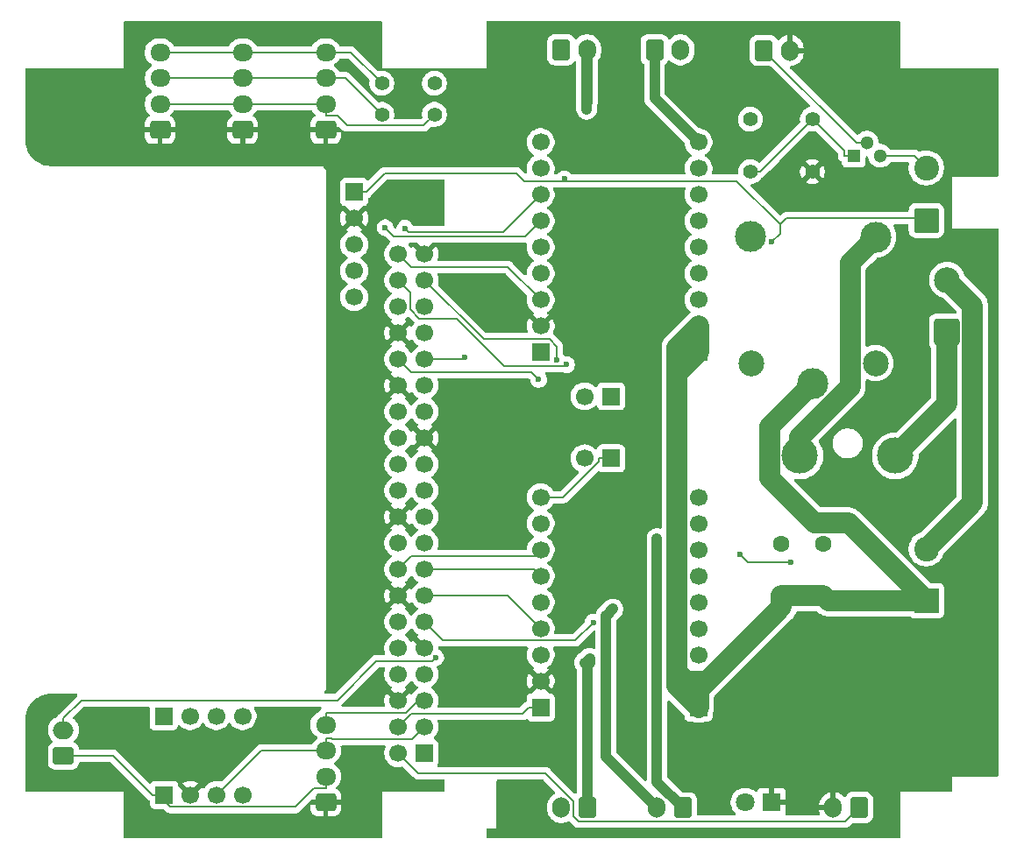
<source format=gbr>
%TF.GenerationSoftware,KiCad,Pcbnew,9.0.2*%
%TF.CreationDate,2025-11-23T17:01:27+09:00*%
%TF.ProjectId,Retriever1_mother,52657472-6965-4766-9572-315f6d6f7468,rev?*%
%TF.SameCoordinates,Original*%
%TF.FileFunction,Copper,L1,Top*%
%TF.FilePolarity,Positive*%
%FSLAX46Y46*%
G04 Gerber Fmt 4.6, Leading zero omitted, Abs format (unit mm)*
G04 Created by KiCad (PCBNEW 9.0.2) date 2025-11-23 17:01:27*
%MOMM*%
%LPD*%
G01*
G04 APERTURE LIST*
G04 Aperture macros list*
%AMRoundRect*
0 Rectangle with rounded corners*
0 $1 Rounding radius*
0 $2 $3 $4 $5 $6 $7 $8 $9 X,Y pos of 4 corners*
0 Add a 4 corners polygon primitive as box body*
4,1,4,$2,$3,$4,$5,$6,$7,$8,$9,$2,$3,0*
0 Add four circle primitives for the rounded corners*
1,1,$1+$1,$2,$3*
1,1,$1+$1,$4,$5*
1,1,$1+$1,$6,$7*
1,1,$1+$1,$8,$9*
0 Add four rect primitives between the rounded corners*
20,1,$1+$1,$2,$3,$4,$5,0*
20,1,$1+$1,$4,$5,$6,$7,0*
20,1,$1+$1,$6,$7,$8,$9,0*
20,1,$1+$1,$8,$9,$2,$3,0*%
G04 Aperture macros list end*
%TA.AperFunction,ComponentPad*%
%ADD10C,1.400000*%
%TD*%
%TA.AperFunction,ComponentPad*%
%ADD11R,1.700000X1.700000*%
%TD*%
%TA.AperFunction,ComponentPad*%
%ADD12C,1.700000*%
%TD*%
%TA.AperFunction,ComponentPad*%
%ADD13RoundRect,0.250000X1.000000X-1.000000X1.000000X1.000000X-1.000000X1.000000X-1.000000X-1.000000X0*%
%TD*%
%TA.AperFunction,ComponentPad*%
%ADD14C,2.500000*%
%TD*%
%TA.AperFunction,ComponentPad*%
%ADD15RoundRect,0.250000X-0.600000X-0.750000X0.600000X-0.750000X0.600000X0.750000X-0.600000X0.750000X0*%
%TD*%
%TA.AperFunction,ComponentPad*%
%ADD16O,1.700000X2.000000*%
%TD*%
%TA.AperFunction,ComponentPad*%
%ADD17RoundRect,0.250001X0.949999X-0.949999X0.949999X0.949999X-0.949999X0.949999X-0.949999X-0.949999X0*%
%TD*%
%TA.AperFunction,ComponentPad*%
%ADD18C,2.400000*%
%TD*%
%TA.AperFunction,ComponentPad*%
%ADD19C,3.000000*%
%TD*%
%TA.AperFunction,ComponentPad*%
%ADD20RoundRect,0.250000X0.725000X-0.600000X0.725000X0.600000X-0.725000X0.600000X-0.725000X-0.600000X0*%
%TD*%
%TA.AperFunction,ComponentPad*%
%ADD21O,1.950000X1.700000*%
%TD*%
%TA.AperFunction,ComponentPad*%
%ADD22C,3.500000*%
%TD*%
%TA.AperFunction,ComponentPad*%
%ADD23R,1.800000X1.800000*%
%TD*%
%TA.AperFunction,ComponentPad*%
%ADD24C,1.800000*%
%TD*%
%TA.AperFunction,ComponentPad*%
%ADD25R,2.400000X2.400000*%
%TD*%
%TA.AperFunction,ComponentPad*%
%ADD26C,1.600000*%
%TD*%
%TA.AperFunction,ComponentPad*%
%ADD27RoundRect,0.250000X0.600000X0.750000X-0.600000X0.750000X-0.600000X-0.750000X0.600000X-0.750000X0*%
%TD*%
%TA.AperFunction,ComponentPad*%
%ADD28RoundRect,0.250000X0.750000X-0.600000X0.750000X0.600000X-0.750000X0.600000X-0.750000X-0.600000X0*%
%TD*%
%TA.AperFunction,ComponentPad*%
%ADD29O,2.000000X1.700000*%
%TD*%
%TA.AperFunction,ComponentPad*%
%ADD30C,1.300000*%
%TD*%
%TA.AperFunction,ComponentPad*%
%ADD31R,1.300000X1.300000*%
%TD*%
%TA.AperFunction,ViaPad*%
%ADD32C,0.500000*%
%TD*%
%TA.AperFunction,ViaPad*%
%ADD33C,0.600000*%
%TD*%
%TA.AperFunction,Conductor*%
%ADD34C,0.200000*%
%TD*%
%TA.AperFunction,Conductor*%
%ADD35C,2.000000*%
%TD*%
%TA.AperFunction,Conductor*%
%ADD36C,1.000000*%
%TD*%
G04 APERTURE END LIST*
D10*
%TO.P,R2,1*%
%TO.N,+3.3V*%
X75500000Y-47000000D03*
%TO.P,R2,2*%
%TO.N,SCL*%
X70420000Y-47000000D03*
%TD*%
D11*
%TO.P,J6,1,Pin_1*%
%TO.N,+3.3V*%
X49398000Y-115785400D03*
D12*
%TO.P,J6,2,Pin_2*%
%TO.N,GND*%
X51938000Y-115785400D03*
%TO.P,J6,3,Pin_3*%
%TO.N,SDA*%
X54478000Y-115785400D03*
%TO.P,J6,4,Pin_4*%
%TO.N,SCL*%
X57018000Y-115785400D03*
%TD*%
D13*
%TO.P,J17,1,Pin_1*%
%TO.N,+12V*%
X125000000Y-71000000D03*
D14*
%TO.P,J17,2,Pin_2*%
%TO.N,GNDPWR*%
X125000000Y-66000000D03*
%TD*%
D15*
%TO.P,J16,1,Pin_1*%
%TO.N,Net-(J16-Pin_1)*%
X107315000Y-43815000D03*
D16*
%TO.P,J16,2,Pin_2*%
%TO.N,GND*%
X109815000Y-43815000D03*
%TD*%
D17*
%TO.P,D1,1,K*%
%TO.N,+5V*%
X123000000Y-60240000D03*
D18*
%TO.P,D1,2,A*%
%TO.N,Net-(D1-A)*%
X123000000Y-55160000D03*
%TD*%
D19*
%TO.P,K1,1*%
%TO.N,/TB6612\u57FA\u76E4/VM*%
X112050000Y-76000000D03*
D14*
%TO.P,K1,2*%
%TO.N,Net-(D1-A)*%
X118100000Y-74050000D03*
D19*
%TO.P,K1,3*%
%TO.N,Net-(F1-Pad2)*%
X118100000Y-61850000D03*
%TO.P,K1,4*%
%TO.N,unconnected-(K1-Pad4)*%
X106050000Y-61800000D03*
D14*
%TO.P,K1,5*%
%TO.N,+5V*%
X106100000Y-74050000D03*
%TD*%
D11*
%TO.P,J19,1,Pin_1*%
%TO.N,/TB6612\u57FA\u76E4/STBY*%
X92540000Y-83250000D03*
D12*
%TO.P,J19,2,Pin_2*%
%TO.N,+5V*%
X90000000Y-83250000D03*
%TD*%
D11*
%TO.P,J1,1,3V3*%
%TO.N,+3.3V*%
X74540000Y-111750000D03*
D12*
%TO.P,J1,2,5V*%
%TO.N,+5V*%
X72000000Y-111750000D03*
%TO.P,J1,3,SDA_I2C1/GPIO02*%
%TO.N,SDA*%
X74540000Y-109210000D03*
%TO.P,J1,4,5V*%
%TO.N,+5V*%
X72000000Y-109210000D03*
%TO.P,J1,5,SCL_I2C1/GPIO03*%
%TO.N,SCL*%
X74540000Y-106670000D03*
%TO.P,J1,6,GND*%
%TO.N,GND*%
X72000000Y-106670000D03*
%TO.P,J1,7,GPCLK0/GPIO04*%
%TO.N,RR_1*%
X74540000Y-104130000D03*
%TO.P,J1,8,GPIO14/UART_TXD*%
%TO.N,UART1_TX*%
X72000000Y-104130000D03*
%TO.P,J1,9,GND*%
%TO.N,GND*%
X74540000Y-101590000D03*
%TO.P,J1,10,GPIO15/UART_RXD*%
%TO.N,UART1_RX*%
X72000000Y-101590000D03*
%TO.P,J1,11,GPIO17/SPI1_~{CE1}*%
%TO.N,SD_Swich*%
X74540000Y-99050000D03*
%TO.P,J1,12,GPIO18/SPI1_~{CE0}/PCM_CLK/PWM0*%
%TO.N,unconnected-(J1-GPIO18{slash}SPI1_~{CE0}{slash}PCM_CLK{slash}PWM0-Pad12)*%
X72000000Y-99050000D03*
%TO.P,J1,13,GPIO27/SDIO_DAT3*%
%TO.N,RL_2*%
X74540000Y-96510000D03*
%TO.P,J1,14,GND*%
%TO.N,GND*%
X72000000Y-96510000D03*
%TO.P,J1,15,GPIO22/SDIO_CLK*%
%TO.N,FL_1*%
X74540000Y-93970000D03*
%TO.P,J1,16,GPIO23/SDIO_CMD*%
%TO.N,FL_2*%
X72000000Y-93970000D03*
%TO.P,J1,17,3V3*%
%TO.N,+3.3V*%
X74540000Y-91430000D03*
%TO.P,J1,18,GPIO24/SDIO_DAT0*%
%TO.N,FR_1*%
X72000000Y-91430000D03*
%TO.P,J1,19,MOSI_SPI0/GPIO10*%
%TO.N,unconnected-(J1-MOSI_SPI0{slash}GPIO10-Pad19)*%
X74540000Y-88890000D03*
%TO.P,J1,20,GND*%
%TO.N,GND*%
X72000000Y-88890000D03*
%TO.P,J1,21,MISO_SPI0/GPIO09*%
%TO.N,unconnected-(J1-MISO_SPI0{slash}GPIO09-Pad21)*%
X74540000Y-86350000D03*
%TO.P,J1,22,GPIO25/SDIO_DAT1*%
%TO.N,FR_2*%
X72000000Y-86350000D03*
%TO.P,J1,23,SCLK_SPI0/GPIO11*%
%TO.N,unconnected-(J1-SCLK_SPI0{slash}GPIO11-Pad23)*%
X74540000Y-83810000D03*
%TO.P,J1,24,~{CE0}_SPI0/GPIO08*%
%TO.N,unconnected-(J1-~{CE0}_SPI0{slash}GPIO08-Pad24)*%
X72000000Y-83810000D03*
%TO.P,J1,25,GND*%
%TO.N,GND*%
X74540000Y-81270000D03*
%TO.P,J1,26,~{CE1}_SPI0/GPIO07*%
%TO.N,unconnected-(J1-~{CE1}_SPI0{slash}GPIO07-Pad26)*%
X72000000Y-81270000D03*
%TO.P,J1,27,ID_SD_I2C0/GPIO00*%
%TO.N,unconnected-(J1-ID_SD_I2C0{slash}GPIO00-Pad27)*%
X74540000Y-78730000D03*
%TO.P,J1,28,ID_SC_I2C0/GPIO01*%
%TO.N,unconnected-(J1-ID_SC_I2C0{slash}GPIO01-Pad28)*%
X72000000Y-78730000D03*
%TO.P,J1,29,GPCLK1/GPIO05*%
%TO.N,RR_2*%
X74540000Y-76190000D03*
%TO.P,J1,30,GND*%
%TO.N,GND*%
X72000000Y-76190000D03*
%TO.P,J1,31,GPCLK2/GPIO06*%
%TO.N,Ext_Sw*%
X74540000Y-73650000D03*
%TO.P,J1,32,GPIO12/PWM0*%
%TO.N,FL_PWM*%
X72000000Y-73650000D03*
%TO.P,J1,33,GPIO13/PWM1*%
%TO.N,FR_PWM*%
X74540000Y-71110000D03*
%TO.P,J1,34,GND*%
%TO.N,GND*%
X72000000Y-71110000D03*
%TO.P,J1,35,GPIO19/SPI1_MISO/PCM_FS*%
%TO.N,unconnected-(J1-GPIO19{slash}SPI1_MISO{slash}PCM_FS-Pad35)*%
X74540000Y-68570000D03*
%TO.P,J1,36,GPIO16/SPI1_~{CE2}*%
%TO.N,unconnected-(J1-GPIO16{slash}SPI1_~{CE2}-Pad36)*%
X72000000Y-68570000D03*
%TO.P,J1,37,GPIO26/SDIO_DAT2*%
%TO.N,RL_1*%
X74540000Y-66030000D03*
%TO.P,J1,38,GPIO20/SPI1_MOSI/PCM_DIN/PWM1*%
%TO.N,RL_PWM*%
X72000000Y-66030000D03*
%TO.P,J1,39,GND*%
%TO.N,GND*%
X74540000Y-63490000D03*
%TO.P,J1,40,GPIO21/SPI1_SCLK/PCM_DOUT*%
%TO.N,RR_PWM*%
X72000000Y-63490000D03*
%TD*%
D20*
%TO.P,J3,1,Pin_1*%
%TO.N,GND*%
X56975000Y-51500000D03*
D21*
%TO.P,J3,2,Pin_2*%
%TO.N,+3.3V*%
X56975000Y-49000000D03*
%TO.P,J3,3,Pin_3*%
%TO.N,SDA*%
X56975000Y-46500000D03*
%TO.P,J3,4,Pin_4*%
%TO.N,SCL*%
X56975000Y-44000000D03*
%TD*%
D22*
%TO.P,F1,1*%
%TO.N,+12V*%
X120000000Y-83000000D03*
%TO.P,F1,2*%
%TO.N,Net-(F1-Pad2)*%
X110800000Y-83000000D03*
%TD*%
D11*
%TO.P,J21,1,Pin_1*%
%TO.N,+5V*%
X67750000Y-57500000D03*
D12*
%TO.P,J21,2,Pin_2*%
%TO.N,GND*%
X67750000Y-60040000D03*
%TO.P,J21,3,Pin_3*%
%TO.N,UART1_RX*%
X67750000Y-62580000D03*
%TO.P,J21,4,Pin_4*%
%TO.N,UART1_TX*%
X67750000Y-65120000D03*
%TO.P,J21,5,Pin_5*%
%TO.N,unconnected-(J21-Pin_5-Pad5)*%
X67750000Y-67660000D03*
%TD*%
D23*
%TO.P,D2,1,K*%
%TO.N,GND*%
X108040000Y-116500000D03*
D24*
%TO.P,D2,2,A*%
%TO.N,Net-(D2-A)*%
X105500000Y-116500000D03*
%TD*%
D25*
%TO.P,C2,1*%
%TO.N,/TB6612\u57FA\u76E4/VM*%
X123000000Y-97000000D03*
D18*
%TO.P,C2,2*%
%TO.N,GNDPWR*%
X123000000Y-92000000D03*
%TD*%
D26*
%TO.P,C1,1*%
%TO.N,/TB6612\u57FA\u76E4/VM*%
X109000000Y-96500000D03*
%TO.P,C1,2*%
%TO.N,GNDPWR*%
X109000000Y-91500000D03*
%TD*%
D11*
%TO.P,J11,1,Pin_1*%
%TO.N,+5V*%
X85760000Y-73000000D03*
D12*
%TO.P,J11,2,Pin_2*%
%TO.N,GND*%
X85760000Y-70460000D03*
%TO.P,J11,3,Pin_3*%
%TO.N,RR_PWM*%
X85760000Y-67920000D03*
%TO.P,J11,4,Pin_4*%
%TO.N,RR_2*%
X85760000Y-65380000D03*
%TO.P,J11,5,Pin_5*%
%TO.N,RR_1*%
X85760000Y-62840000D03*
%TO.P,J11,6,Pin_6*%
%TO.N,FR_1*%
X85760000Y-60300000D03*
%TO.P,J11,7,Pin_7*%
%TO.N,FR_2*%
X85760000Y-57760000D03*
%TO.P,J11,8,Pin_8*%
%TO.N,FR_PWM*%
X85760000Y-55220000D03*
%TO.P,J11,9,Pin_9*%
%TO.N,/TB6612\u57FA\u76E41/STBY*%
X85760000Y-52680000D03*
%TD*%
D10*
%TO.P,R1,1*%
%TO.N,+3.3V*%
X75500000Y-50000000D03*
%TO.P,R1,2*%
%TO.N,SDA*%
X70420000Y-50000000D03*
%TD*%
D27*
%TO.P,J14,1,Pin_1*%
%TO.N,/TB6612\u57FA\u76E4/BO_2*%
X99500000Y-117025000D03*
D16*
%TO.P,J14,2,Pin_2*%
%TO.N,/TB6612\u57FA\u76E4/BO_1*%
X97000000Y-117025000D03*
%TD*%
D20*
%TO.P,J2,1,Pin_1*%
%TO.N,GND*%
X49000000Y-51500000D03*
D21*
%TO.P,J2,2,Pin_2*%
%TO.N,+3.3V*%
X49000000Y-49000000D03*
%TO.P,J2,3,Pin_3*%
%TO.N,SDA*%
X49000000Y-46500000D03*
%TO.P,J2,4,Pin_4*%
%TO.N,SCL*%
X49000000Y-44000000D03*
%TD*%
D15*
%TO.P,J13,1,Pin_1*%
%TO.N,/TB6612\u57FA\u76E41/AO_2*%
X87750000Y-43750000D03*
D16*
%TO.P,J13,2,Pin_2*%
%TO.N,/TB6612\u57FA\u76E41/AO_1*%
X90250000Y-43750000D03*
%TD*%
D28*
%TO.P,J18,1,Pin_1*%
%TO.N,+3.3V*%
X39674800Y-112014000D03*
D29*
%TO.P,J18,2,Pin_2*%
%TO.N,Ext_Sw*%
X39674800Y-109514000D03*
%TD*%
D27*
%TO.P,J22,1,Pin_1*%
%TO.N,+5V*%
X116500000Y-117000000D03*
D16*
%TO.P,J22,2,Pin_2*%
%TO.N,GND*%
X114000000Y-117000000D03*
%TD*%
D15*
%TO.P,J15,1,Pin_1*%
%TO.N,/TB6612\u57FA\u76E41/BO_2*%
X96750000Y-43750000D03*
D16*
%TO.P,J15,2,Pin_2*%
%TO.N,/TB6612\u57FA\u76E41/BO_1*%
X99250000Y-43750000D03*
%TD*%
D20*
%TO.P,J5,1,Pin_1*%
%TO.N,GND*%
X65000000Y-116500000D03*
D21*
%TO.P,J5,2,Pin_2*%
%TO.N,+3.3V*%
X65000000Y-114000000D03*
%TO.P,J5,3,Pin_3*%
%TO.N,SDA*%
X65000000Y-111500000D03*
%TO.P,J5,4,Pin_4*%
%TO.N,SCL*%
X65000000Y-109000000D03*
%TD*%
D11*
%TO.P,J7,1,Pin_1*%
%TO.N,unconnected-(J7-Pin_1-Pad1)*%
X49347200Y-108165400D03*
D12*
%TO.P,J7,2,Pin_2*%
%TO.N,unconnected-(J7-Pin_2-Pad2)*%
X51887200Y-108165400D03*
%TO.P,J7,3,Pin_3*%
%TO.N,unconnected-(J7-Pin_3-Pad3)*%
X54427200Y-108165400D03*
%TO.P,J7,4,Pin_4*%
%TO.N,unconnected-(J7-Pin_4-Pad4)*%
X56967200Y-108165400D03*
%TD*%
D30*
%TO.P,Q1,1,C*%
%TO.N,Net-(D1-A)*%
X118540000Y-54000000D03*
D31*
%TO.P,Q1,2,B*%
%TO.N,SD_Swich*%
X116000000Y-54000000D03*
D30*
%TO.P,Q1,3,E*%
%TO.N,Net-(J16-Pin_1)*%
X117270000Y-52730000D03*
%TD*%
D10*
%TO.P,R5,1*%
%TO.N,SD_Swich*%
X106000000Y-55540000D03*
%TO.P,R5,2*%
%TO.N,Net-(D2-A)*%
X106000000Y-50460000D03*
%TD*%
D27*
%TO.P,J12,1,Pin_1*%
%TO.N,/TB6612\u57FA\u76E4/AO_2*%
X90250000Y-117000000D03*
D16*
%TO.P,J12,2,Pin_2*%
%TO.N,/TB6612\u57FA\u76E4/AO_1*%
X87750000Y-117000000D03*
%TD*%
D26*
%TO.P,C3,1*%
%TO.N,/TB6612\u57FA\u76E4/VM*%
X113050000Y-96500000D03*
%TO.P,C3,2*%
%TO.N,GNDPWR*%
X113050000Y-91500000D03*
%TD*%
D11*
%TO.P,J8,1,Pin_1*%
%TO.N,/TB6612\u57FA\u76E4/VM*%
X101000000Y-107320000D03*
D12*
%TO.P,J8,2,Pin_2*%
X101000000Y-104780000D03*
%TO.P,J8,3,Pin_3*%
%TO.N,GNDPWR*%
X101000000Y-102240000D03*
%TO.P,J8,4,Pin_4*%
X101000000Y-99700000D03*
%TO.P,J8,5,Pin_5*%
X101000000Y-97160000D03*
%TO.P,J8,6,Pin_6*%
%TO.N,/TB6612\u57FA\u76E4/AO_1*%
X101000000Y-94620000D03*
%TO.P,J8,7,Pin_7*%
%TO.N,/TB6612\u57FA\u76E4/AO_2*%
X101000000Y-92080000D03*
%TO.P,J8,8,Pin_8*%
%TO.N,/TB6612\u57FA\u76E4/BO_1*%
X101000000Y-89540000D03*
%TO.P,J8,9,Pin_9*%
%TO.N,/TB6612\u57FA\u76E4/BO_2*%
X101000000Y-87000000D03*
%TD*%
D11*
%TO.P,J10,1,Pin_1*%
%TO.N,/TB6612\u57FA\u76E4/VM*%
X101000000Y-73000000D03*
D12*
%TO.P,J10,2,Pin_2*%
X101000000Y-70460000D03*
%TO.P,J10,3,Pin_3*%
%TO.N,GNDPWR*%
X101000000Y-67920000D03*
%TO.P,J10,4,Pin_4*%
X101000000Y-65380000D03*
%TO.P,J10,5,Pin_5*%
X101000000Y-62840000D03*
%TO.P,J10,6,Pin_6*%
%TO.N,/TB6612\u57FA\u76E41/AO_1*%
X101000000Y-60300000D03*
%TO.P,J10,7,Pin_7*%
%TO.N,/TB6612\u57FA\u76E41/AO_2*%
X101000000Y-57760000D03*
%TO.P,J10,8,Pin_8*%
%TO.N,/TB6612\u57FA\u76E41/BO_1*%
X101000000Y-55220000D03*
%TO.P,J10,9,Pin_9*%
%TO.N,/TB6612\u57FA\u76E41/BO_2*%
X101000000Y-52680000D03*
%TD*%
D20*
%TO.P,J4,1,Pin_1*%
%TO.N,GND*%
X65000000Y-51500000D03*
D21*
%TO.P,J4,2,Pin_2*%
%TO.N,+3.3V*%
X65000000Y-49000000D03*
%TO.P,J4,3,Pin_3*%
%TO.N,SDA*%
X65000000Y-46500000D03*
%TO.P,J4,4,Pin_4*%
%TO.N,SCL*%
X65000000Y-44000000D03*
%TD*%
D11*
%TO.P,J9,1,Pin_1*%
%TO.N,+5V*%
X85760000Y-107320000D03*
D12*
%TO.P,J9,2,Pin_2*%
%TO.N,GND*%
X85760000Y-104780000D03*
%TO.P,J9,3,Pin_3*%
%TO.N,RL_PWM*%
X85760000Y-102240000D03*
%TO.P,J9,4,Pin_4*%
%TO.N,RL_2*%
X85760000Y-99700000D03*
%TO.P,J9,5,Pin_5*%
%TO.N,RL_1*%
X85760000Y-97160000D03*
%TO.P,J9,6,Pin_6*%
%TO.N,FL_1*%
X85760000Y-94620000D03*
%TO.P,J9,7,Pin_7*%
%TO.N,FL_2*%
X85760000Y-92080000D03*
%TO.P,J9,8,Pin_8*%
%TO.N,FL_PWM*%
X85760000Y-89540000D03*
%TO.P,J9,9,Pin_9*%
%TO.N,/TB6612\u57FA\u76E4/STBY*%
X85760000Y-87000000D03*
%TD*%
D11*
%TO.P,J20,1,Pin_1*%
%TO.N,/TB6612\u57FA\u76E41/STBY*%
X92540000Y-77250000D03*
D12*
%TO.P,J20,2,Pin_2*%
%TO.N,+5V*%
X90000000Y-77250000D03*
%TD*%
D10*
%TO.P,R4,1*%
%TO.N,GND*%
X112000000Y-55540000D03*
%TO.P,R4,2*%
%TO.N,SD_Swich*%
X112000000Y-50460000D03*
%TD*%
D32*
%TO.N,GND*%
X81915000Y-48260000D03*
X126365000Y-107315000D03*
X77470000Y-66040000D03*
X78740000Y-53975000D03*
X81915000Y-43180000D03*
X118110000Y-107315000D03*
X43815000Y-52705000D03*
X77470000Y-83820000D03*
X77470000Y-77470000D03*
X121285000Y-87630000D03*
X108585000Y-100965000D03*
X116840000Y-43180000D03*
X80645000Y-104775000D03*
X60325000Y-52705000D03*
X91440000Y-53975000D03*
X69215000Y-114300000D03*
X110490000Y-107315000D03*
X53975000Y-111760000D03*
X128905000Y-48895000D03*
X129540000Y-80010000D03*
X77470000Y-63500000D03*
X69215000Y-106045000D03*
X67945000Y-102870000D03*
X92710000Y-80010000D03*
X80645000Y-111125000D03*
X43815000Y-47625000D03*
X104140000Y-48260000D03*
X37465000Y-114300000D03*
X96520000Y-60960000D03*
X120650000Y-76835000D03*
X37465000Y-108585000D03*
D33*
%TO.N,RL_1*%
X87337800Y-73727800D03*
%TO.N,+5V*%
X88048100Y-56226000D03*
X108091500Y-62318000D03*
%TO.N,RL_PWM*%
X88265900Y-74197700D03*
%TO.N,SD_Swich*%
X90822700Y-99096400D03*
%TO.N,FR_1*%
X70744500Y-60944200D03*
%TO.N,FR_2*%
X72652400Y-60995600D03*
%TO.N,FL_PWM*%
X85566700Y-75623000D03*
%TO.N,/TB6612\u57FA\u76E4/BO_1*%
X92075000Y-98425000D03*
X92730000Y-97810000D03*
%TO.N,/TB6612\u57FA\u76E4/AO_2*%
X90507500Y-102572500D03*
X90000000Y-103000000D03*
%TO.N,/TB6612\u57FA\u76E4/BO_2*%
X97000000Y-91440000D03*
X97000000Y-91000000D03*
D32*
%TO.N,/TB6612\u57FA\u76E41/AO_1*%
X90200000Y-49500000D03*
X90170000Y-48895000D03*
D33*
%TO.N,Net-(D2-A)*%
X104994800Y-92561700D03*
X109951200Y-93301300D03*
%TO.N,Ext_Sw*%
X75634300Y-102506000D03*
X78421300Y-73487200D03*
%TD*%
D34*
%TO.N,SD_Swich*%
X106920000Y-55540000D02*
X106000000Y-55540000D01*
X112000000Y-50460000D02*
X106920000Y-55540000D01*
%TO.N,Net-(D1-A)*%
X118540000Y-54000000D02*
X121840000Y-54000000D01*
X121840000Y-54000000D02*
X123000000Y-55160000D01*
%TO.N,RL_1*%
X74540000Y-66030000D02*
X80240100Y-71730100D01*
X86643800Y-71730100D02*
X87337800Y-72424100D01*
X80240100Y-71730100D02*
X86643800Y-71730100D01*
X87337800Y-72424100D02*
X87337800Y-73727800D01*
%TO.N,+5V*%
X73270000Y-107940000D02*
X83988300Y-107940000D01*
X123000000Y-60240000D02*
X122787100Y-60027100D01*
X83412900Y-55686500D02*
X84150400Y-56424000D01*
X108905600Y-61503900D02*
X108091500Y-62318000D01*
X88048100Y-56424000D02*
X88048100Y-56226000D01*
X83988300Y-107940000D02*
X84608300Y-107320000D01*
X115150300Y-118349700D02*
X89415600Y-118349700D01*
X72000000Y-109210000D02*
X73270000Y-107940000D01*
X68901700Y-57500000D02*
X70715200Y-55686500D01*
X108905600Y-60653900D02*
X108905600Y-61503900D01*
X73948300Y-113698300D02*
X72000000Y-111750000D01*
X70715200Y-55686500D02*
X83412900Y-55686500D01*
X116500000Y-117000000D02*
X115150300Y-118349700D01*
X104675700Y-56424000D02*
X88048100Y-56424000D01*
X67750000Y-57500000D02*
X68901700Y-57500000D01*
X86235100Y-113698300D02*
X73948300Y-113698300D01*
X122787100Y-60027100D02*
X109532400Y-60027100D01*
X108905600Y-60653900D02*
X104675700Y-56424000D01*
X88904300Y-116367500D02*
X86235100Y-113698300D01*
X84150400Y-56424000D02*
X88048100Y-56424000D01*
X85760000Y-107320000D02*
X84608300Y-107320000D01*
X88904300Y-117838400D02*
X88904300Y-116367500D01*
X89415600Y-118349700D02*
X88904300Y-117838400D01*
X109532400Y-60027100D02*
X108905600Y-60653900D01*
%TO.N,RR_PWM*%
X82600000Y-64760000D02*
X85760000Y-67920000D01*
X72000000Y-63490000D02*
X73270000Y-64760000D01*
X73270000Y-64760000D02*
X82600000Y-64760000D01*
%TO.N,RL_PWM*%
X88134000Y-74329600D02*
X88265900Y-74197700D01*
X82251200Y-74329600D02*
X88134000Y-74329600D01*
X73151700Y-67181700D02*
X73151700Y-68819900D01*
X72000000Y-66030000D02*
X73151700Y-67181700D01*
X77643300Y-69721700D02*
X82251200Y-74329600D01*
X73151700Y-68819900D02*
X74053500Y-69721700D01*
X74053500Y-69721700D02*
X77643300Y-69721700D01*
%TO.N,SD_Swich*%
X74540000Y-99050000D02*
X76342900Y-100852900D01*
X89066200Y-100852900D02*
X90822700Y-99096400D01*
X76342900Y-100852900D02*
X89066200Y-100852900D01*
%TO.N,FR_1*%
X85760000Y-60300000D02*
X84263300Y-61796700D01*
X84263300Y-61796700D02*
X71597000Y-61796700D01*
X71597000Y-61796700D02*
X70744500Y-60944200D01*
%TO.N,FR_2*%
X82148400Y-61371600D02*
X85760000Y-57760000D01*
X73028400Y-61371600D02*
X82148400Y-61371600D01*
X72652400Y-60995600D02*
X73028400Y-61371600D01*
%TO.N,FL_1*%
X74540000Y-93970000D02*
X85110000Y-93970000D01*
X85110000Y-93970000D02*
X85760000Y-94620000D01*
%TO.N,+3.3V*%
X65000000Y-114000000D02*
X65000000Y-115151700D01*
X44474900Y-112014000D02*
X48246300Y-115785400D01*
X56975000Y-49000000D02*
X65000000Y-49000000D01*
X65000000Y-49000000D02*
X65000000Y-50151700D01*
X39674800Y-112014000D02*
X44474900Y-112014000D01*
X74463400Y-51036600D02*
X67036600Y-51036600D01*
X67036600Y-51036600D02*
X66151700Y-50151700D01*
X63848300Y-115151700D02*
X65000000Y-115151700D01*
X56975000Y-49000000D02*
X49000000Y-49000000D01*
X49398000Y-115785400D02*
X48822200Y-115785400D01*
X62049700Y-116950300D02*
X63848300Y-115151700D01*
X75500000Y-50000000D02*
X74463400Y-51036600D01*
X48822200Y-115785400D02*
X48246300Y-115785400D01*
X49987100Y-116950300D02*
X62049700Y-116950300D01*
X66151700Y-50151700D02*
X65000000Y-50151700D01*
X48822200Y-115785400D02*
X49987100Y-116950300D01*
%TO.N,FL_PWM*%
X73270000Y-74920000D02*
X72000000Y-73650000D01*
X85566700Y-75623000D02*
X84863700Y-74920000D01*
X84863700Y-74920000D02*
X73270000Y-74920000D01*
%TO.N,FL_2*%
X73270000Y-92700000D02*
X85140000Y-92700000D01*
X85140000Y-92700000D02*
X85760000Y-92080000D01*
X72000000Y-93970000D02*
X73270000Y-92700000D01*
%TO.N,RL_2*%
X85760000Y-99700000D02*
X82570000Y-96510000D01*
X82570000Y-96510000D02*
X74540000Y-96510000D01*
%TO.N,SDA*%
X58763400Y-111500000D02*
X65000000Y-111500000D01*
X66920000Y-46500000D02*
X65000000Y-46500000D01*
X65000000Y-110348300D02*
X65602100Y-110348300D01*
X65000000Y-111500000D02*
X65000000Y-110348300D01*
X56975000Y-46500000D02*
X49000000Y-46500000D01*
X54478000Y-115785400D02*
X58763400Y-111500000D01*
X70420000Y-50000000D02*
X66920000Y-46500000D01*
X65660300Y-110406500D02*
X73343500Y-110406500D01*
X65602100Y-110348300D02*
X65660300Y-110406500D01*
X73343500Y-110406500D02*
X74540000Y-109210000D01*
X56975000Y-46500000D02*
X65000000Y-46500000D01*
%TO.N,SCL*%
X73911600Y-106670000D02*
X74540000Y-106670000D01*
X72733300Y-107848300D02*
X73911600Y-106670000D01*
X65000000Y-44000000D02*
X56975000Y-44000000D01*
X49000000Y-44000000D02*
X56975000Y-44000000D01*
X70420000Y-47000000D02*
X67420000Y-44000000D01*
X65000000Y-109000000D02*
X65000000Y-107848300D01*
X65000000Y-107848300D02*
X72733300Y-107848300D01*
X67420000Y-44000000D02*
X65000000Y-44000000D01*
D35*
%TO.N,GNDPWR*%
X123000000Y-92000000D02*
X127451000Y-87549000D01*
X127451000Y-87549000D02*
X127451000Y-68451000D01*
X127451000Y-68451000D02*
X125000000Y-66000000D01*
%TO.N,/TB6612\u57FA\u76E4/VM*%
X113550000Y-97000000D02*
X113050000Y-96500000D01*
X101851000Y-104780000D02*
X101000000Y-104780000D01*
X112050000Y-76000000D02*
X107849000Y-80201000D01*
X98949000Y-75051000D02*
X98949000Y-105269000D01*
X101000000Y-105631000D02*
X101000000Y-104780000D01*
X101000000Y-104780000D02*
X99797900Y-104780000D01*
X101000000Y-107320000D02*
X101000000Y-105631000D01*
X101000000Y-73000000D02*
X98949000Y-75051000D01*
X113050000Y-96500000D02*
X109000000Y-96500000D01*
X101000000Y-73000000D02*
X101000000Y-70460000D01*
X115499000Y-89499000D02*
X123000000Y-97000000D01*
X107849000Y-85126800D02*
X112221000Y-89499000D01*
X123000000Y-97000000D02*
X113550000Y-97000000D01*
X112221000Y-89499000D02*
X115499000Y-89499000D01*
X98949000Y-103931000D02*
X98949000Y-72511000D01*
X101000000Y-105631000D02*
X101851000Y-104780000D01*
X107849000Y-80201000D02*
X107849000Y-85126800D01*
X109000000Y-96500000D02*
X109000000Y-97631400D01*
X109000000Y-97631400D02*
X101851000Y-104780000D01*
X98949000Y-72511000D02*
X101000000Y-70460000D01*
X99797900Y-104780000D02*
X98949000Y-103931000D01*
X101000000Y-107320000D02*
X101000000Y-105631000D01*
X98949000Y-105269000D02*
X101000000Y-107320000D01*
D36*
%TO.N,/TB6612\u57FA\u76E4/BO_1*%
X92075000Y-98425000D02*
X92115000Y-98425000D01*
X92075000Y-112100000D02*
X97000000Y-117025000D01*
X92075000Y-98425000D02*
X92075000Y-112100000D01*
X92115000Y-98425000D02*
X92730000Y-97810000D01*
%TO.N,/TB6612\u57FA\u76E4/AO_2*%
X90080000Y-103000000D02*
X90507500Y-102572500D01*
X90507500Y-102992500D02*
X90250000Y-103250000D01*
X90250000Y-103250000D02*
X90000000Y-103000000D01*
X90507500Y-102572500D02*
X90507500Y-102992500D01*
X90000000Y-103000000D02*
X90080000Y-103000000D01*
X90250000Y-117000000D02*
X90250000Y-103250000D01*
%TO.N,/TB6612\u57FA\u76E4/BO_2*%
X99500000Y-117025000D02*
X97000000Y-114525000D01*
X97000000Y-114525000D02*
X97000000Y-91440000D01*
X97000000Y-91440000D02*
X97000000Y-91000000D01*
D34*
%TO.N,/TB6612\u57FA\u76E4/STBY*%
X91388300Y-83250000D02*
X91388300Y-83537900D01*
X92540000Y-83250000D02*
X91388300Y-83250000D01*
X87926200Y-87000000D02*
X85760000Y-87000000D01*
X91388300Y-83537900D02*
X87926200Y-87000000D01*
D36*
%TO.N,/TB6612\u57FA\u76E41/AO_1*%
X90250000Y-48815000D02*
X90200000Y-48865000D01*
X90200000Y-48865000D02*
X90170000Y-48895000D01*
X90200000Y-49500000D02*
X90200000Y-48865000D01*
X90200000Y-43800000D02*
X90250000Y-43750000D01*
X90200000Y-48865000D02*
X90200000Y-43800000D01*
X90250000Y-43750000D02*
X90250000Y-48815000D01*
%TO.N,/TB6612\u57FA\u76E41/BO_2*%
X96750000Y-48430000D02*
X96750000Y-43750000D01*
X101000000Y-52680000D02*
X96750000Y-48430000D01*
D34*
%TO.N,Net-(J16-Pin_1)*%
X117270000Y-52730000D02*
X116230000Y-52730000D01*
X116230000Y-52730000D02*
X107315000Y-43815000D01*
D35*
%TO.N,+12V*%
X125000000Y-71000000D02*
X125000000Y-78000000D01*
X125000000Y-78000000D02*
X120000000Y-83000000D01*
D34*
%TO.N,SD_Swich*%
X116000000Y-54000000D02*
X115048300Y-54000000D01*
X115048300Y-54000000D02*
X115048300Y-53508300D01*
X115048300Y-53508300D02*
X112000000Y-50460000D01*
D35*
%TO.N,Net-(F1-Pad2)*%
X110800000Y-81200000D02*
X115649000Y-76351000D01*
X115649000Y-76351000D02*
X115649000Y-64301000D01*
X110800000Y-83000000D02*
X110800000Y-81200000D01*
X115649000Y-64301000D02*
X118100000Y-61850000D01*
D34*
%TO.N,Net-(D2-A)*%
X109951200Y-93301300D02*
X105734400Y-93301300D01*
X105734400Y-93301300D02*
X104994800Y-92561700D01*
%TO.N,Ext_Sw*%
X78258500Y-73650000D02*
X78421300Y-73487200D01*
X39674800Y-108362300D02*
X41401700Y-106635400D01*
X41401700Y-106635400D02*
X66101800Y-106635400D01*
X69877200Y-102860000D02*
X75280300Y-102860000D01*
X75280300Y-102860000D02*
X75634300Y-102506000D01*
X39674800Y-109514000D02*
X39674800Y-108362300D01*
X66101800Y-106635400D02*
X69877200Y-102860000D01*
X74540000Y-73650000D02*
X78258500Y-73650000D01*
%TD*%
%TA.AperFunction,Conductor*%
%TO.N,GND*%
G36*
X40955042Y-106020184D02*
G01*
X41000797Y-106072988D01*
X41010741Y-106142146D01*
X40981716Y-106205702D01*
X40975684Y-106212180D01*
X39194281Y-107993582D01*
X39194280Y-107993584D01*
X39151975Y-108066859D01*
X39115223Y-108130515D01*
X39101755Y-108180773D01*
X39097727Y-108189783D01*
X39081196Y-108209167D01*
X39067937Y-108230919D01*
X39057460Y-108237001D01*
X39052391Y-108242946D01*
X39041606Y-108246205D01*
X39022854Y-108257092D01*
X39006387Y-108262443D01*
X38816979Y-108358951D01*
X38645013Y-108483890D01*
X38494690Y-108634213D01*
X38369751Y-108806179D01*
X38273244Y-108995585D01*
X38207553Y-109197760D01*
X38188121Y-109320451D01*
X38174300Y-109407713D01*
X38174300Y-109620287D01*
X38181279Y-109664353D01*
X38203426Y-109804184D01*
X38207554Y-109830243D01*
X38272493Y-110030105D01*
X38273244Y-110032414D01*
X38369751Y-110221820D01*
X38494690Y-110393786D01*
X38633505Y-110532601D01*
X38666990Y-110593924D01*
X38662006Y-110663616D01*
X38620134Y-110719549D01*
X38610921Y-110725821D01*
X38456142Y-110821289D01*
X38332089Y-110945342D01*
X38239987Y-111094663D01*
X38239986Y-111094666D01*
X38184801Y-111261203D01*
X38184801Y-111261204D01*
X38184800Y-111261204D01*
X38174300Y-111363983D01*
X38174300Y-112664001D01*
X38174301Y-112664018D01*
X38184800Y-112766796D01*
X38184801Y-112766799D01*
X38228771Y-112899489D01*
X38239986Y-112933334D01*
X38332088Y-113082656D01*
X38456144Y-113206712D01*
X38605466Y-113298814D01*
X38772003Y-113353999D01*
X38874791Y-113364500D01*
X40474808Y-113364499D01*
X40577597Y-113353999D01*
X40744134Y-113298814D01*
X40893456Y-113206712D01*
X41017512Y-113082656D01*
X41109614Y-112933334D01*
X41164799Y-112766797D01*
X41168977Y-112725896D01*
X41195373Y-112661207D01*
X41252553Y-112621055D01*
X41292335Y-112614500D01*
X44174803Y-112614500D01*
X44241842Y-112634185D01*
X44262484Y-112650819D01*
X47761439Y-116149774D01*
X47761449Y-116149785D01*
X47765779Y-116154115D01*
X47765780Y-116154116D01*
X47877584Y-116265920D01*
X47964395Y-116316039D01*
X47964394Y-116316039D01*
X47977824Y-116323792D01*
X47985498Y-116328223D01*
X48033715Y-116378789D01*
X48047500Y-116435611D01*
X48047500Y-116683269D01*
X48047501Y-116683276D01*
X48053908Y-116742883D01*
X48104202Y-116877728D01*
X48104206Y-116877735D01*
X48190452Y-116992944D01*
X48190455Y-116992947D01*
X48305664Y-117079193D01*
X48305671Y-117079197D01*
X48440517Y-117129491D01*
X48440516Y-117129491D01*
X48447444Y-117130235D01*
X48500127Y-117135900D01*
X49272102Y-117135899D01*
X49301548Y-117144545D01*
X49331529Y-117151067D01*
X49336542Y-117154819D01*
X49339141Y-117155583D01*
X49359783Y-117172218D01*
X49502239Y-117314674D01*
X49502249Y-117314685D01*
X49506579Y-117319015D01*
X49506580Y-117319016D01*
X49618384Y-117430820D01*
X49618386Y-117430821D01*
X49618390Y-117430824D01*
X49738208Y-117500000D01*
X49755316Y-117509877D01*
X49867119Y-117539834D01*
X49908042Y-117550800D01*
X49908043Y-117550800D01*
X61963031Y-117550800D01*
X61963047Y-117550801D01*
X61970643Y-117550801D01*
X62128754Y-117550801D01*
X62128757Y-117550801D01*
X62281485Y-117509877D01*
X62351101Y-117469684D01*
X62418416Y-117430820D01*
X62530220Y-117319016D01*
X62530220Y-117319014D01*
X62540424Y-117308811D01*
X62540427Y-117308806D01*
X63562916Y-116286318D01*
X63624239Y-116252834D01*
X63650597Y-116250000D01*
X64595854Y-116250000D01*
X64557370Y-116316657D01*
X64525000Y-116437465D01*
X64525000Y-116562535D01*
X64557370Y-116683343D01*
X64595854Y-116750000D01*
X63525001Y-116750000D01*
X63525001Y-117149986D01*
X63535494Y-117252697D01*
X63590641Y-117419119D01*
X63590643Y-117419124D01*
X63682684Y-117568345D01*
X63806654Y-117692315D01*
X63955875Y-117784356D01*
X63955880Y-117784358D01*
X64122302Y-117839505D01*
X64122309Y-117839506D01*
X64225019Y-117849999D01*
X64749999Y-117849999D01*
X64750000Y-117849998D01*
X64750000Y-116904145D01*
X64816657Y-116942630D01*
X64937465Y-116975000D01*
X65062535Y-116975000D01*
X65183343Y-116942630D01*
X65250000Y-116904145D01*
X65250000Y-117849999D01*
X65774972Y-117849999D01*
X65774986Y-117849998D01*
X65877697Y-117839505D01*
X66044119Y-117784358D01*
X66044124Y-117784356D01*
X66193345Y-117692315D01*
X66317315Y-117568345D01*
X66409356Y-117419124D01*
X66409358Y-117419119D01*
X66464505Y-117252697D01*
X66464506Y-117252690D01*
X66474999Y-117149986D01*
X66475000Y-117149973D01*
X66475000Y-116750000D01*
X65404146Y-116750000D01*
X65442630Y-116683343D01*
X65475000Y-116562535D01*
X65475000Y-116437465D01*
X65442630Y-116316657D01*
X65404146Y-116250000D01*
X66474999Y-116250000D01*
X66474999Y-115850028D01*
X66474998Y-115850013D01*
X66464505Y-115747302D01*
X66409358Y-115580880D01*
X66409356Y-115580875D01*
X66317315Y-115431654D01*
X66193345Y-115307684D01*
X66038515Y-115212184D01*
X65991791Y-115160236D01*
X65980568Y-115091273D01*
X66008412Y-115027191D01*
X66015909Y-115018986D01*
X66155104Y-114879792D01*
X66280051Y-114707816D01*
X66376557Y-114518412D01*
X66442246Y-114316243D01*
X66475500Y-114106287D01*
X66475500Y-113893713D01*
X66442246Y-113683757D01*
X66376557Y-113481588D01*
X66280051Y-113292184D01*
X66280049Y-113292181D01*
X66280048Y-113292179D01*
X66155109Y-113120213D01*
X66004792Y-112969896D01*
X66004784Y-112969890D01*
X65840204Y-112850316D01*
X65797540Y-112794989D01*
X65791561Y-112725376D01*
X65824166Y-112663580D01*
X65840199Y-112649686D01*
X66004792Y-112530104D01*
X66155104Y-112379792D01*
X66155106Y-112379788D01*
X66155109Y-112379786D01*
X66280048Y-112207820D01*
X66280047Y-112207820D01*
X66280051Y-112207816D01*
X66376557Y-112018412D01*
X66442246Y-111816243D01*
X66475500Y-111606287D01*
X66475500Y-111393713D01*
X66442246Y-111183757D01*
X66437553Y-111169316D01*
X66435559Y-111099478D01*
X66471639Y-111039645D01*
X66534339Y-111008816D01*
X66555485Y-111007000D01*
X70660526Y-111007000D01*
X70727565Y-111026685D01*
X70773320Y-111079489D01*
X70783264Y-111148647D01*
X70771011Y-111187294D01*
X70748445Y-111231582D01*
X70682753Y-111433760D01*
X70649500Y-111643713D01*
X70649500Y-111856286D01*
X70675178Y-112018414D01*
X70682754Y-112066243D01*
X70728755Y-112207820D01*
X70748444Y-112268414D01*
X70844951Y-112457820D01*
X70969890Y-112629786D01*
X71120213Y-112780109D01*
X71292179Y-112905048D01*
X71292181Y-112905049D01*
X71292184Y-112905051D01*
X71481588Y-113001557D01*
X71683757Y-113067246D01*
X71893713Y-113100500D01*
X71893714Y-113100500D01*
X72106286Y-113100500D01*
X72106287Y-113100500D01*
X72316243Y-113067246D01*
X72358523Y-113053507D01*
X72428362Y-113051511D01*
X72484522Y-113083757D01*
X73463439Y-114062674D01*
X73463449Y-114062685D01*
X73467779Y-114067015D01*
X73467780Y-114067016D01*
X73579584Y-114178820D01*
X73666395Y-114228939D01*
X73666397Y-114228941D01*
X73716513Y-114257876D01*
X73716515Y-114257877D01*
X73869242Y-114298800D01*
X73869243Y-114298800D01*
X76376000Y-114298800D01*
X76443039Y-114318485D01*
X76488794Y-114371289D01*
X76500000Y-114422800D01*
X76500000Y-115376000D01*
X76480315Y-115443039D01*
X76427511Y-115488794D01*
X76376000Y-115500000D01*
X70500000Y-115500000D01*
X70500000Y-119875499D01*
X70480315Y-119942538D01*
X70427511Y-119988293D01*
X70376000Y-119999499D01*
X45624000Y-119999499D01*
X45556961Y-119979814D01*
X45511206Y-119927010D01*
X45500000Y-119875499D01*
X45500000Y-115500000D01*
X36124500Y-115500000D01*
X36057461Y-115480315D01*
X36011706Y-115427511D01*
X36000500Y-115376000D01*
X36000500Y-108503750D01*
X36000726Y-108496263D01*
X36013071Y-108292179D01*
X36018271Y-108206201D01*
X36020076Y-108191340D01*
X36020362Y-108189783D01*
X36071780Y-107909197D01*
X36075364Y-107894663D01*
X36160696Y-107620822D01*
X36165998Y-107606841D01*
X36283731Y-107345249D01*
X36290676Y-107332016D01*
X36439080Y-107086526D01*
X36447567Y-107074230D01*
X36624481Y-106848417D01*
X36634396Y-106837226D01*
X36837226Y-106634395D01*
X36848417Y-106624480D01*
X37074231Y-106447567D01*
X37086527Y-106439080D01*
X37332005Y-106290682D01*
X37345264Y-106283724D01*
X37606842Y-106165998D01*
X37620823Y-106160696D01*
X37894669Y-106075362D01*
X37909198Y-106071780D01*
X38191344Y-106020075D01*
X38206201Y-106018271D01*
X38496288Y-106000724D01*
X38503761Y-106000499D01*
X40888003Y-106000499D01*
X40955042Y-106020184D01*
G37*
%TD.AperFunction*%
%TA.AperFunction,Conductor*%
G36*
X70443039Y-41020184D02*
G01*
X70488794Y-41072988D01*
X70500000Y-41124499D01*
X70500000Y-45500000D01*
X80500000Y-45500000D01*
X80500000Y-42949983D01*
X86399500Y-42949983D01*
X86399500Y-44550001D01*
X86399501Y-44550018D01*
X86410000Y-44652796D01*
X86410001Y-44652799D01*
X86455894Y-44791294D01*
X86465186Y-44819334D01*
X86557288Y-44968656D01*
X86681344Y-45092712D01*
X86830666Y-45184814D01*
X86997203Y-45239999D01*
X87099991Y-45250500D01*
X88400008Y-45250499D01*
X88502797Y-45239999D01*
X88669334Y-45184814D01*
X88818656Y-45092712D01*
X88942712Y-44968656D01*
X88969961Y-44924477D01*
X89021909Y-44877753D01*
X89090871Y-44866530D01*
X89154953Y-44894373D01*
X89193810Y-44952442D01*
X89199500Y-44989574D01*
X89199500Y-48633428D01*
X89197117Y-48657619D01*
X89169500Y-48796456D01*
X89169500Y-48796460D01*
X89169500Y-48993540D01*
X89169500Y-48993542D01*
X89169499Y-48993542D01*
X89197117Y-49132379D01*
X89199500Y-49156571D01*
X89199500Y-49598541D01*
X89199500Y-49598543D01*
X89199499Y-49598543D01*
X89237947Y-49791829D01*
X89237950Y-49791839D01*
X89313364Y-49973907D01*
X89313371Y-49973920D01*
X89422860Y-50137781D01*
X89422863Y-50137785D01*
X89562214Y-50277136D01*
X89562218Y-50277139D01*
X89726079Y-50386628D01*
X89726092Y-50386635D01*
X89845513Y-50436100D01*
X89908165Y-50462051D01*
X89908169Y-50462051D01*
X89908170Y-50462052D01*
X90101456Y-50500500D01*
X90101459Y-50500500D01*
X90298543Y-50500500D01*
X90428582Y-50474632D01*
X90491835Y-50462051D01*
X90673914Y-50386632D01*
X90837782Y-50277139D01*
X90977139Y-50137782D01*
X91086632Y-49973914D01*
X91162051Y-49791835D01*
X91184709Y-49677927D01*
X91200500Y-49598543D01*
X91200500Y-49159388D01*
X91203285Y-49133257D01*
X91205648Y-49122294D01*
X91212052Y-49106835D01*
X91248512Y-48923535D01*
X91250500Y-48913541D01*
X91250500Y-44860199D01*
X91270185Y-44793160D01*
X91279471Y-44780664D01*
X91405048Y-44607820D01*
X91405047Y-44607820D01*
X91405051Y-44607816D01*
X91501557Y-44418412D01*
X91567246Y-44216243D01*
X91600500Y-44006287D01*
X91600500Y-43493713D01*
X91567246Y-43283757D01*
X91501557Y-43081588D01*
X91405051Y-42892184D01*
X91405049Y-42892181D01*
X91405048Y-42892179D01*
X91280109Y-42720213D01*
X91129786Y-42569890D01*
X90957820Y-42444951D01*
X90768414Y-42348444D01*
X90768413Y-42348443D01*
X90768412Y-42348443D01*
X90566243Y-42282754D01*
X90566241Y-42282753D01*
X90566240Y-42282753D01*
X90404957Y-42257208D01*
X90356287Y-42249500D01*
X90143713Y-42249500D01*
X90095042Y-42257208D01*
X89933760Y-42282753D01*
X89731585Y-42348444D01*
X89542179Y-42444951D01*
X89370215Y-42569889D01*
X89231398Y-42708706D01*
X89170075Y-42742190D01*
X89100383Y-42737206D01*
X89044450Y-42695334D01*
X89038178Y-42686120D01*
X88942712Y-42531344D01*
X88818657Y-42407289D01*
X88818656Y-42407288D01*
X88722925Y-42348241D01*
X88669336Y-42315187D01*
X88669331Y-42315185D01*
X88667264Y-42314500D01*
X88502797Y-42260001D01*
X88502795Y-42260000D01*
X88400010Y-42249500D01*
X87099998Y-42249500D01*
X87099981Y-42249501D01*
X86997203Y-42260000D01*
X86997200Y-42260001D01*
X86830668Y-42315185D01*
X86830663Y-42315187D01*
X86681342Y-42407289D01*
X86557289Y-42531342D01*
X86465187Y-42680663D01*
X86465185Y-42680668D01*
X86441695Y-42751558D01*
X86410001Y-42847203D01*
X86410001Y-42847204D01*
X86410000Y-42847204D01*
X86399500Y-42949983D01*
X80500000Y-42949983D01*
X80500000Y-41124499D01*
X80519685Y-41057460D01*
X80572489Y-41011705D01*
X80624000Y-41000499D01*
X120376000Y-41000499D01*
X120443039Y-41020184D01*
X120488794Y-41072988D01*
X120500000Y-41124499D01*
X120500000Y-45500000D01*
X129875500Y-45500000D01*
X129942539Y-45519685D01*
X129988294Y-45572489D01*
X129999500Y-45624000D01*
X129999500Y-55876000D01*
X129979815Y-55943039D01*
X129927011Y-55988794D01*
X129875500Y-56000000D01*
X125500000Y-56000000D01*
X125500000Y-61000000D01*
X129875500Y-61000000D01*
X129942539Y-61019685D01*
X129988294Y-61072489D01*
X129999500Y-61124000D01*
X129999500Y-113876000D01*
X129979815Y-113943039D01*
X129927011Y-113988794D01*
X129875500Y-114000000D01*
X125500000Y-114000000D01*
X125500000Y-115376000D01*
X125480315Y-115443039D01*
X125427511Y-115488794D01*
X125376000Y-115500000D01*
X120500000Y-115500000D01*
X120500000Y-119875499D01*
X120480315Y-119942538D01*
X120427511Y-119988293D01*
X120376000Y-119999499D01*
X80624000Y-119999499D01*
X80556961Y-119979814D01*
X80511206Y-119927010D01*
X80500000Y-119875499D01*
X80500000Y-119124000D01*
X80519685Y-119056961D01*
X80572489Y-119011206D01*
X80624000Y-119000000D01*
X81500000Y-119000000D01*
X81500000Y-114422800D01*
X81519685Y-114355761D01*
X81572489Y-114310006D01*
X81624000Y-114298800D01*
X85935003Y-114298800D01*
X86002042Y-114318485D01*
X86022684Y-114335119D01*
X87146956Y-115459391D01*
X87180441Y-115520714D01*
X87175457Y-115590406D01*
X87133585Y-115646339D01*
X87115570Y-115657557D01*
X87042180Y-115694951D01*
X86870213Y-115819890D01*
X86719890Y-115970213D01*
X86594951Y-116142179D01*
X86498444Y-116331585D01*
X86432753Y-116533760D01*
X86418144Y-116626000D01*
X86399500Y-116743713D01*
X86399500Y-117256287D01*
X86403460Y-117281287D01*
X86432703Y-117465925D01*
X86432754Y-117466243D01*
X86475838Y-117598842D01*
X86498444Y-117668414D01*
X86594951Y-117857820D01*
X86719890Y-118029786D01*
X86870213Y-118180109D01*
X87042179Y-118305048D01*
X87042181Y-118305049D01*
X87042184Y-118305051D01*
X87231588Y-118401557D01*
X87433757Y-118467246D01*
X87643713Y-118500500D01*
X87643714Y-118500500D01*
X87856286Y-118500500D01*
X87856287Y-118500500D01*
X88066243Y-118467246D01*
X88268412Y-118401557D01*
X88419877Y-118324381D01*
X88488544Y-118311486D01*
X88553284Y-118337762D01*
X88563851Y-118347186D01*
X88930739Y-118714074D01*
X88930749Y-118714085D01*
X88935079Y-118718415D01*
X88935080Y-118718416D01*
X89046884Y-118830220D01*
X89046886Y-118830221D01*
X89046890Y-118830224D01*
X89183809Y-118909273D01*
X89183816Y-118909277D01*
X89295619Y-118939234D01*
X89336542Y-118950200D01*
X89336543Y-118950200D01*
X115063631Y-118950200D01*
X115063647Y-118950201D01*
X115071243Y-118950201D01*
X115229354Y-118950201D01*
X115229357Y-118950201D01*
X115382085Y-118909277D01*
X115432204Y-118880339D01*
X115519016Y-118830220D01*
X115630820Y-118718416D01*
X115630820Y-118718414D01*
X115641028Y-118708207D01*
X115641030Y-118708204D01*
X115812417Y-118536816D01*
X115873738Y-118503333D01*
X115900087Y-118500499D01*
X117150008Y-118500499D01*
X117252797Y-118489999D01*
X117419334Y-118434814D01*
X117568656Y-118342712D01*
X117692712Y-118218656D01*
X117784814Y-118069334D01*
X117839999Y-117902797D01*
X117850500Y-117800009D01*
X117850499Y-116199992D01*
X117839999Y-116097203D01*
X117784814Y-115930666D01*
X117692712Y-115781344D01*
X117568656Y-115657288D01*
X117455740Y-115587641D01*
X117419336Y-115565187D01*
X117419331Y-115565185D01*
X117417862Y-115564698D01*
X117252797Y-115510001D01*
X117252795Y-115510000D01*
X117150010Y-115499500D01*
X115849998Y-115499500D01*
X115849981Y-115499501D01*
X115747203Y-115510000D01*
X115747200Y-115510001D01*
X115580668Y-115565185D01*
X115580663Y-115565187D01*
X115431342Y-115657289D01*
X115307289Y-115781342D01*
X115211551Y-115936559D01*
X115159603Y-115983283D01*
X115090640Y-115994506D01*
X115026558Y-115966662D01*
X115018331Y-115959143D01*
X114879464Y-115820276D01*
X114879459Y-115820272D01*
X114707557Y-115695379D01*
X114518215Y-115598903D01*
X114316124Y-115533241D01*
X114250000Y-115522768D01*
X114250000Y-116566988D01*
X114192993Y-116534075D01*
X114065826Y-116500000D01*
X113934174Y-116500000D01*
X113807007Y-116534075D01*
X113750000Y-116566988D01*
X113750000Y-115522768D01*
X113749999Y-115522768D01*
X113683875Y-115533241D01*
X113481784Y-115598903D01*
X113292442Y-115695379D01*
X113120540Y-115820272D01*
X113120535Y-115820276D01*
X112970276Y-115970535D01*
X112970272Y-115970540D01*
X112845379Y-116142442D01*
X112748904Y-116331782D01*
X112683242Y-116533869D01*
X112683242Y-116533872D01*
X112650000Y-116743753D01*
X112650000Y-116750000D01*
X113566988Y-116750000D01*
X113534075Y-116807007D01*
X113500000Y-116934174D01*
X113500000Y-117065826D01*
X113534075Y-117192993D01*
X113566988Y-117250000D01*
X112650000Y-117250000D01*
X112650000Y-117256246D01*
X112683241Y-117466126D01*
X112722478Y-117586881D01*
X112724473Y-117656723D01*
X112688393Y-117716556D01*
X112625692Y-117747384D01*
X112604547Y-117749200D01*
X109521997Y-117749200D01*
X109454958Y-117729515D01*
X109409203Y-117676711D01*
X109399259Y-117607553D01*
X109405815Y-117581867D01*
X109433596Y-117507379D01*
X109433598Y-117507372D01*
X109439999Y-117447844D01*
X109440000Y-117447827D01*
X109440000Y-116750000D01*
X108415278Y-116750000D01*
X108459333Y-116673694D01*
X108490000Y-116559244D01*
X108490000Y-116440756D01*
X108459333Y-116326306D01*
X108415278Y-116250000D01*
X109440000Y-116250000D01*
X109440000Y-115552172D01*
X109439999Y-115552155D01*
X109433598Y-115492627D01*
X109433596Y-115492620D01*
X109383354Y-115357913D01*
X109383350Y-115357906D01*
X109297190Y-115242812D01*
X109297187Y-115242809D01*
X109182093Y-115156649D01*
X109182086Y-115156645D01*
X109047379Y-115106403D01*
X109047372Y-115106401D01*
X108987844Y-115100000D01*
X108290000Y-115100000D01*
X108290000Y-116124722D01*
X108213694Y-116080667D01*
X108099244Y-116050000D01*
X107980756Y-116050000D01*
X107866306Y-116080667D01*
X107790000Y-116124722D01*
X107790000Y-115100000D01*
X107092155Y-115100000D01*
X107032627Y-115106401D01*
X107032620Y-115106403D01*
X106897913Y-115156645D01*
X106897906Y-115156649D01*
X106782812Y-115242809D01*
X106782809Y-115242812D01*
X106696649Y-115357906D01*
X106696643Y-115357918D01*
X106666785Y-115437969D01*
X106624914Y-115493903D01*
X106559449Y-115518319D01*
X106491176Y-115503467D01*
X106462923Y-115482316D01*
X106412363Y-115431756D01*
X106412358Y-115431752D01*
X106234025Y-115302187D01*
X106234024Y-115302186D01*
X106234022Y-115302185D01*
X106164939Y-115266985D01*
X106037606Y-115202104D01*
X106037603Y-115202103D01*
X105827952Y-115133985D01*
X105719086Y-115116742D01*
X105610222Y-115099500D01*
X105389778Y-115099500D01*
X105317201Y-115110995D01*
X105172047Y-115133985D01*
X104962396Y-115202103D01*
X104962393Y-115202104D01*
X104765974Y-115302187D01*
X104587641Y-115431752D01*
X104587636Y-115431756D01*
X104431756Y-115587636D01*
X104431752Y-115587641D01*
X104302187Y-115765974D01*
X104202104Y-115962393D01*
X104202103Y-115962396D01*
X104133985Y-116172047D01*
X104122106Y-116247050D01*
X104099500Y-116389778D01*
X104099500Y-116610222D01*
X104101999Y-116626000D01*
X104133985Y-116827952D01*
X104202103Y-117037603D01*
X104202104Y-117037606D01*
X104241246Y-117114424D01*
X104281279Y-117192993D01*
X104302187Y-117234025D01*
X104431752Y-117412358D01*
X104431756Y-117412363D01*
X104556912Y-117537519D01*
X104590397Y-117598842D01*
X104585413Y-117668534D01*
X104543541Y-117724467D01*
X104478077Y-117748884D01*
X104469231Y-117749200D01*
X100974500Y-117749200D01*
X100907461Y-117729515D01*
X100861706Y-117676711D01*
X100850500Y-117625200D01*
X100850499Y-116224998D01*
X100850498Y-116224981D01*
X100839999Y-116122203D01*
X100839998Y-116122200D01*
X100831714Y-116097200D01*
X100784814Y-115955666D01*
X100692712Y-115806344D01*
X100568656Y-115682288D01*
X100475888Y-115625069D01*
X100419336Y-115590187D01*
X100419331Y-115590185D01*
X100391235Y-115580875D01*
X100252797Y-115535001D01*
X100252795Y-115535000D01*
X100150016Y-115524500D01*
X100150009Y-115524500D01*
X99465782Y-115524500D01*
X99398743Y-115504815D01*
X99378101Y-115488181D01*
X98036819Y-114146899D01*
X98003334Y-114085576D01*
X98000500Y-114059218D01*
X98000500Y-106741889D01*
X98020185Y-106674850D01*
X98072989Y-106629095D01*
X98142147Y-106619151D01*
X98205703Y-106648176D01*
X98212181Y-106654208D01*
X99613181Y-108055208D01*
X99646666Y-108116531D01*
X99649500Y-108142887D01*
X99649500Y-108217869D01*
X99649501Y-108217876D01*
X99655908Y-108277483D01*
X99706202Y-108412328D01*
X99706206Y-108412335D01*
X99792452Y-108527544D01*
X99792455Y-108527547D01*
X99907664Y-108613793D01*
X99907671Y-108613797D01*
X99943205Y-108627050D01*
X100042517Y-108664091D01*
X100102127Y-108670500D01*
X100315598Y-108670499D01*
X100371893Y-108684014D01*
X100424008Y-108710568D01*
X100605059Y-108769395D01*
X100648631Y-108783553D01*
X100881903Y-108820500D01*
X100881908Y-108820500D01*
X101118097Y-108820500D01*
X101351368Y-108783553D01*
X101575992Y-108710568D01*
X101628107Y-108684014D01*
X101684401Y-108670499D01*
X101897871Y-108670499D01*
X101897872Y-108670499D01*
X101957483Y-108664091D01*
X102092331Y-108613796D01*
X102207546Y-108527546D01*
X102293796Y-108412331D01*
X102344091Y-108277483D01*
X102350500Y-108217873D01*
X102350499Y-108004399D01*
X102364014Y-107948105D01*
X102390568Y-107895992D01*
X102463553Y-107671368D01*
X102473775Y-107606831D01*
X102500500Y-107438097D01*
X102500500Y-106303889D01*
X102520185Y-106236850D01*
X102536819Y-106216208D01*
X102720961Y-106032066D01*
X102916527Y-105836500D01*
X109977494Y-98775928D01*
X109977510Y-98775917D01*
X110059336Y-98694091D01*
X110143008Y-98610423D01*
X110144148Y-98609325D01*
X110144470Y-98608961D01*
X110144490Y-98608942D01*
X110144497Y-98608931D01*
X110144512Y-98608914D01*
X110144517Y-98608910D01*
X110144520Y-98608904D01*
X110144651Y-98608758D01*
X110145428Y-98607655D01*
X110210349Y-98518299D01*
X110283321Y-98417869D01*
X110283321Y-98417867D01*
X110283327Y-98417860D01*
X110283336Y-98417840D01*
X110283343Y-98417833D01*
X110339569Y-98307483D01*
X110390552Y-98207431D01*
X110390554Y-98207421D01*
X110390562Y-98207407D01*
X110390565Y-98207396D01*
X110390568Y-98207392D01*
X110429378Y-98087949D01*
X110429391Y-98087953D01*
X110429393Y-98087900D01*
X110429969Y-98086129D01*
X110469432Y-98028472D01*
X110533803Y-98001302D01*
X110547883Y-98000500D01*
X112377110Y-98000500D01*
X112444149Y-98020185D01*
X112464791Y-98036819D01*
X112572493Y-98144521D01*
X112607856Y-98170213D01*
X112714747Y-98247873D01*
X112763567Y-98283343D01*
X112848587Y-98326663D01*
X112974003Y-98390566D01*
X112974005Y-98390566D01*
X112974008Y-98390568D01*
X113066018Y-98420464D01*
X113198631Y-98463553D01*
X113431903Y-98500500D01*
X113431908Y-98500500D01*
X121337680Y-98500500D01*
X121404719Y-98520185D01*
X121436948Y-98550191D01*
X121442454Y-98557546D01*
X121442457Y-98557548D01*
X121557664Y-98643793D01*
X121557671Y-98643797D01*
X121692517Y-98694091D01*
X121692516Y-98694091D01*
X121699444Y-98694835D01*
X121752127Y-98700500D01*
X124247872Y-98700499D01*
X124307483Y-98694091D01*
X124442331Y-98643796D01*
X124557546Y-98557546D01*
X124643796Y-98442331D01*
X124694091Y-98307483D01*
X124700500Y-98247873D01*
X124700499Y-95752128D01*
X124694091Y-95692517D01*
X124670851Y-95630208D01*
X124643797Y-95557671D01*
X124643793Y-95557664D01*
X124557547Y-95442455D01*
X124557544Y-95442452D01*
X124442335Y-95356206D01*
X124442328Y-95356202D01*
X124307482Y-95305908D01*
X124307483Y-95305908D01*
X124247883Y-95299501D01*
X124247881Y-95299500D01*
X124247873Y-95299500D01*
X124247865Y-95299500D01*
X123472889Y-95299500D01*
X123405850Y-95279815D01*
X123385208Y-95263181D01*
X116476511Y-88354484D01*
X116458567Y-88341447D01*
X116285434Y-88215657D01*
X116269407Y-88207491D01*
X116074996Y-88108433D01*
X115850368Y-88035446D01*
X115617097Y-87998500D01*
X115617092Y-87998500D01*
X112893912Y-87998500D01*
X112826873Y-87978815D01*
X112806229Y-87962179D01*
X110268389Y-85424223D01*
X110234905Y-85362899D01*
X110239891Y-85293208D01*
X110281764Y-85237275D01*
X110347229Y-85212860D01*
X110372249Y-85213604D01*
X110652494Y-85250500D01*
X110652501Y-85250500D01*
X110947499Y-85250500D01*
X110947506Y-85250500D01*
X111239993Y-85211993D01*
X111524952Y-85135639D01*
X111797507Y-85022743D01*
X112052994Y-84875238D01*
X112287042Y-84695646D01*
X112495646Y-84487042D01*
X112675238Y-84252994D01*
X112822743Y-83997507D01*
X112935639Y-83724952D01*
X113011993Y-83439993D01*
X113050500Y-83147506D01*
X113050500Y-82852494D01*
X113011993Y-82560007D01*
X112935639Y-82275048D01*
X112822743Y-82002493D01*
X112822741Y-82002489D01*
X112676990Y-81750040D01*
X112676988Y-81750038D01*
X112675238Y-81747006D01*
X112628301Y-81685837D01*
X113949500Y-81685837D01*
X113949500Y-81914162D01*
X113985215Y-82139660D01*
X114055770Y-82356803D01*
X114146410Y-82534692D01*
X114159421Y-82560228D01*
X114293621Y-82744937D01*
X114455063Y-82906379D01*
X114639772Y-83040579D01*
X114735884Y-83089550D01*
X114843196Y-83144229D01*
X114843198Y-83144229D01*
X114843201Y-83144231D01*
X114948781Y-83178536D01*
X115060339Y-83214784D01*
X115285838Y-83250500D01*
X115285843Y-83250500D01*
X115514162Y-83250500D01*
X115739660Y-83214784D01*
X115956799Y-83144231D01*
X116160228Y-83040579D01*
X116344937Y-82906379D01*
X116398830Y-82852486D01*
X117749500Y-82852486D01*
X117749500Y-83147513D01*
X117768469Y-83291588D01*
X117788007Y-83439993D01*
X117858670Y-83703713D01*
X117864361Y-83724951D01*
X117864364Y-83724961D01*
X117977254Y-83997500D01*
X117977258Y-83997510D01*
X118124761Y-84252993D01*
X118304352Y-84487040D01*
X118304358Y-84487047D01*
X118512952Y-84695641D01*
X118512959Y-84695647D01*
X118747006Y-84875238D01*
X119002489Y-85022741D01*
X119002490Y-85022741D01*
X119002493Y-85022743D01*
X119127909Y-85074692D01*
X119254785Y-85127246D01*
X119275048Y-85135639D01*
X119560007Y-85211993D01*
X119852494Y-85250500D01*
X119852501Y-85250500D01*
X120147499Y-85250500D01*
X120147506Y-85250500D01*
X120439993Y-85211993D01*
X120724952Y-85135639D01*
X120997507Y-85022743D01*
X121252994Y-84875238D01*
X121487042Y-84695646D01*
X121695646Y-84487042D01*
X121875238Y-84252994D01*
X122022743Y-83997507D01*
X122135639Y-83724952D01*
X122211993Y-83439993D01*
X122250500Y-83147506D01*
X122250500Y-82922889D01*
X122270185Y-82855850D01*
X122286819Y-82835208D01*
X125738819Y-79383208D01*
X125800142Y-79349723D01*
X125869834Y-79354707D01*
X125925767Y-79396579D01*
X125950184Y-79462043D01*
X125950500Y-79470889D01*
X125950500Y-86876110D01*
X125930815Y-86943149D01*
X125914181Y-86963791D01*
X122529621Y-90348350D01*
X122474038Y-90380443D01*
X122458771Y-90384534D01*
X122452219Y-90386290D01*
X122452217Y-90386290D01*
X122452216Y-90386291D01*
X122246282Y-90471590D01*
X122246273Y-90471595D01*
X122053226Y-90583052D01*
X122053217Y-90583058D01*
X121876377Y-90718751D01*
X121876370Y-90718757D01*
X121718757Y-90876370D01*
X121718751Y-90876377D01*
X121583058Y-91053217D01*
X121583052Y-91053226D01*
X121471595Y-91246273D01*
X121471593Y-91246277D01*
X121386293Y-91452209D01*
X121386290Y-91452219D01*
X121346063Y-91602351D01*
X121328597Y-91667534D01*
X121328594Y-91667547D01*
X121299501Y-91888533D01*
X121299500Y-91888549D01*
X121299500Y-92111450D01*
X121299501Y-92111466D01*
X121328594Y-92332452D01*
X121328595Y-92332457D01*
X121328596Y-92332463D01*
X121386290Y-92547780D01*
X121386293Y-92547790D01*
X121449341Y-92700000D01*
X121471595Y-92753726D01*
X121583052Y-92946774D01*
X121583057Y-92946780D01*
X121583058Y-92946782D01*
X121718751Y-93123622D01*
X121718757Y-93123629D01*
X121876370Y-93281242D01*
X121876377Y-93281248D01*
X121959060Y-93344692D01*
X122053226Y-93416948D01*
X122246274Y-93528405D01*
X122452219Y-93613710D01*
X122667537Y-93671404D01*
X122888543Y-93700500D01*
X122888550Y-93700500D01*
X123111450Y-93700500D01*
X123111457Y-93700500D01*
X123332463Y-93671404D01*
X123547781Y-93613710D01*
X123753726Y-93528405D01*
X123946774Y-93416948D01*
X124123624Y-93281247D01*
X124281247Y-93123624D01*
X124416948Y-92946774D01*
X124528405Y-92753726D01*
X124613710Y-92547781D01*
X124619554Y-92525968D01*
X124651647Y-92470378D01*
X128595518Y-88526510D01*
X128734343Y-88335433D01*
X128841568Y-88124992D01*
X128914553Y-87900368D01*
X128934070Y-87777139D01*
X128951500Y-87667092D01*
X128951500Y-68332908D01*
X128951500Y-68332902D01*
X128914553Y-68099631D01*
X128843075Y-67879647D01*
X128842012Y-67875880D01*
X128841568Y-67875008D01*
X128841568Y-67875007D01*
X128734343Y-67664566D01*
X128595517Y-67473490D01*
X126722358Y-65600331D01*
X126690265Y-65544745D01*
X126661158Y-65436113D01*
X126613965Y-65322179D01*
X126573347Y-65224118D01*
X126573342Y-65224109D01*
X126458611Y-65025388D01*
X126458608Y-65025385D01*
X126458607Y-65025382D01*
X126318918Y-64843338D01*
X126318911Y-64843330D01*
X126156670Y-64681089D01*
X126156661Y-64681081D01*
X125974617Y-64541392D01*
X125775890Y-64426657D01*
X125775876Y-64426650D01*
X125563887Y-64338842D01*
X125342238Y-64279452D01*
X125304215Y-64274446D01*
X125114741Y-64249500D01*
X125114734Y-64249500D01*
X124885266Y-64249500D01*
X124885258Y-64249500D01*
X124668715Y-64278009D01*
X124657762Y-64279452D01*
X124564076Y-64304554D01*
X124436112Y-64338842D01*
X124224123Y-64426650D01*
X124224109Y-64426657D01*
X124025382Y-64541392D01*
X123843338Y-64681081D01*
X123681081Y-64843338D01*
X123541392Y-65025382D01*
X123426657Y-65224109D01*
X123426650Y-65224123D01*
X123338842Y-65436112D01*
X123279453Y-65657759D01*
X123279451Y-65657770D01*
X123249500Y-65885258D01*
X123249500Y-66114741D01*
X123271194Y-66279514D01*
X123279452Y-66342238D01*
X123321854Y-66500486D01*
X123338842Y-66563887D01*
X123426650Y-66775876D01*
X123426657Y-66775890D01*
X123541392Y-66974617D01*
X123681081Y-67156661D01*
X123681089Y-67156670D01*
X123843330Y-67318911D01*
X123843338Y-67318918D01*
X124025382Y-67458607D01*
X124025385Y-67458608D01*
X124025388Y-67458611D01*
X124224112Y-67573344D01*
X124224114Y-67573344D01*
X124224118Y-67573347D01*
X124297542Y-67603760D01*
X124436113Y-67661158D01*
X124544745Y-67690265D01*
X124600331Y-67722358D01*
X125914181Y-69036208D01*
X125928884Y-69063135D01*
X125945477Y-69088954D01*
X125946368Y-69095154D01*
X125947666Y-69097531D01*
X125950500Y-69123889D01*
X125950500Y-69125500D01*
X125930815Y-69192539D01*
X125878011Y-69238294D01*
X125826500Y-69249500D01*
X123949998Y-69249500D01*
X123949981Y-69249501D01*
X123847203Y-69260000D01*
X123847200Y-69260001D01*
X123680668Y-69315185D01*
X123680663Y-69315187D01*
X123531342Y-69407289D01*
X123407289Y-69531342D01*
X123315187Y-69680663D01*
X123315185Y-69680668D01*
X123300479Y-69725048D01*
X123260001Y-69847203D01*
X123260001Y-69847204D01*
X123260000Y-69847204D01*
X123249500Y-69949983D01*
X123249500Y-72050001D01*
X123249501Y-72050018D01*
X123260000Y-72152796D01*
X123260001Y-72152799D01*
X123314575Y-72317491D01*
X123315186Y-72319334D01*
X123398618Y-72454600D01*
X123407289Y-72468657D01*
X123463181Y-72524549D01*
X123496666Y-72585872D01*
X123499500Y-72612230D01*
X123499500Y-77327110D01*
X123479815Y-77394149D01*
X123463181Y-77414791D01*
X120164792Y-80713181D01*
X120103469Y-80746666D01*
X120077111Y-80749500D01*
X119852486Y-80749500D01*
X119574085Y-80786153D01*
X119560007Y-80788007D01*
X119309756Y-80855061D01*
X119275048Y-80864361D01*
X119275038Y-80864364D01*
X119002499Y-80977254D01*
X119002489Y-80977258D01*
X118747006Y-81124761D01*
X118512959Y-81304352D01*
X118512952Y-81304358D01*
X118304358Y-81512952D01*
X118304352Y-81512959D01*
X118124761Y-81747006D01*
X117977258Y-82002489D01*
X117977254Y-82002499D01*
X117864364Y-82275038D01*
X117864361Y-82275048D01*
X117791945Y-82545312D01*
X117788008Y-82560004D01*
X117788006Y-82560015D01*
X117749500Y-82852486D01*
X116398830Y-82852486D01*
X116506379Y-82744937D01*
X116640579Y-82560228D01*
X116744231Y-82356799D01*
X116814784Y-82139660D01*
X116821865Y-82094951D01*
X116850500Y-81914162D01*
X116850500Y-81685837D01*
X116814784Y-81460339D01*
X116764100Y-81304352D01*
X116744231Y-81243201D01*
X116744229Y-81243198D01*
X116744229Y-81243196D01*
X116640578Y-81039771D01*
X116506379Y-80855063D01*
X116344937Y-80693621D01*
X116160228Y-80559421D01*
X115956803Y-80455770D01*
X115739660Y-80385215D01*
X115514162Y-80349500D01*
X115514157Y-80349500D01*
X115285843Y-80349500D01*
X115285838Y-80349500D01*
X115060339Y-80385215D01*
X114843196Y-80455770D01*
X114639771Y-80559421D01*
X114455061Y-80693622D01*
X114293622Y-80855061D01*
X114159421Y-81039771D01*
X114055770Y-81243196D01*
X113985215Y-81460339D01*
X113949500Y-81685837D01*
X112628301Y-81685837D01*
X112610901Y-81663161D01*
X112610775Y-81662995D01*
X112598430Y-81630661D01*
X112585896Y-81598239D01*
X112585950Y-81597973D01*
X112585854Y-81597721D01*
X112592953Y-81563827D01*
X112599934Y-81529794D01*
X112600141Y-81529513D01*
X112600179Y-81529335D01*
X112600557Y-81528950D01*
X112621782Y-81500243D01*
X116793518Y-77328510D01*
X116932343Y-77137433D01*
X117039568Y-76926992D01*
X117112553Y-76702368D01*
X117126831Y-76612218D01*
X117149500Y-76469092D01*
X117149500Y-75736596D01*
X117169185Y-75669557D01*
X117221989Y-75623802D01*
X117291147Y-75613858D01*
X117320953Y-75622035D01*
X117324108Y-75623342D01*
X117324112Y-75623344D01*
X117536113Y-75711158D01*
X117757762Y-75770548D01*
X117985266Y-75800500D01*
X117985273Y-75800500D01*
X118214727Y-75800500D01*
X118214734Y-75800500D01*
X118442238Y-75770548D01*
X118663887Y-75711158D01*
X118875888Y-75623344D01*
X119074612Y-75508611D01*
X119256661Y-75368919D01*
X119256665Y-75368914D01*
X119256670Y-75368911D01*
X119418911Y-75206670D01*
X119418914Y-75206665D01*
X119418919Y-75206661D01*
X119558611Y-75024612D01*
X119673344Y-74825888D01*
X119761158Y-74613887D01*
X119820548Y-74392238D01*
X119850500Y-74164734D01*
X119850500Y-73935266D01*
X119820548Y-73707762D01*
X119761158Y-73486113D01*
X119673344Y-73274112D01*
X119558611Y-73075388D01*
X119558608Y-73075385D01*
X119558607Y-73075382D01*
X119418918Y-72893338D01*
X119418911Y-72893330D01*
X119256670Y-72731089D01*
X119256661Y-72731081D01*
X119074617Y-72591392D01*
X118875890Y-72476657D01*
X118875876Y-72476650D01*
X118663887Y-72388842D01*
X118650713Y-72385312D01*
X118442238Y-72329452D01*
X118404215Y-72324446D01*
X118214741Y-72299500D01*
X118214734Y-72299500D01*
X117985266Y-72299500D01*
X117985258Y-72299500D01*
X117768715Y-72328009D01*
X117757762Y-72329452D01*
X117745439Y-72332754D01*
X117536112Y-72388842D01*
X117320952Y-72477964D01*
X117251483Y-72485433D01*
X117189004Y-72454158D01*
X117153352Y-72394069D01*
X117149500Y-72363403D01*
X117149500Y-64973889D01*
X117169185Y-64906850D01*
X117185819Y-64886208D01*
X117680743Y-64391284D01*
X118190310Y-63881716D01*
X118251631Y-63848233D01*
X118261793Y-63846461D01*
X118491116Y-63816270D01*
X118744419Y-63748398D01*
X118986697Y-63648043D01*
X119213803Y-63516924D01*
X119421851Y-63357282D01*
X119421855Y-63357277D01*
X119421860Y-63357274D01*
X119607274Y-63171860D01*
X119607277Y-63171855D01*
X119607282Y-63171851D01*
X119766924Y-62963803D01*
X119898043Y-62736697D01*
X119998398Y-62494419D01*
X120066270Y-62241116D01*
X120100500Y-61981120D01*
X120100500Y-61718880D01*
X120066270Y-61458884D01*
X119998398Y-61205581D01*
X119993859Y-61194622D01*
X119898046Y-60963309D01*
X119898037Y-60963292D01*
X119811613Y-60813599D01*
X119795140Y-60745699D01*
X119817993Y-60679672D01*
X119872914Y-60636482D01*
X119919000Y-60627600D01*
X121175500Y-60627600D01*
X121242539Y-60647285D01*
X121288294Y-60700089D01*
X121299500Y-60751600D01*
X121299500Y-61240015D01*
X121310000Y-61342795D01*
X121310001Y-61342797D01*
X121335651Y-61420202D01*
X121365186Y-61509335D01*
X121365187Y-61509337D01*
X121457286Y-61658651D01*
X121457289Y-61658655D01*
X121581344Y-61782710D01*
X121581348Y-61782713D01*
X121730662Y-61874812D01*
X121730664Y-61874813D01*
X121730666Y-61874814D01*
X121897203Y-61929999D01*
X121999992Y-61940500D01*
X121999997Y-61940500D01*
X124000003Y-61940500D01*
X124000008Y-61940500D01*
X124102797Y-61929999D01*
X124269334Y-61874814D01*
X124418655Y-61782711D01*
X124542711Y-61658655D01*
X124634814Y-61509334D01*
X124689999Y-61342797D01*
X124700500Y-61240008D01*
X124700500Y-59239992D01*
X124689999Y-59137203D01*
X124634814Y-58970666D01*
X124627344Y-58958556D01*
X124542713Y-58821348D01*
X124542710Y-58821344D01*
X124418655Y-58697289D01*
X124418651Y-58697286D01*
X124269337Y-58605187D01*
X124269335Y-58605186D01*
X124186065Y-58577593D01*
X124102797Y-58550001D01*
X124102795Y-58550000D01*
X124000015Y-58539500D01*
X124000008Y-58539500D01*
X121999992Y-58539500D01*
X121999984Y-58539500D01*
X121897204Y-58550000D01*
X121897203Y-58550001D01*
X121730664Y-58605186D01*
X121730662Y-58605187D01*
X121581348Y-58697286D01*
X121581344Y-58697289D01*
X121457289Y-58821344D01*
X121457286Y-58821348D01*
X121365187Y-58970662D01*
X121365186Y-58970664D01*
X121310001Y-59137203D01*
X121310000Y-59137204D01*
X121299500Y-59239984D01*
X121299500Y-59302600D01*
X121279815Y-59369639D01*
X121227011Y-59415394D01*
X121175500Y-59426600D01*
X109611457Y-59426600D01*
X109453343Y-59426600D01*
X109300615Y-59467523D01*
X109300614Y-59467523D01*
X109300612Y-59467524D01*
X109300609Y-59467525D01*
X109250496Y-59496459D01*
X109250495Y-59496460D01*
X109207089Y-59521520D01*
X109163685Y-59546579D01*
X109163682Y-59546581D01*
X109051878Y-59658386D01*
X109051877Y-59658387D01*
X108993279Y-59716984D01*
X108931956Y-59750468D01*
X108862264Y-59745483D01*
X108817918Y-59716983D01*
X106048118Y-56947183D01*
X106014633Y-56885860D01*
X106019617Y-56816168D01*
X106061489Y-56760235D01*
X106116401Y-56737029D01*
X106281118Y-56710940D01*
X106282623Y-56710451D01*
X106460832Y-56652547D01*
X106629199Y-56566760D01*
X106655182Y-56547882D01*
X111345669Y-56547882D01*
X111345670Y-56547883D01*
X111371059Y-56566329D01*
X111539362Y-56652085D01*
X111718997Y-56710451D01*
X111905553Y-56740000D01*
X112094447Y-56740000D01*
X112281002Y-56710451D01*
X112460637Y-56652085D01*
X112628937Y-56566331D01*
X112654328Y-56547883D01*
X112654328Y-56547882D01*
X112000001Y-55893554D01*
X112000000Y-55893554D01*
X111345669Y-56547882D01*
X106655182Y-56547882D01*
X106782073Y-56455690D01*
X106915690Y-56322073D01*
X107026760Y-56169199D01*
X107026764Y-56169190D01*
X107027390Y-56168171D01*
X107027731Y-56167862D01*
X107029624Y-56165257D01*
X107030171Y-56165654D01*
X107079197Y-56121291D01*
X107082551Y-56119732D01*
X107091525Y-56115723D01*
X107151785Y-56099577D01*
X107228620Y-56055216D01*
X107288716Y-56020520D01*
X107400520Y-55908716D01*
X107400520Y-55908714D01*
X107410724Y-55898511D01*
X107410728Y-55898506D01*
X107863682Y-55445552D01*
X110800000Y-55445552D01*
X110800000Y-55634447D01*
X110829548Y-55821002D01*
X110887914Y-56000637D01*
X110973666Y-56168933D01*
X110992116Y-56194328D01*
X111646446Y-55540000D01*
X111646446Y-55539999D01*
X111600369Y-55493922D01*
X111650000Y-55493922D01*
X111650000Y-55586078D01*
X111673852Y-55675095D01*
X111719930Y-55754905D01*
X111785095Y-55820070D01*
X111864905Y-55866148D01*
X111953922Y-55890000D01*
X112046078Y-55890000D01*
X112135095Y-55866148D01*
X112214905Y-55820070D01*
X112280070Y-55754905D01*
X112326148Y-55675095D01*
X112350000Y-55586078D01*
X112350000Y-55539999D01*
X112353554Y-55539999D01*
X112353554Y-55540000D01*
X113007882Y-56194328D01*
X113007883Y-56194328D01*
X113026331Y-56168937D01*
X113112085Y-56000637D01*
X113170451Y-55821002D01*
X113200000Y-55634447D01*
X113200000Y-55445552D01*
X113170451Y-55258997D01*
X113112085Y-55079362D01*
X113026329Y-54911059D01*
X113007883Y-54885670D01*
X113007882Y-54885669D01*
X112353554Y-55539999D01*
X112350000Y-55539999D01*
X112350000Y-55493922D01*
X112326148Y-55404905D01*
X112280070Y-55325095D01*
X112214905Y-55259930D01*
X112135095Y-55213852D01*
X112046078Y-55190000D01*
X111953922Y-55190000D01*
X111864905Y-55213852D01*
X111785095Y-55259930D01*
X111719930Y-55325095D01*
X111673852Y-55404905D01*
X111650000Y-55493922D01*
X111600369Y-55493922D01*
X110992116Y-54885669D01*
X110992116Y-54885670D01*
X110973669Y-54911060D01*
X110887914Y-55079362D01*
X110829548Y-55258997D01*
X110800000Y-55445552D01*
X107863682Y-55445552D01*
X108777118Y-54532116D01*
X111345669Y-54532116D01*
X112000000Y-55186446D01*
X112000001Y-55186446D01*
X112654328Y-54532116D01*
X112628933Y-54513666D01*
X112460637Y-54427914D01*
X112281002Y-54369548D01*
X112094447Y-54340000D01*
X111905553Y-54340000D01*
X111718997Y-54369548D01*
X111539362Y-54427914D01*
X111371060Y-54513669D01*
X111345670Y-54532116D01*
X111345669Y-54532116D01*
X108777118Y-54532116D01*
X111639169Y-51670064D01*
X111700490Y-51636581D01*
X111746246Y-51635274D01*
X111905514Y-51660500D01*
X111905519Y-51660500D01*
X112094486Y-51660500D01*
X112211017Y-51642042D01*
X112253753Y-51635274D01*
X112323045Y-51644228D01*
X112360831Y-51670066D01*
X114411481Y-53720716D01*
X114444966Y-53782039D01*
X114447800Y-53808397D01*
X114447800Y-54079057D01*
X114483751Y-54213226D01*
X114488723Y-54231783D01*
X114488726Y-54231790D01*
X114567775Y-54368709D01*
X114567779Y-54368714D01*
X114567780Y-54368716D01*
X114679584Y-54480520D01*
X114679586Y-54480521D01*
X114679590Y-54480524D01*
X114787499Y-54542825D01*
X114835715Y-54593391D01*
X114849500Y-54650210D01*
X114849500Y-54697868D01*
X114849501Y-54697876D01*
X114855908Y-54757483D01*
X114906202Y-54892328D01*
X114906206Y-54892335D01*
X114992452Y-55007544D01*
X114992455Y-55007547D01*
X115107664Y-55093793D01*
X115107671Y-55093797D01*
X115242517Y-55144091D01*
X115242516Y-55144091D01*
X115249444Y-55144835D01*
X115302127Y-55150500D01*
X116697872Y-55150499D01*
X116757483Y-55144091D01*
X116892331Y-55093796D01*
X117007546Y-55007546D01*
X117093796Y-54892331D01*
X117144091Y-54757483D01*
X117150500Y-54697873D01*
X117150499Y-54157124D01*
X117170183Y-54090087D01*
X117222987Y-54044332D01*
X117292146Y-54034388D01*
X117355702Y-54063413D01*
X117393476Y-54122191D01*
X117396972Y-54137728D01*
X117417829Y-54269410D01*
X117473787Y-54441636D01*
X117473788Y-54441639D01*
X117525346Y-54542825D01*
X117554733Y-54600500D01*
X117556006Y-54602997D01*
X117662441Y-54749494D01*
X117662445Y-54749499D01*
X117790500Y-54877554D01*
X117790505Y-54877558D01*
X117918287Y-54970396D01*
X117937006Y-54983996D01*
X118042484Y-55037740D01*
X118098360Y-55066211D01*
X118098363Y-55066212D01*
X118138239Y-55079168D01*
X118270591Y-55122171D01*
X118353429Y-55135291D01*
X118449449Y-55150500D01*
X118449454Y-55150500D01*
X118630551Y-55150500D01*
X118717259Y-55136765D01*
X118809409Y-55122171D01*
X118981639Y-55066211D01*
X119142994Y-54983996D01*
X119289501Y-54877553D01*
X119417553Y-54749501D01*
X119488670Y-54651615D01*
X119544000Y-54608949D01*
X119588989Y-54600500D01*
X121227831Y-54600500D01*
X121294870Y-54620185D01*
X121340625Y-54672989D01*
X121350569Y-54742147D01*
X121347609Y-54756578D01*
X121328597Y-54827534D01*
X121328596Y-54827538D01*
X121328594Y-54827547D01*
X121299501Y-55048533D01*
X121299500Y-55048549D01*
X121299500Y-55271450D01*
X121299501Y-55271466D01*
X121328594Y-55492452D01*
X121328595Y-55492457D01*
X121328596Y-55492463D01*
X121377532Y-55675095D01*
X121386290Y-55707780D01*
X121386293Y-55707790D01*
X121471593Y-55913722D01*
X121471595Y-55913726D01*
X121583052Y-56106774D01*
X121583057Y-56106780D01*
X121583058Y-56106782D01*
X121718751Y-56283622D01*
X121718757Y-56283629D01*
X121876370Y-56441242D01*
X121876377Y-56441248D01*
X121928484Y-56481231D01*
X122053226Y-56576948D01*
X122246274Y-56688405D01*
X122452219Y-56773710D01*
X122667537Y-56831404D01*
X122888543Y-56860500D01*
X122888550Y-56860500D01*
X123111450Y-56860500D01*
X123111457Y-56860500D01*
X123332463Y-56831404D01*
X123547781Y-56773710D01*
X123753726Y-56688405D01*
X123946774Y-56576948D01*
X124123624Y-56441247D01*
X124281247Y-56283624D01*
X124416948Y-56106774D01*
X124528405Y-55913726D01*
X124613710Y-55707781D01*
X124671404Y-55492463D01*
X124700500Y-55271457D01*
X124700500Y-55048543D01*
X124671404Y-54827537D01*
X124613710Y-54612219D01*
X124528405Y-54406274D01*
X124416948Y-54213226D01*
X124373901Y-54157126D01*
X124281248Y-54036377D01*
X124281242Y-54036370D01*
X124123629Y-53878757D01*
X124123622Y-53878751D01*
X123946782Y-53743058D01*
X123946780Y-53743057D01*
X123946774Y-53743052D01*
X123753726Y-53631595D01*
X123753722Y-53631593D01*
X123547790Y-53546293D01*
X123547783Y-53546291D01*
X123547781Y-53546290D01*
X123332463Y-53488596D01*
X123332457Y-53488595D01*
X123332452Y-53488594D01*
X123111466Y-53459501D01*
X123111463Y-53459500D01*
X123111457Y-53459500D01*
X122888543Y-53459500D01*
X122888537Y-53459500D01*
X122888533Y-53459501D01*
X122667547Y-53488594D01*
X122667540Y-53488595D01*
X122667537Y-53488596D01*
X122552276Y-53519480D01*
X122452219Y-53546290D01*
X122452210Y-53546293D01*
X122375538Y-53578051D01*
X122306069Y-53585519D01*
X122257813Y-53565653D01*
X122248445Y-53559209D01*
X122208716Y-53519480D01*
X122100739Y-53457140D01*
X122096505Y-53454695D01*
X122096500Y-53454692D01*
X122071783Y-53440422D01*
X122015881Y-53425443D01*
X121919057Y-53399499D01*
X121760943Y-53399499D01*
X121753347Y-53399499D01*
X121753331Y-53399500D01*
X119588989Y-53399500D01*
X119521950Y-53379815D01*
X119488670Y-53348384D01*
X119417556Y-53250502D01*
X119289499Y-53122445D01*
X119289494Y-53122441D01*
X119142997Y-53016006D01*
X119142996Y-53016005D01*
X119142994Y-53016004D01*
X119091300Y-52989664D01*
X118981639Y-52933788D01*
X118981636Y-52933787D01*
X118809410Y-52877829D01*
X118630551Y-52849500D01*
X118630546Y-52849500D01*
X118544500Y-52849500D01*
X118477461Y-52829815D01*
X118431706Y-52777011D01*
X118420500Y-52725500D01*
X118420500Y-52639448D01*
X118404019Y-52535397D01*
X118392171Y-52460591D01*
X118336211Y-52288361D01*
X118336211Y-52288360D01*
X118307740Y-52232484D01*
X118253996Y-52127006D01*
X118240396Y-52108287D01*
X118147558Y-51980505D01*
X118147554Y-51980500D01*
X118019499Y-51852445D01*
X118019494Y-51852441D01*
X117872997Y-51746006D01*
X117872996Y-51746005D01*
X117872994Y-51746004D01*
X117821300Y-51719664D01*
X117711639Y-51663788D01*
X117711636Y-51663787D01*
X117539410Y-51607829D01*
X117360551Y-51579500D01*
X117360546Y-51579500D01*
X117179454Y-51579500D01*
X117179449Y-51579500D01*
X117000589Y-51607829D01*
X116828363Y-51663787D01*
X116828360Y-51663788D01*
X116667002Y-51746006D01*
X116520506Y-51852440D01*
X116448771Y-51924175D01*
X116387447Y-51957659D01*
X116317756Y-51952674D01*
X116273409Y-51924174D01*
X109871459Y-45522224D01*
X109837974Y-45460901D01*
X109842958Y-45391209D01*
X109884830Y-45335276D01*
X109939742Y-45312070D01*
X110131127Y-45281757D01*
X110131130Y-45281757D01*
X110333217Y-45216095D01*
X110522557Y-45119620D01*
X110694459Y-44994727D01*
X110694464Y-44994723D01*
X110844723Y-44844464D01*
X110844727Y-44844459D01*
X110969620Y-44672557D01*
X111066095Y-44483217D01*
X111131757Y-44281130D01*
X111131757Y-44281127D01*
X111165000Y-44071246D01*
X111165000Y-44065000D01*
X110248012Y-44065000D01*
X110280925Y-44007993D01*
X110315000Y-43880826D01*
X110315000Y-43749174D01*
X110280925Y-43622007D01*
X110248012Y-43565000D01*
X111165000Y-43565000D01*
X111165000Y-43558753D01*
X111131757Y-43348872D01*
X111131757Y-43348869D01*
X111066095Y-43146782D01*
X110969620Y-42957442D01*
X110844727Y-42785540D01*
X110844723Y-42785535D01*
X110694464Y-42635276D01*
X110694459Y-42635272D01*
X110522557Y-42510379D01*
X110333215Y-42413903D01*
X110131124Y-42348241D01*
X110065000Y-42337768D01*
X110065000Y-43381988D01*
X110007993Y-43349075D01*
X109880826Y-43315000D01*
X109749174Y-43315000D01*
X109622007Y-43349075D01*
X109565000Y-43381988D01*
X109565000Y-42337768D01*
X109564999Y-42337768D01*
X109498875Y-42348241D01*
X109296784Y-42413903D01*
X109107442Y-42510379D01*
X108935541Y-42635271D01*
X108796668Y-42774144D01*
X108735345Y-42807628D01*
X108665653Y-42802644D01*
X108609720Y-42760772D01*
X108603448Y-42751558D01*
X108584114Y-42720213D01*
X108507712Y-42596344D01*
X108383656Y-42472288D01*
X108234334Y-42380186D01*
X108067797Y-42325001D01*
X108067795Y-42325000D01*
X107965010Y-42314500D01*
X106664998Y-42314500D01*
X106664981Y-42314501D01*
X106562203Y-42325000D01*
X106562200Y-42325001D01*
X106395668Y-42380185D01*
X106395663Y-42380187D01*
X106246342Y-42472289D01*
X106122289Y-42596342D01*
X106030187Y-42745663D01*
X106030185Y-42745668D01*
X106025180Y-42760772D01*
X105975001Y-42912203D01*
X105975001Y-42912204D01*
X105975000Y-42912204D01*
X105964500Y-43014983D01*
X105964500Y-44615001D01*
X105964501Y-44615018D01*
X105975000Y-44717796D01*
X105975001Y-44717799D01*
X106016973Y-44844459D01*
X106030186Y-44884334D01*
X106122288Y-45033656D01*
X106246344Y-45157712D01*
X106395666Y-45249814D01*
X106562203Y-45304999D01*
X106664991Y-45315500D01*
X107914902Y-45315499D01*
X107981941Y-45335184D01*
X108002583Y-45351818D01*
X111742558Y-49091793D01*
X111776043Y-49153116D01*
X111771059Y-49222808D01*
X111729187Y-49278741D01*
X111693196Y-49297405D01*
X111539163Y-49347454D01*
X111370800Y-49433240D01*
X111304223Y-49481612D01*
X111217927Y-49544310D01*
X111217925Y-49544312D01*
X111217924Y-49544312D01*
X111084312Y-49677924D01*
X111084312Y-49677925D01*
X111084310Y-49677927D01*
X111036610Y-49743579D01*
X110973240Y-49830800D01*
X110887454Y-49999163D01*
X110829059Y-50178881D01*
X110799500Y-50365513D01*
X110799500Y-50554486D01*
X110824725Y-50713751D01*
X110815770Y-50783045D01*
X110789933Y-50820830D01*
X106971944Y-54638819D01*
X106910621Y-54672304D01*
X106840929Y-54667320D01*
X106796582Y-54638819D01*
X106782075Y-54624312D01*
X106782073Y-54624310D01*
X106629199Y-54513240D01*
X106460836Y-54427454D01*
X106281118Y-54369059D01*
X106094486Y-54339500D01*
X106094481Y-54339500D01*
X105905519Y-54339500D01*
X105905514Y-54339500D01*
X105718881Y-54369059D01*
X105539163Y-54427454D01*
X105370800Y-54513240D01*
X105316873Y-54552421D01*
X105217927Y-54624310D01*
X105217925Y-54624312D01*
X105217924Y-54624312D01*
X105084312Y-54757924D01*
X105084312Y-54757925D01*
X105084310Y-54757927D01*
X105036610Y-54823579D01*
X104973240Y-54910800D01*
X104887454Y-55079163D01*
X104829059Y-55258881D01*
X104799500Y-55445513D01*
X104799500Y-55634485D01*
X104806725Y-55680100D01*
X104804329Y-55698640D01*
X104806990Y-55717145D01*
X104799944Y-55732572D01*
X104797771Y-55749394D01*
X104785731Y-55763695D01*
X104777966Y-55780701D01*
X104763697Y-55789871D01*
X104752775Y-55802846D01*
X104734915Y-55808368D01*
X104719188Y-55818476D01*
X104687485Y-55823034D01*
X104686024Y-55823486D01*
X104684253Y-55823499D01*
X104596643Y-55823499D01*
X104596639Y-55823499D01*
X104589032Y-55823500D01*
X104589031Y-55823499D01*
X104589031Y-55823500D01*
X102394581Y-55823500D01*
X102327542Y-55803815D01*
X102281787Y-55751011D01*
X102271843Y-55681853D01*
X102276647Y-55661191D01*
X102317246Y-55536243D01*
X102350500Y-55326287D01*
X102350500Y-55113713D01*
X102317246Y-54903757D01*
X102251557Y-54701588D01*
X102155051Y-54512184D01*
X102155049Y-54512181D01*
X102155048Y-54512179D01*
X102030109Y-54340213D01*
X101879786Y-54189890D01*
X101707820Y-54064951D01*
X101704801Y-54063413D01*
X101699054Y-54060485D01*
X101648259Y-54012512D01*
X101631463Y-53944692D01*
X101653999Y-53878556D01*
X101699054Y-53839515D01*
X101707816Y-53835051D01*
X101744502Y-53808397D01*
X101879786Y-53710109D01*
X101879788Y-53710106D01*
X101879792Y-53710104D01*
X102030104Y-53559792D01*
X102030106Y-53559788D01*
X102030109Y-53559786D01*
X102155048Y-53387820D01*
X102155047Y-53387820D01*
X102155051Y-53387816D01*
X102251557Y-53198412D01*
X102317246Y-52996243D01*
X102350500Y-52786287D01*
X102350500Y-52573713D01*
X102317246Y-52363757D01*
X102251557Y-52161588D01*
X102155051Y-51972184D01*
X102155049Y-51972181D01*
X102155048Y-51972179D01*
X102030109Y-51800213D01*
X101879786Y-51649890D01*
X101707820Y-51524951D01*
X101518414Y-51428444D01*
X101518413Y-51428443D01*
X101518412Y-51428443D01*
X101316243Y-51362754D01*
X101316241Y-51362753D01*
X101316240Y-51362753D01*
X101149544Y-51336351D01*
X101106287Y-51329500D01*
X101106286Y-51329500D01*
X101101475Y-51328738D01*
X101101641Y-51327684D01*
X101041150Y-51304621D01*
X101028497Y-51293576D01*
X100100434Y-50365513D01*
X104799500Y-50365513D01*
X104799500Y-50554486D01*
X104829059Y-50741118D01*
X104887454Y-50920836D01*
X104957022Y-51057370D01*
X104973240Y-51089199D01*
X105084310Y-51242073D01*
X105217927Y-51375690D01*
X105370801Y-51486760D01*
X105430382Y-51517118D01*
X105539163Y-51572545D01*
X105539165Y-51572545D01*
X105539168Y-51572547D01*
X105611881Y-51596173D01*
X105718881Y-51630940D01*
X105905514Y-51660500D01*
X105905519Y-51660500D01*
X106094486Y-51660500D01*
X106281118Y-51630940D01*
X106311753Y-51620986D01*
X106460832Y-51572547D01*
X106629199Y-51486760D01*
X106782073Y-51375690D01*
X106915690Y-51242073D01*
X107026760Y-51089199D01*
X107112547Y-50920832D01*
X107170940Y-50741118D01*
X107200500Y-50554486D01*
X107200500Y-50365513D01*
X107170940Y-50178881D01*
X107112545Y-49999163D01*
X107026759Y-49830800D01*
X106998449Y-49791835D01*
X106915690Y-49677927D01*
X106782073Y-49544310D01*
X106629199Y-49433240D01*
X106460836Y-49347454D01*
X106281118Y-49289059D01*
X106094486Y-49259500D01*
X106094481Y-49259500D01*
X105905519Y-49259500D01*
X105905514Y-49259500D01*
X105718881Y-49289059D01*
X105539163Y-49347454D01*
X105370800Y-49433240D01*
X105304223Y-49481612D01*
X105217927Y-49544310D01*
X105217925Y-49544312D01*
X105217924Y-49544312D01*
X105084312Y-49677924D01*
X105084312Y-49677925D01*
X105084310Y-49677927D01*
X105036610Y-49743579D01*
X104973240Y-49830800D01*
X104887454Y-49999163D01*
X104829059Y-50178881D01*
X104799500Y-50365513D01*
X100100434Y-50365513D01*
X97786819Y-48051898D01*
X97753334Y-47990575D01*
X97750500Y-47964217D01*
X97750500Y-45203957D01*
X97770185Y-45136918D01*
X97809407Y-45098416D01*
X97818656Y-45092712D01*
X97942712Y-44968656D01*
X98034814Y-44819334D01*
X98034814Y-44819331D01*
X98038178Y-44813879D01*
X98090126Y-44767154D01*
X98159088Y-44755931D01*
X98223170Y-44783774D01*
X98231398Y-44791294D01*
X98370213Y-44930109D01*
X98542179Y-45055048D01*
X98542181Y-45055049D01*
X98542184Y-45055051D01*
X98731588Y-45151557D01*
X98933757Y-45217246D01*
X99143713Y-45250500D01*
X99143714Y-45250500D01*
X99356286Y-45250500D01*
X99356287Y-45250500D01*
X99566243Y-45217246D01*
X99768412Y-45151557D01*
X99957816Y-45055051D01*
X99992146Y-45030109D01*
X100129786Y-44930109D01*
X100129788Y-44930106D01*
X100129792Y-44930104D01*
X100280104Y-44779792D01*
X100280106Y-44779788D01*
X100280109Y-44779786D01*
X100405048Y-44607820D01*
X100405047Y-44607820D01*
X100405051Y-44607816D01*
X100501557Y-44418412D01*
X100567246Y-44216243D01*
X100600500Y-44006287D01*
X100600500Y-43493713D01*
X100567246Y-43283757D01*
X100501557Y-43081588D01*
X100405051Y-42892184D01*
X100405049Y-42892181D01*
X100405048Y-42892179D01*
X100280109Y-42720213D01*
X100129786Y-42569890D01*
X99957820Y-42444951D01*
X99768414Y-42348444D01*
X99768413Y-42348443D01*
X99768412Y-42348443D01*
X99566243Y-42282754D01*
X99566241Y-42282753D01*
X99566240Y-42282753D01*
X99404957Y-42257208D01*
X99356287Y-42249500D01*
X99143713Y-42249500D01*
X99095042Y-42257208D01*
X98933760Y-42282753D01*
X98731585Y-42348444D01*
X98542179Y-42444951D01*
X98370215Y-42569889D01*
X98231398Y-42708706D01*
X98170075Y-42742190D01*
X98100383Y-42737206D01*
X98044450Y-42695334D01*
X98038178Y-42686120D01*
X97942712Y-42531344D01*
X97818657Y-42407289D01*
X97818656Y-42407288D01*
X97722925Y-42348241D01*
X97669336Y-42315187D01*
X97669331Y-42315185D01*
X97667264Y-42314500D01*
X97502797Y-42260001D01*
X97502795Y-42260000D01*
X97400010Y-42249500D01*
X96099998Y-42249500D01*
X96099981Y-42249501D01*
X95997203Y-42260000D01*
X95997200Y-42260001D01*
X95830668Y-42315185D01*
X95830663Y-42315187D01*
X95681342Y-42407289D01*
X95557289Y-42531342D01*
X95465187Y-42680663D01*
X95465185Y-42680668D01*
X95441695Y-42751558D01*
X95410001Y-42847203D01*
X95410001Y-42847204D01*
X95410000Y-42847204D01*
X95399500Y-42949983D01*
X95399500Y-44550001D01*
X95399501Y-44550018D01*
X95410000Y-44652796D01*
X95410001Y-44652799D01*
X95455894Y-44791294D01*
X95465186Y-44819334D01*
X95557288Y-44968656D01*
X95681344Y-45092712D01*
X95690591Y-45098416D01*
X95737318Y-45150360D01*
X95749500Y-45203957D01*
X95749500Y-48528544D01*
X95786877Y-48716450D01*
X95787949Y-48721836D01*
X95863364Y-48903907D01*
X95863371Y-48903920D01*
X95972859Y-49067780D01*
X95972860Y-49067781D01*
X95972861Y-49067782D01*
X96112218Y-49207139D01*
X96112219Y-49207139D01*
X96119286Y-49214206D01*
X96119285Y-49214206D01*
X96119289Y-49214209D01*
X99613576Y-52708496D01*
X99647061Y-52769819D01*
X99649350Y-52785344D01*
X99672862Y-52933788D01*
X99682754Y-52996243D01*
X99723760Y-53122447D01*
X99748444Y-53198414D01*
X99844951Y-53387820D01*
X99969890Y-53559786D01*
X100120213Y-53710109D01*
X100292182Y-53835050D01*
X100300946Y-53839516D01*
X100351742Y-53887491D01*
X100368536Y-53955312D01*
X100345998Y-54021447D01*
X100300946Y-54060484D01*
X100292182Y-54064949D01*
X100120213Y-54189890D01*
X99969890Y-54340213D01*
X99844951Y-54512179D01*
X99748444Y-54701585D01*
X99682753Y-54903760D01*
X99659822Y-55048543D01*
X99649500Y-55113713D01*
X99649500Y-55326287D01*
X99682754Y-55536243D01*
X99723350Y-55661184D01*
X99725345Y-55731023D01*
X99689265Y-55790856D01*
X99626564Y-55821684D01*
X99605419Y-55823500D01*
X88808191Y-55823500D01*
X88741152Y-55803815D01*
X88705089Y-55768391D01*
X88669889Y-55715711D01*
X88669886Y-55715707D01*
X88558392Y-55604213D01*
X88558388Y-55604210D01*
X88427285Y-55516609D01*
X88427272Y-55516602D01*
X88281601Y-55456264D01*
X88281589Y-55456261D01*
X88126945Y-55425500D01*
X88126942Y-55425500D01*
X87969258Y-55425500D01*
X87969255Y-55425500D01*
X87814610Y-55456261D01*
X87814598Y-55456264D01*
X87668927Y-55516602D01*
X87668914Y-55516609D01*
X87537811Y-55604210D01*
X87537807Y-55604213D01*
X87426313Y-55715707D01*
X87426310Y-55715711D01*
X87391111Y-55768391D01*
X87385019Y-55773481D01*
X87381722Y-55780703D01*
X87358594Y-55795566D01*
X87337499Y-55813196D01*
X87328124Y-55815147D01*
X87322944Y-55818477D01*
X87288009Y-55823500D01*
X87154581Y-55823500D01*
X87087542Y-55803815D01*
X87041787Y-55751011D01*
X87031843Y-55681853D01*
X87036647Y-55661191D01*
X87077246Y-55536243D01*
X87110500Y-55326287D01*
X87110500Y-55113713D01*
X87077246Y-54903757D01*
X87011557Y-54701588D01*
X86915051Y-54512184D01*
X86915049Y-54512181D01*
X86915048Y-54512179D01*
X86790109Y-54340213D01*
X86639786Y-54189890D01*
X86467820Y-54064951D01*
X86464801Y-54063413D01*
X86459054Y-54060485D01*
X86408259Y-54012512D01*
X86391463Y-53944692D01*
X86413999Y-53878556D01*
X86459054Y-53839515D01*
X86467816Y-53835051D01*
X86504502Y-53808397D01*
X86639786Y-53710109D01*
X86639788Y-53710106D01*
X86639792Y-53710104D01*
X86790104Y-53559792D01*
X86790106Y-53559788D01*
X86790109Y-53559786D01*
X86915048Y-53387820D01*
X86915047Y-53387820D01*
X86915051Y-53387816D01*
X87011557Y-53198412D01*
X87077246Y-52996243D01*
X87110500Y-52786287D01*
X87110500Y-52573713D01*
X87077246Y-52363757D01*
X87011557Y-52161588D01*
X86915051Y-51972184D01*
X86915049Y-51972181D01*
X86915048Y-51972179D01*
X86790109Y-51800213D01*
X86639786Y-51649890D01*
X86467820Y-51524951D01*
X86278414Y-51428444D01*
X86278413Y-51428443D01*
X86278412Y-51428443D01*
X86076243Y-51362754D01*
X86076241Y-51362753D01*
X86076240Y-51362753D01*
X85914957Y-51337208D01*
X85866287Y-51329500D01*
X85653713Y-51329500D01*
X85605042Y-51337208D01*
X85443760Y-51362753D01*
X85403944Y-51375690D01*
X85312775Y-51405313D01*
X85241585Y-51428444D01*
X85052179Y-51524951D01*
X84880213Y-51649890D01*
X84729890Y-51800213D01*
X84604951Y-51972179D01*
X84508444Y-52161585D01*
X84442753Y-52363760D01*
X84427417Y-52460589D01*
X84409500Y-52573713D01*
X84409500Y-52786287D01*
X84442754Y-52996243D01*
X84483760Y-53122447D01*
X84508444Y-53198414D01*
X84604951Y-53387820D01*
X84729890Y-53559786D01*
X84880213Y-53710109D01*
X85052182Y-53835050D01*
X85060946Y-53839516D01*
X85111742Y-53887491D01*
X85128536Y-53955312D01*
X85105998Y-54021447D01*
X85060946Y-54060484D01*
X85052182Y-54064949D01*
X84880213Y-54189890D01*
X84729890Y-54340213D01*
X84604951Y-54512179D01*
X84508444Y-54701585D01*
X84442753Y-54903760D01*
X84409500Y-55113713D01*
X84409500Y-55326286D01*
X84442753Y-55536240D01*
X84443891Y-55540978D01*
X84442576Y-55541293D01*
X84444394Y-55605000D01*
X84408310Y-55664831D01*
X84345608Y-55695656D01*
X84276194Y-55687688D01*
X84236788Y-55661152D01*
X83900490Y-55324855D01*
X83900488Y-55324852D01*
X83781617Y-55205981D01*
X83781616Y-55205980D01*
X83685519Y-55150499D01*
X83685518Y-55150498D01*
X83644683Y-55126922D01*
X83588781Y-55111943D01*
X83491957Y-55085999D01*
X83333843Y-55085999D01*
X83326247Y-55085999D01*
X83326231Y-55086000D01*
X70636142Y-55086000D01*
X70483414Y-55126923D01*
X70442581Y-55150499D01*
X70442580Y-55150499D01*
X70346487Y-55205977D01*
X70346482Y-55205981D01*
X70234678Y-55317786D01*
X69188223Y-56364240D01*
X69126900Y-56397725D01*
X69057208Y-56392741D01*
X69001277Y-56350872D01*
X68957546Y-56292454D01*
X68957544Y-56292452D01*
X68957543Y-56292451D01*
X68842335Y-56206206D01*
X68842328Y-56206202D01*
X68707482Y-56155908D01*
X68707483Y-56155908D01*
X68647883Y-56149501D01*
X68647881Y-56149500D01*
X68647873Y-56149500D01*
X68647864Y-56149500D01*
X66852129Y-56149500D01*
X66852123Y-56149501D01*
X66792516Y-56155908D01*
X66657671Y-56206202D01*
X66657664Y-56206206D01*
X66542455Y-56292452D01*
X66542452Y-56292455D01*
X66456206Y-56407664D01*
X66456202Y-56407671D01*
X66405908Y-56542517D01*
X66399501Y-56602116D01*
X66399500Y-56602135D01*
X66399500Y-58397870D01*
X66399501Y-58397876D01*
X66405908Y-58457483D01*
X66456202Y-58592328D01*
X66456206Y-58592335D01*
X66542452Y-58707544D01*
X66542455Y-58707547D01*
X66657664Y-58793793D01*
X66657671Y-58793797D01*
X66702618Y-58810561D01*
X66792517Y-58844091D01*
X66852127Y-58850500D01*
X66862685Y-58850499D01*
X66929723Y-58870179D01*
X66950372Y-58886818D01*
X67620591Y-59557037D01*
X67557007Y-59574075D01*
X67442993Y-59639901D01*
X67349901Y-59732993D01*
X67284075Y-59847007D01*
X67267037Y-59910591D01*
X66634728Y-59278282D01*
X66634727Y-59278282D01*
X66595380Y-59332439D01*
X66498904Y-59521782D01*
X66433242Y-59723869D01*
X66433242Y-59723872D01*
X66400000Y-59933753D01*
X66400000Y-60146246D01*
X66433242Y-60356127D01*
X66433242Y-60356130D01*
X66498904Y-60558217D01*
X66595375Y-60747550D01*
X66634728Y-60801716D01*
X67267037Y-60169408D01*
X67284075Y-60232993D01*
X67349901Y-60347007D01*
X67442993Y-60440099D01*
X67557007Y-60505925D01*
X67620590Y-60522962D01*
X66988282Y-61155269D01*
X66988282Y-61155270D01*
X67042452Y-61194626D01*
X67042451Y-61194626D01*
X67051495Y-61199234D01*
X67102292Y-61247208D01*
X67119087Y-61315029D01*
X67096550Y-61381164D01*
X67051499Y-61420202D01*
X67042182Y-61424949D01*
X66870213Y-61549890D01*
X66719890Y-61700213D01*
X66594951Y-61872179D01*
X66498444Y-62061585D01*
X66432753Y-62263760D01*
X66407717Y-62421831D01*
X66399500Y-62473713D01*
X66399500Y-62686287D01*
X66401224Y-62697172D01*
X66421991Y-62828292D01*
X66432754Y-62896243D01*
X66494974Y-63087737D01*
X66498444Y-63098414D01*
X66594951Y-63287820D01*
X66719890Y-63459786D01*
X66870213Y-63610109D01*
X67042182Y-63735050D01*
X67050946Y-63739516D01*
X67101742Y-63787491D01*
X67118536Y-63855312D01*
X67095998Y-63921447D01*
X67050946Y-63960484D01*
X67042182Y-63964949D01*
X66870213Y-64089890D01*
X66719890Y-64240213D01*
X66594951Y-64412179D01*
X66498444Y-64601585D01*
X66432753Y-64803760D01*
X66399500Y-65013713D01*
X66399500Y-65226286D01*
X66432731Y-65436103D01*
X66432754Y-65436243D01*
X66457235Y-65511588D01*
X66498444Y-65638414D01*
X66594951Y-65827820D01*
X66719890Y-65999786D01*
X66870213Y-66150109D01*
X67042182Y-66275050D01*
X67050946Y-66279516D01*
X67101742Y-66327491D01*
X67118536Y-66395312D01*
X67095998Y-66461447D01*
X67050946Y-66500484D01*
X67042182Y-66504949D01*
X66870213Y-66629890D01*
X66719890Y-66780213D01*
X66594951Y-66952179D01*
X66498444Y-67141585D01*
X66432753Y-67343760D01*
X66399500Y-67553713D01*
X66399500Y-67766286D01*
X66417454Y-67879647D01*
X66432754Y-67976243D01*
X66472845Y-68099631D01*
X66498444Y-68178414D01*
X66594951Y-68367820D01*
X66719890Y-68539786D01*
X66870213Y-68690109D01*
X67042179Y-68815048D01*
X67042181Y-68815049D01*
X67042184Y-68815051D01*
X67231588Y-68911557D01*
X67433757Y-68977246D01*
X67643713Y-69010500D01*
X67643714Y-69010500D01*
X67856286Y-69010500D01*
X67856287Y-69010500D01*
X68066243Y-68977246D01*
X68268412Y-68911557D01*
X68457816Y-68815051D01*
X68479789Y-68799086D01*
X68629786Y-68690109D01*
X68629788Y-68690106D01*
X68629792Y-68690104D01*
X68780104Y-68539792D01*
X68780106Y-68539788D01*
X68780109Y-68539786D01*
X68905048Y-68367820D01*
X68905047Y-68367820D01*
X68905051Y-68367816D01*
X69001557Y-68178412D01*
X69067246Y-67976243D01*
X69100500Y-67766287D01*
X69100500Y-67553713D01*
X69067246Y-67343757D01*
X69001557Y-67141588D01*
X68905051Y-66952184D01*
X68905049Y-66952181D01*
X68905048Y-66952179D01*
X68780109Y-66780213D01*
X68629786Y-66629890D01*
X68457820Y-66504951D01*
X68457115Y-66504591D01*
X68449054Y-66500485D01*
X68398259Y-66452512D01*
X68381463Y-66384692D01*
X68403999Y-66318556D01*
X68449054Y-66279515D01*
X68457816Y-66275051D01*
X68479789Y-66259086D01*
X68629786Y-66150109D01*
X68629788Y-66150106D01*
X68629792Y-66150104D01*
X68780104Y-65999792D01*
X68780106Y-65999788D01*
X68780109Y-65999786D01*
X68905048Y-65827820D01*
X68905047Y-65827820D01*
X68905051Y-65827816D01*
X69001557Y-65638412D01*
X69067246Y-65436243D01*
X69100500Y-65226287D01*
X69100500Y-65013713D01*
X69067246Y-64803757D01*
X69001557Y-64601588D01*
X68905051Y-64412184D01*
X68905049Y-64412181D01*
X68905048Y-64412179D01*
X68780109Y-64240213D01*
X68629786Y-64089890D01*
X68457820Y-63964951D01*
X68457115Y-63964591D01*
X68449054Y-63960485D01*
X68398259Y-63912512D01*
X68381463Y-63844692D01*
X68403999Y-63778556D01*
X68449054Y-63739515D01*
X68457816Y-63735051D01*
X68508266Y-63698397D01*
X68629786Y-63610109D01*
X68629788Y-63610106D01*
X68629792Y-63610104D01*
X68780104Y-63459792D01*
X68780106Y-63459788D01*
X68780109Y-63459786D01*
X68905048Y-63287820D01*
X68905047Y-63287820D01*
X68905051Y-63287816D01*
X69001557Y-63098412D01*
X69067246Y-62896243D01*
X69100500Y-62686287D01*
X69100500Y-62473713D01*
X69067246Y-62263757D01*
X69001557Y-62061588D01*
X68905051Y-61872184D01*
X68905049Y-61872181D01*
X68905048Y-61872179D01*
X68780109Y-61700213D01*
X68629786Y-61549890D01*
X68457817Y-61424949D01*
X68448504Y-61420204D01*
X68397707Y-61372230D01*
X68380912Y-61304409D01*
X68403449Y-61238274D01*
X68448507Y-61199232D01*
X68457555Y-61194622D01*
X68511716Y-61155270D01*
X68511717Y-61155270D01*
X67879408Y-60522962D01*
X67942993Y-60505925D01*
X68057007Y-60440099D01*
X68150099Y-60347007D01*
X68215925Y-60232993D01*
X68232962Y-60169408D01*
X68865270Y-60801717D01*
X68865270Y-60801716D01*
X68904622Y-60747554D01*
X69001095Y-60558217D01*
X69066757Y-60356130D01*
X69066757Y-60356127D01*
X69100000Y-60146246D01*
X69100000Y-59933753D01*
X69066757Y-59723872D01*
X69066757Y-59723869D01*
X69001095Y-59521782D01*
X68904624Y-59332449D01*
X68865270Y-59278282D01*
X68865269Y-59278282D01*
X68232962Y-59910590D01*
X68215925Y-59847007D01*
X68150099Y-59732993D01*
X68057007Y-59639901D01*
X67942993Y-59574075D01*
X67879409Y-59557037D01*
X68549627Y-58886818D01*
X68610950Y-58853333D01*
X68637307Y-58850499D01*
X68647872Y-58850499D01*
X68707483Y-58844091D01*
X68842331Y-58793796D01*
X68957546Y-58707546D01*
X69043796Y-58592331D01*
X69094091Y-58457483D01*
X69100500Y-58397873D01*
X69100499Y-58150210D01*
X69103880Y-58138692D01*
X69102740Y-58126745D01*
X69113540Y-58105793D01*
X69120183Y-58083172D01*
X69130055Y-58073758D01*
X69134755Y-58064642D01*
X69162491Y-58042828D01*
X69183604Y-58030639D01*
X69270416Y-57980520D01*
X69382220Y-57868716D01*
X69382220Y-57868714D01*
X69392428Y-57858507D01*
X69392429Y-57858504D01*
X70927616Y-56323319D01*
X70988939Y-56289834D01*
X71015297Y-56287000D01*
X76376000Y-56287000D01*
X76443039Y-56306685D01*
X76488794Y-56359489D01*
X76500000Y-56411000D01*
X76500000Y-60647100D01*
X76480315Y-60714139D01*
X76427511Y-60759894D01*
X76376000Y-60771100D01*
X73508718Y-60771100D01*
X73441679Y-60751415D01*
X73395924Y-60698611D01*
X73394157Y-60694552D01*
X73361797Y-60616427D01*
X73361790Y-60616414D01*
X73274189Y-60485311D01*
X73274186Y-60485307D01*
X73162692Y-60373813D01*
X73162688Y-60373810D01*
X73031585Y-60286209D01*
X73031572Y-60286202D01*
X72885901Y-60225864D01*
X72885889Y-60225861D01*
X72731245Y-60195100D01*
X72731242Y-60195100D01*
X72573558Y-60195100D01*
X72573555Y-60195100D01*
X72418910Y-60225861D01*
X72418898Y-60225864D01*
X72273227Y-60286202D01*
X72273214Y-60286209D01*
X72142111Y-60373810D01*
X72142107Y-60373813D01*
X72030613Y-60485307D01*
X72030610Y-60485311D01*
X71943009Y-60616414D01*
X71943002Y-60616427D01*
X71882664Y-60762098D01*
X71882661Y-60762110D01*
X71850711Y-60922732D01*
X71849324Y-60922456D01*
X71845922Y-60930875D01*
X71844768Y-60947023D01*
X71833104Y-60962603D01*
X71825814Y-60980648D01*
X71812597Y-60989996D01*
X71802896Y-61002956D01*
X71784662Y-61009756D01*
X71768772Y-61020997D01*
X71752598Y-61021716D01*
X71737432Y-61027373D01*
X71718416Y-61023236D01*
X71698971Y-61024101D01*
X71684252Y-61015804D01*
X71669159Y-61012521D01*
X71640905Y-60991370D01*
X71579074Y-60929539D01*
X71545589Y-60868216D01*
X71545138Y-60866049D01*
X71525252Y-60766077D01*
X71514237Y-60710703D01*
X71507547Y-60694552D01*
X71453897Y-60565027D01*
X71453890Y-60565014D01*
X71366289Y-60433911D01*
X71366286Y-60433907D01*
X71254792Y-60322413D01*
X71254788Y-60322410D01*
X71123685Y-60234809D01*
X71123672Y-60234802D01*
X70978001Y-60174464D01*
X70977989Y-60174461D01*
X70823345Y-60143700D01*
X70823342Y-60143700D01*
X70665658Y-60143700D01*
X70665655Y-60143700D01*
X70511010Y-60174461D01*
X70510998Y-60174464D01*
X70365327Y-60234802D01*
X70365314Y-60234809D01*
X70234211Y-60322410D01*
X70234207Y-60322413D01*
X70122713Y-60433907D01*
X70122710Y-60433911D01*
X70035109Y-60565014D01*
X70035102Y-60565027D01*
X69974764Y-60710698D01*
X69974761Y-60710710D01*
X69944000Y-60865353D01*
X69944000Y-61023046D01*
X69974761Y-61177689D01*
X69974764Y-61177701D01*
X70035102Y-61323372D01*
X70035109Y-61323385D01*
X70122710Y-61454488D01*
X70122713Y-61454492D01*
X70234207Y-61565986D01*
X70234211Y-61565989D01*
X70365314Y-61653590D01*
X70365327Y-61653597D01*
X70448858Y-61688196D01*
X70511003Y-61713937D01*
X70575647Y-61726795D01*
X70666349Y-61744838D01*
X70728260Y-61777223D01*
X70729839Y-61778774D01*
X71116478Y-62165413D01*
X71116480Y-62165416D01*
X71185949Y-62234885D01*
X71193529Y-62248767D01*
X71219432Y-62296205D01*
X71214448Y-62365897D01*
X71172577Y-62421831D01*
X71171152Y-62422881D01*
X71120216Y-62459888D01*
X71120209Y-62459894D01*
X70969890Y-62610213D01*
X70844951Y-62782179D01*
X70748444Y-62971585D01*
X70682753Y-63173760D01*
X70653686Y-63357281D01*
X70649500Y-63383713D01*
X70649500Y-63596287D01*
X70651689Y-63610109D01*
X70682735Y-63806127D01*
X70682754Y-63806243D01*
X70744101Y-63995050D01*
X70748444Y-64008414D01*
X70844951Y-64197820D01*
X70969890Y-64369786D01*
X71120213Y-64520109D01*
X71292182Y-64645050D01*
X71300946Y-64649516D01*
X71351742Y-64697491D01*
X71368536Y-64765312D01*
X71345998Y-64831447D01*
X71300946Y-64870484D01*
X71292182Y-64874949D01*
X71120213Y-64999890D01*
X70969890Y-65150213D01*
X70844951Y-65322179D01*
X70748444Y-65511585D01*
X70682753Y-65713760D01*
X70664688Y-65827820D01*
X70649500Y-65923713D01*
X70649500Y-66136287D01*
X70651689Y-66150109D01*
X70682753Y-66346239D01*
X70682753Y-66346241D01*
X70682754Y-66346243D01*
X70744101Y-66535050D01*
X70748444Y-66548414D01*
X70844951Y-66737820D01*
X70969890Y-66909786D01*
X71120213Y-67060109D01*
X71292182Y-67185050D01*
X71300946Y-67189516D01*
X71351742Y-67237491D01*
X71368536Y-67305312D01*
X71345998Y-67371447D01*
X71300946Y-67410484D01*
X71292182Y-67414949D01*
X71120213Y-67539890D01*
X70969890Y-67690213D01*
X70844951Y-67862179D01*
X70748444Y-68051585D01*
X70682753Y-68253760D01*
X70649762Y-68462058D01*
X70649500Y-68463713D01*
X70649500Y-68676287D01*
X70651689Y-68690109D01*
X70682753Y-68886239D01*
X70682753Y-68886241D01*
X70682754Y-68886243D01*
X70745642Y-69079792D01*
X70748444Y-69088414D01*
X70844951Y-69277820D01*
X70969890Y-69449786D01*
X71120213Y-69600109D01*
X71292179Y-69725048D01*
X71292181Y-69725049D01*
X71292184Y-69725051D01*
X71301493Y-69729794D01*
X71352290Y-69777766D01*
X71369087Y-69845587D01*
X71346552Y-69911722D01*
X71301505Y-69950760D01*
X71292446Y-69955376D01*
X71292440Y-69955380D01*
X71238282Y-69994727D01*
X71238282Y-69994728D01*
X71870591Y-70627037D01*
X71807007Y-70644075D01*
X71692993Y-70709901D01*
X71599901Y-70802993D01*
X71534075Y-70917007D01*
X71517037Y-70980591D01*
X70884728Y-70348282D01*
X70884727Y-70348282D01*
X70845380Y-70402439D01*
X70748904Y-70591782D01*
X70683242Y-70793869D01*
X70683242Y-70793872D01*
X70650000Y-71003753D01*
X70650000Y-71216246D01*
X70683242Y-71426127D01*
X70683242Y-71426130D01*
X70748904Y-71628217D01*
X70845375Y-71817550D01*
X70884728Y-71871716D01*
X71517037Y-71239408D01*
X71534075Y-71302993D01*
X71599901Y-71417007D01*
X71692993Y-71510099D01*
X71807007Y-71575925D01*
X71870590Y-71592962D01*
X71238282Y-72225269D01*
X71238282Y-72225270D01*
X71292452Y-72264626D01*
X71292451Y-72264626D01*
X71301495Y-72269234D01*
X71352292Y-72317208D01*
X71369087Y-72385029D01*
X71346550Y-72451164D01*
X71301499Y-72490202D01*
X71292182Y-72494949D01*
X71120213Y-72619890D01*
X70969890Y-72770213D01*
X70844951Y-72942179D01*
X70748444Y-73131585D01*
X70682753Y-73333760D01*
X70649500Y-73543713D01*
X70649500Y-73756286D01*
X70681366Y-73957483D01*
X70682754Y-73966243D01*
X70747250Y-74164741D01*
X70748444Y-74168414D01*
X70844951Y-74357820D01*
X70969890Y-74529786D01*
X71120213Y-74680109D01*
X71292179Y-74805048D01*
X71292181Y-74805049D01*
X71292184Y-74805051D01*
X71301493Y-74809794D01*
X71352290Y-74857766D01*
X71369087Y-74925587D01*
X71346552Y-74991722D01*
X71301505Y-75030760D01*
X71292446Y-75035376D01*
X71292440Y-75035380D01*
X71238282Y-75074727D01*
X71238282Y-75074728D01*
X71870591Y-75707037D01*
X71807007Y-75724075D01*
X71692993Y-75789901D01*
X71599901Y-75882993D01*
X71534075Y-75997007D01*
X71517037Y-76060591D01*
X70884728Y-75428282D01*
X70884727Y-75428282D01*
X70845380Y-75482439D01*
X70748904Y-75671782D01*
X70683242Y-75873869D01*
X70683242Y-75873872D01*
X70650000Y-76083753D01*
X70650000Y-76296246D01*
X70683242Y-76506127D01*
X70683242Y-76506130D01*
X70748904Y-76708217D01*
X70845375Y-76897550D01*
X70884728Y-76951716D01*
X71517037Y-76319408D01*
X71534075Y-76382993D01*
X71599901Y-76497007D01*
X71692993Y-76590099D01*
X71807007Y-76655925D01*
X71870590Y-76672962D01*
X71238282Y-77305269D01*
X71238282Y-77305270D01*
X71292452Y-77344626D01*
X71292451Y-77344626D01*
X71301495Y-77349234D01*
X71352292Y-77397208D01*
X71369087Y-77465029D01*
X71346550Y-77531164D01*
X71301499Y-77570202D01*
X71292182Y-77574949D01*
X71120213Y-77699890D01*
X70969890Y-77850213D01*
X70844951Y-78022179D01*
X70748444Y-78211585D01*
X70682753Y-78413760D01*
X70654192Y-78594091D01*
X70649500Y-78623713D01*
X70649500Y-78836287D01*
X70682754Y-79046243D01*
X70740345Y-79223490D01*
X70748444Y-79248414D01*
X70844951Y-79437820D01*
X70969890Y-79609786D01*
X71120213Y-79760109D01*
X71292182Y-79885050D01*
X71300946Y-79889516D01*
X71351742Y-79937491D01*
X71368536Y-80005312D01*
X71345998Y-80071447D01*
X71300946Y-80110484D01*
X71292182Y-80114949D01*
X71120213Y-80239890D01*
X70969890Y-80390213D01*
X70844951Y-80562179D01*
X70748444Y-80751585D01*
X70682753Y-80953760D01*
X70649500Y-81163713D01*
X70649500Y-81376286D01*
X70682735Y-81586127D01*
X70682754Y-81586243D01*
X70734989Y-81747006D01*
X70748444Y-81788414D01*
X70844951Y-81977820D01*
X70969890Y-82149786D01*
X71120213Y-82300109D01*
X71292182Y-82425050D01*
X71300946Y-82429516D01*
X71351742Y-82477491D01*
X71368536Y-82545312D01*
X71345998Y-82611447D01*
X71300946Y-82650484D01*
X71292182Y-82654949D01*
X71120213Y-82779890D01*
X70969890Y-82930213D01*
X70844951Y-83102179D01*
X70748444Y-83291585D01*
X70682753Y-83493760D01*
X70671274Y-83566239D01*
X70649500Y-83703713D01*
X70649500Y-83916287D01*
X70682754Y-84126243D01*
X70732748Y-84280109D01*
X70748444Y-84328414D01*
X70844951Y-84517820D01*
X70969890Y-84689786D01*
X71120213Y-84840109D01*
X71292182Y-84965050D01*
X71300946Y-84969516D01*
X71351742Y-85017491D01*
X71368536Y-85085312D01*
X71345998Y-85151447D01*
X71300946Y-85190484D01*
X71292182Y-85194949D01*
X71120213Y-85319890D01*
X70969890Y-85470213D01*
X70844951Y-85642179D01*
X70748444Y-85831585D01*
X70682753Y-86033760D01*
X70649500Y-86243713D01*
X70649500Y-86456286D01*
X70682753Y-86666239D01*
X70748444Y-86868414D01*
X70844951Y-87057820D01*
X70969890Y-87229786D01*
X71120213Y-87380109D01*
X71292179Y-87505048D01*
X71292181Y-87505049D01*
X71292184Y-87505051D01*
X71301493Y-87509794D01*
X71352290Y-87557766D01*
X71369087Y-87625587D01*
X71346552Y-87691722D01*
X71301505Y-87730760D01*
X71292446Y-87735376D01*
X71292440Y-87735380D01*
X71238282Y-87774727D01*
X71238282Y-87774728D01*
X71870591Y-88407037D01*
X71807007Y-88424075D01*
X71692993Y-88489901D01*
X71599901Y-88582993D01*
X71534075Y-88697007D01*
X71517037Y-88760591D01*
X70884728Y-88128282D01*
X70884727Y-88128282D01*
X70845380Y-88182439D01*
X70748904Y-88371782D01*
X70683242Y-88573869D01*
X70683242Y-88573872D01*
X70650000Y-88783753D01*
X70650000Y-88996246D01*
X70683242Y-89206127D01*
X70683242Y-89206130D01*
X70748904Y-89408217D01*
X70845375Y-89597550D01*
X70884728Y-89651716D01*
X71517037Y-89019408D01*
X71534075Y-89082993D01*
X71599901Y-89197007D01*
X71692993Y-89290099D01*
X71807007Y-89355925D01*
X71870590Y-89372962D01*
X71238282Y-90005269D01*
X71238282Y-90005270D01*
X71292452Y-90044626D01*
X71292451Y-90044626D01*
X71301495Y-90049234D01*
X71352292Y-90097208D01*
X71369087Y-90165029D01*
X71346550Y-90231164D01*
X71301499Y-90270202D01*
X71292182Y-90274949D01*
X71120213Y-90399890D01*
X71120209Y-90399894D01*
X70969896Y-90550208D01*
X70969894Y-90550210D01*
X70844951Y-90722179D01*
X70748444Y-90911585D01*
X70682753Y-91113760D01*
X70649500Y-91323713D01*
X70649500Y-91536286D01*
X70682753Y-91746239D01*
X70682753Y-91746241D01*
X70682754Y-91746243D01*
X70745681Y-91939913D01*
X70748444Y-91948414D01*
X70844951Y-92137820D01*
X70969890Y-92309786D01*
X71120213Y-92460109D01*
X71292182Y-92585050D01*
X71300946Y-92589516D01*
X71351742Y-92637491D01*
X71368536Y-92705312D01*
X71345998Y-92771447D01*
X71300946Y-92810484D01*
X71292182Y-92814949D01*
X71120213Y-92939890D01*
X70969890Y-93090213D01*
X70844951Y-93262179D01*
X70748444Y-93451585D01*
X70682753Y-93653760D01*
X70649500Y-93863713D01*
X70649500Y-94076286D01*
X70682753Y-94286239D01*
X70748444Y-94488414D01*
X70844951Y-94677820D01*
X70969890Y-94849786D01*
X71120213Y-95000109D01*
X71292179Y-95125048D01*
X71292181Y-95125049D01*
X71292184Y-95125051D01*
X71301493Y-95129794D01*
X71352290Y-95177766D01*
X71369087Y-95245587D01*
X71346552Y-95311722D01*
X71301505Y-95350760D01*
X71292446Y-95355376D01*
X71292440Y-95355380D01*
X71238282Y-95394727D01*
X71238282Y-95394728D01*
X71870591Y-96027037D01*
X71807007Y-96044075D01*
X71692993Y-96109901D01*
X71599901Y-96202993D01*
X71534075Y-96317007D01*
X71517037Y-96380591D01*
X70884728Y-95748282D01*
X70884727Y-95748282D01*
X70845380Y-95802439D01*
X70748904Y-95991782D01*
X70683242Y-96193869D01*
X70683242Y-96193872D01*
X70650000Y-96403753D01*
X70650000Y-96616246D01*
X70683242Y-96826127D01*
X70683242Y-96826130D01*
X70748904Y-97028217D01*
X70845375Y-97217550D01*
X70884728Y-97271716D01*
X71517037Y-96639408D01*
X71534075Y-96702993D01*
X71599901Y-96817007D01*
X71692993Y-96910099D01*
X71807007Y-96975925D01*
X71870590Y-96992962D01*
X71238282Y-97625269D01*
X71238282Y-97625270D01*
X71292452Y-97664626D01*
X71292451Y-97664626D01*
X71301495Y-97669234D01*
X71352292Y-97717208D01*
X71369087Y-97785029D01*
X71346550Y-97851164D01*
X71301499Y-97890202D01*
X71292182Y-97894949D01*
X71120213Y-98019890D01*
X70969890Y-98170213D01*
X70844951Y-98342179D01*
X70748444Y-98531585D01*
X70748443Y-98531587D01*
X70748443Y-98531588D01*
X70740010Y-98557542D01*
X70682753Y-98733760D01*
X70649500Y-98943713D01*
X70649500Y-99156286D01*
X70682753Y-99366239D01*
X70682753Y-99366241D01*
X70682754Y-99366243D01*
X70737431Y-99534522D01*
X70748444Y-99568414D01*
X70844951Y-99757820D01*
X70969890Y-99929786D01*
X71120213Y-100080109D01*
X71292182Y-100205050D01*
X71300946Y-100209516D01*
X71351742Y-100257491D01*
X71368536Y-100325312D01*
X71345998Y-100391447D01*
X71300946Y-100430484D01*
X71292182Y-100434949D01*
X71120213Y-100559890D01*
X70969890Y-100710213D01*
X70844951Y-100882179D01*
X70748444Y-101071585D01*
X70682753Y-101273760D01*
X70649500Y-101483713D01*
X70649500Y-101696286D01*
X70682753Y-101906240D01*
X70744794Y-102097182D01*
X70746789Y-102167023D01*
X70710709Y-102226856D01*
X70648008Y-102257684D01*
X70626863Y-102259500D01*
X69963869Y-102259500D01*
X69963853Y-102259499D01*
X69956257Y-102259499D01*
X69798143Y-102259499D01*
X69645415Y-102300423D01*
X69645413Y-102300424D01*
X69617990Y-102316255D01*
X69617991Y-102316256D01*
X69508487Y-102379477D01*
X69508482Y-102379481D01*
X69396680Y-102491284D01*
X69396678Y-102491286D01*
X67626183Y-104261782D01*
X65889384Y-105998581D01*
X65828061Y-106032066D01*
X65801703Y-106034900D01*
X64972275Y-106034900D01*
X64905236Y-106015215D01*
X64859481Y-105962411D01*
X64849537Y-105893253D01*
X64878562Y-105829697D01*
X64884594Y-105823219D01*
X64900500Y-105807313D01*
X64966392Y-105693185D01*
X65000500Y-105565891D01*
X65000500Y-55434107D01*
X64966392Y-55306813D01*
X64900500Y-55192685D01*
X64807314Y-55099499D01*
X64749658Y-55066211D01*
X64693187Y-55033607D01*
X64629539Y-55016553D01*
X64565892Y-54999499D01*
X64565891Y-54999499D01*
X38503752Y-54999499D01*
X38496265Y-54999273D01*
X38206205Y-54981727D01*
X38191340Y-54979922D01*
X37909202Y-54928218D01*
X37894664Y-54924634D01*
X37620833Y-54839305D01*
X37606832Y-54833996D01*
X37345264Y-54716274D01*
X37332005Y-54709315D01*
X37191393Y-54624312D01*
X37086538Y-54560925D01*
X37074218Y-54552421D01*
X37048300Y-54532116D01*
X36848426Y-54375525D01*
X36837218Y-54365595D01*
X36634404Y-54162780D01*
X36624474Y-54151572D01*
X36567661Y-54079056D01*
X36447573Y-53925775D01*
X36439071Y-53913457D01*
X36290680Y-53667986D01*
X36283722Y-53654728D01*
X36166009Y-53393182D01*
X36160699Y-53379181D01*
X36075363Y-53105326D01*
X36071781Y-53090796D01*
X36020076Y-52808656D01*
X36018272Y-52793793D01*
X36016822Y-52769819D01*
X36000725Y-52503711D01*
X36000500Y-52496237D01*
X36000500Y-45624000D01*
X36020185Y-45556961D01*
X36072989Y-45511206D01*
X36124500Y-45500000D01*
X45500000Y-45500000D01*
X45500000Y-43893713D01*
X47524500Y-43893713D01*
X47524500Y-44106286D01*
X47552192Y-44281130D01*
X47557754Y-44316243D01*
X47612007Y-44483217D01*
X47623444Y-44518414D01*
X47719951Y-44707820D01*
X47844890Y-44879786D01*
X47995209Y-45030105D01*
X47995214Y-45030109D01*
X48159793Y-45149682D01*
X48202459Y-45205011D01*
X48208438Y-45274625D01*
X48175833Y-45336420D01*
X48159793Y-45350318D01*
X47995214Y-45469890D01*
X47995209Y-45469894D01*
X47844890Y-45620213D01*
X47719951Y-45792179D01*
X47623444Y-45981585D01*
X47557753Y-46183760D01*
X47524500Y-46393713D01*
X47524500Y-46606286D01*
X47557753Y-46816239D01*
X47623444Y-47018414D01*
X47719951Y-47207820D01*
X47844890Y-47379786D01*
X47995209Y-47530105D01*
X47995214Y-47530109D01*
X48159793Y-47649682D01*
X48202459Y-47705011D01*
X48208438Y-47774625D01*
X48175833Y-47836420D01*
X48159793Y-47850318D01*
X47995214Y-47969890D01*
X47995209Y-47969894D01*
X47844890Y-48120213D01*
X47719951Y-48292179D01*
X47623444Y-48481585D01*
X47557753Y-48683760D01*
X47524500Y-48893713D01*
X47524500Y-49106286D01*
X47557753Y-49316239D01*
X47623444Y-49518414D01*
X47719951Y-49707820D01*
X47844890Y-49879786D01*
X47984068Y-50018964D01*
X48017553Y-50080287D01*
X48012569Y-50149979D01*
X47970697Y-50205912D01*
X47961484Y-50212183D01*
X47806659Y-50307680D01*
X47806655Y-50307683D01*
X47682684Y-50431654D01*
X47590643Y-50580875D01*
X47590641Y-50580880D01*
X47535494Y-50747302D01*
X47535493Y-50747309D01*
X47525000Y-50850013D01*
X47525000Y-51250000D01*
X48595854Y-51250000D01*
X48557370Y-51316657D01*
X48525000Y-51437465D01*
X48525000Y-51562535D01*
X48557370Y-51683343D01*
X48595854Y-51750000D01*
X47525001Y-51750000D01*
X47525001Y-52149986D01*
X47535494Y-52252697D01*
X47590641Y-52419119D01*
X47590643Y-52419124D01*
X47682684Y-52568345D01*
X47806654Y-52692315D01*
X47955875Y-52784356D01*
X47955880Y-52784358D01*
X48122302Y-52839505D01*
X48122309Y-52839506D01*
X48225019Y-52849999D01*
X48749999Y-52849999D01*
X48750000Y-52849998D01*
X48750000Y-51904145D01*
X48816657Y-51942630D01*
X48937465Y-51975000D01*
X49062535Y-51975000D01*
X49183343Y-51942630D01*
X49250000Y-51904145D01*
X49250000Y-52849999D01*
X49774972Y-52849999D01*
X49774986Y-52849998D01*
X49877697Y-52839505D01*
X50044119Y-52784358D01*
X50044124Y-52784356D01*
X50193345Y-52692315D01*
X50317315Y-52568345D01*
X50409356Y-52419124D01*
X50409358Y-52419119D01*
X50464505Y-52252697D01*
X50464506Y-52252690D01*
X50474999Y-52149986D01*
X50475000Y-52149973D01*
X50475000Y-51750000D01*
X49404146Y-51750000D01*
X49442630Y-51683343D01*
X49475000Y-51562535D01*
X49475000Y-51437465D01*
X49442630Y-51316657D01*
X49404146Y-51250000D01*
X50474999Y-51250000D01*
X50474999Y-50850028D01*
X50474998Y-50850013D01*
X50464505Y-50747302D01*
X50409358Y-50580880D01*
X50409356Y-50580875D01*
X50317315Y-50431654D01*
X50193345Y-50307684D01*
X50038515Y-50212184D01*
X49991791Y-50160236D01*
X49980568Y-50091273D01*
X50008412Y-50027191D01*
X50015909Y-50018986D01*
X50155104Y-49879792D01*
X50280051Y-49707816D01*
X50283783Y-49700491D01*
X50300235Y-49668205D01*
X50348209Y-49617409D01*
X50410719Y-49600500D01*
X55564281Y-49600500D01*
X55631320Y-49620185D01*
X55674765Y-49668205D01*
X55694947Y-49707814D01*
X55694948Y-49707815D01*
X55819890Y-49879786D01*
X55959068Y-50018964D01*
X55992553Y-50080287D01*
X55987569Y-50149979D01*
X55945697Y-50205912D01*
X55936484Y-50212183D01*
X55781659Y-50307680D01*
X55781655Y-50307683D01*
X55657684Y-50431654D01*
X55565643Y-50580875D01*
X55565641Y-50580880D01*
X55510494Y-50747302D01*
X55510493Y-50747309D01*
X55500000Y-50850013D01*
X55500000Y-51250000D01*
X56570854Y-51250000D01*
X56532370Y-51316657D01*
X56500000Y-51437465D01*
X56500000Y-51562535D01*
X56532370Y-51683343D01*
X56570854Y-51750000D01*
X55500001Y-51750000D01*
X55500001Y-52149986D01*
X55510494Y-52252697D01*
X55565641Y-52419119D01*
X55565643Y-52419124D01*
X55657684Y-52568345D01*
X55781654Y-52692315D01*
X55930875Y-52784356D01*
X55930880Y-52784358D01*
X56097302Y-52839505D01*
X56097309Y-52839506D01*
X56200019Y-52849999D01*
X56724999Y-52849999D01*
X56725000Y-52849998D01*
X56725000Y-51904145D01*
X56791657Y-51942630D01*
X56912465Y-51975000D01*
X57037535Y-51975000D01*
X57158343Y-51942630D01*
X57225000Y-51904145D01*
X57225000Y-52849999D01*
X57749972Y-52849999D01*
X57749986Y-52849998D01*
X57852697Y-52839505D01*
X58019119Y-52784358D01*
X58019124Y-52784356D01*
X58168345Y-52692315D01*
X58292315Y-52568345D01*
X58384356Y-52419124D01*
X58384358Y-52419119D01*
X58439505Y-52252697D01*
X58439506Y-52252690D01*
X58449999Y-52149986D01*
X58450000Y-52149973D01*
X58450000Y-51750000D01*
X57379146Y-51750000D01*
X57417630Y-51683343D01*
X57450000Y-51562535D01*
X57450000Y-51437465D01*
X57417630Y-51316657D01*
X57379146Y-51250000D01*
X58449999Y-51250000D01*
X58449999Y-50850028D01*
X58449998Y-50850013D01*
X58439505Y-50747302D01*
X58384358Y-50580880D01*
X58384356Y-50580875D01*
X58292315Y-50431654D01*
X58168345Y-50307684D01*
X58013515Y-50212184D01*
X57966791Y-50160236D01*
X57955568Y-50091273D01*
X57983412Y-50027191D01*
X57990909Y-50018986D01*
X58130104Y-49879792D01*
X58255051Y-49707816D01*
X58258783Y-49700491D01*
X58275235Y-49668205D01*
X58323209Y-49617409D01*
X58385719Y-49600500D01*
X63589281Y-49600500D01*
X63656320Y-49620185D01*
X63699765Y-49668205D01*
X63719947Y-49707814D01*
X63719948Y-49707815D01*
X63844890Y-49879786D01*
X63984068Y-50018964D01*
X64017553Y-50080287D01*
X64012569Y-50149979D01*
X63970697Y-50205912D01*
X63961484Y-50212183D01*
X63806659Y-50307680D01*
X63806655Y-50307683D01*
X63682684Y-50431654D01*
X63590643Y-50580875D01*
X63590641Y-50580880D01*
X63535494Y-50747302D01*
X63535493Y-50747309D01*
X63525000Y-50850013D01*
X63525000Y-51250000D01*
X64595854Y-51250000D01*
X64557370Y-51316657D01*
X64525000Y-51437465D01*
X64525000Y-51562535D01*
X64557370Y-51683343D01*
X64595854Y-51750000D01*
X63525001Y-51750000D01*
X63525001Y-52149986D01*
X63535494Y-52252697D01*
X63590641Y-52419119D01*
X63590643Y-52419124D01*
X63682684Y-52568345D01*
X63806654Y-52692315D01*
X63955875Y-52784356D01*
X63955880Y-52784358D01*
X64122302Y-52839505D01*
X64122309Y-52839506D01*
X64225019Y-52849999D01*
X64749999Y-52849999D01*
X64750000Y-52849998D01*
X64750000Y-51904145D01*
X64816657Y-51942630D01*
X64937465Y-51975000D01*
X65062535Y-51975000D01*
X65183343Y-51942630D01*
X65250000Y-51904145D01*
X65250000Y-52849999D01*
X65774972Y-52849999D01*
X65774986Y-52849998D01*
X65877697Y-52839505D01*
X66044119Y-52784358D01*
X66044124Y-52784356D01*
X66193345Y-52692315D01*
X66317315Y-52568345D01*
X66409356Y-52419124D01*
X66409358Y-52419119D01*
X66464505Y-52252697D01*
X66464506Y-52252690D01*
X66474999Y-52149986D01*
X66475000Y-52149973D01*
X66475000Y-51750000D01*
X65404146Y-51750000D01*
X65442630Y-51683343D01*
X65475000Y-51562535D01*
X65475000Y-51437465D01*
X65442630Y-51316657D01*
X65404146Y-51250000D01*
X66349402Y-51250000D01*
X66416441Y-51269685D01*
X66437083Y-51286319D01*
X66667884Y-51517120D01*
X66667886Y-51517121D01*
X66667890Y-51517124D01*
X66763887Y-51572547D01*
X66804816Y-51596177D01*
X66957543Y-51637101D01*
X66957545Y-51637101D01*
X67123254Y-51637101D01*
X67123270Y-51637100D01*
X74376731Y-51637100D01*
X74376747Y-51637101D01*
X74384343Y-51637101D01*
X74542454Y-51637101D01*
X74542457Y-51637101D01*
X74695185Y-51596177D01*
X74745304Y-51567239D01*
X74832116Y-51517120D01*
X74943920Y-51405316D01*
X74943920Y-51405314D01*
X74954128Y-51395107D01*
X74954130Y-51395104D01*
X75139169Y-51210064D01*
X75200490Y-51176581D01*
X75246246Y-51175274D01*
X75405514Y-51200500D01*
X75405519Y-51200500D01*
X75594486Y-51200500D01*
X75781118Y-51170940D01*
X75811753Y-51160986D01*
X75960832Y-51112547D01*
X76129199Y-51026760D01*
X76282073Y-50915690D01*
X76415690Y-50782073D01*
X76526760Y-50629199D01*
X76612547Y-50460832D01*
X76670940Y-50281118D01*
X76681858Y-50212183D01*
X76700500Y-50094486D01*
X76700500Y-49905513D01*
X76670940Y-49718881D01*
X76631839Y-49598543D01*
X76612547Y-49539168D01*
X76612545Y-49539165D01*
X76612545Y-49539163D01*
X76526759Y-49370800D01*
X76509797Y-49347454D01*
X76415690Y-49217927D01*
X76282073Y-49084310D01*
X76129199Y-48973240D01*
X75960836Y-48887454D01*
X75781118Y-48829059D01*
X75594486Y-48799500D01*
X75594481Y-48799500D01*
X75405519Y-48799500D01*
X75405514Y-48799500D01*
X75218881Y-48829059D01*
X75039163Y-48887454D01*
X74870800Y-48973240D01*
X74783579Y-49036610D01*
X74717927Y-49084310D01*
X74717925Y-49084312D01*
X74717924Y-49084312D01*
X74584312Y-49217924D01*
X74584312Y-49217925D01*
X74584310Y-49217927D01*
X74540126Y-49278741D01*
X74473240Y-49370800D01*
X74387454Y-49539163D01*
X74329059Y-49718881D01*
X74299500Y-49905513D01*
X74299500Y-50094486D01*
X74324725Y-50253750D01*
X74324024Y-50259173D01*
X74325936Y-50264299D01*
X74319592Y-50293461D01*
X74315770Y-50323043D01*
X74311940Y-50328643D01*
X74311086Y-50332572D01*
X74289935Y-50360827D01*
X74250985Y-50399779D01*
X74189663Y-50433266D01*
X74163302Y-50436100D01*
X71711026Y-50436100D01*
X71643987Y-50416415D01*
X71598232Y-50363611D01*
X71588288Y-50294453D01*
X71590449Y-50283166D01*
X71590939Y-50281121D01*
X71590938Y-50281121D01*
X71590940Y-50281118D01*
X71602851Y-50205912D01*
X71620500Y-50094486D01*
X71620500Y-49905513D01*
X71590940Y-49718881D01*
X71551839Y-49598543D01*
X71532547Y-49539168D01*
X71532545Y-49539165D01*
X71532545Y-49539163D01*
X71446759Y-49370800D01*
X71429797Y-49347454D01*
X71335690Y-49217927D01*
X71202073Y-49084310D01*
X71049199Y-48973240D01*
X70880836Y-48887454D01*
X70701118Y-48829059D01*
X70514486Y-48799500D01*
X70514481Y-48799500D01*
X70325519Y-48799500D01*
X70325514Y-48799500D01*
X70166247Y-48824725D01*
X70096953Y-48815770D01*
X70059168Y-48789933D01*
X67407590Y-46138355D01*
X67407588Y-46138352D01*
X67288717Y-46019481D01*
X67288716Y-46019480D01*
X67201904Y-45969360D01*
X67201904Y-45969359D01*
X67201900Y-45969358D01*
X67151785Y-45940423D01*
X66999057Y-45899499D01*
X66840943Y-45899499D01*
X66833347Y-45899499D01*
X66833331Y-45899500D01*
X66410719Y-45899500D01*
X66343680Y-45879815D01*
X66300235Y-45831795D01*
X66280052Y-45792185D01*
X66280051Y-45792184D01*
X66155109Y-45620213D01*
X66004792Y-45469896D01*
X65992411Y-45460901D01*
X65840204Y-45350316D01*
X65797540Y-45294989D01*
X65791561Y-45225376D01*
X65824166Y-45163580D01*
X65840199Y-45149686D01*
X66004792Y-45030104D01*
X66155104Y-44879792D01*
X66155106Y-44879788D01*
X66155109Y-44879786D01*
X66227762Y-44779786D01*
X66280051Y-44707816D01*
X66280349Y-44707230D01*
X66300235Y-44668205D01*
X66348209Y-44617409D01*
X66410719Y-44600500D01*
X67119903Y-44600500D01*
X67186942Y-44620185D01*
X67207584Y-44636819D01*
X69209933Y-46639169D01*
X69243418Y-46700492D01*
X69244725Y-46746248D01*
X69219500Y-46905513D01*
X69219500Y-47094486D01*
X69249059Y-47281118D01*
X69307454Y-47460836D01*
X69342749Y-47530105D01*
X69393240Y-47629199D01*
X69504310Y-47782073D01*
X69637927Y-47915690D01*
X69790801Y-48026760D01*
X69870347Y-48067290D01*
X69959163Y-48112545D01*
X69959165Y-48112545D01*
X69959168Y-48112547D01*
X70055497Y-48143846D01*
X70138881Y-48170940D01*
X70325514Y-48200500D01*
X70325519Y-48200500D01*
X70514486Y-48200500D01*
X70701118Y-48170940D01*
X70880832Y-48112547D01*
X71049199Y-48026760D01*
X71202073Y-47915690D01*
X71335690Y-47782073D01*
X71446760Y-47629199D01*
X71532547Y-47460832D01*
X71590940Y-47281118D01*
X71602550Y-47207814D01*
X71620500Y-47094486D01*
X71620500Y-46905513D01*
X74299500Y-46905513D01*
X74299500Y-47094486D01*
X74329059Y-47281118D01*
X74387454Y-47460836D01*
X74422749Y-47530105D01*
X74473240Y-47629199D01*
X74584310Y-47782073D01*
X74717927Y-47915690D01*
X74870801Y-48026760D01*
X74950347Y-48067290D01*
X75039163Y-48112545D01*
X75039165Y-48112545D01*
X75039168Y-48112547D01*
X75135497Y-48143846D01*
X75218881Y-48170940D01*
X75405514Y-48200500D01*
X75405519Y-48200500D01*
X75594486Y-48200500D01*
X75781118Y-48170940D01*
X75960832Y-48112547D01*
X76129199Y-48026760D01*
X76282073Y-47915690D01*
X76415690Y-47782073D01*
X76526760Y-47629199D01*
X76612547Y-47460832D01*
X76670940Y-47281118D01*
X76682550Y-47207814D01*
X76700500Y-47094486D01*
X76700500Y-46905513D01*
X76670940Y-46718881D01*
X76612545Y-46539163D01*
X76526759Y-46370800D01*
X76415690Y-46217927D01*
X76282073Y-46084310D01*
X76129199Y-45973240D01*
X76121580Y-45969358D01*
X75960836Y-45887454D01*
X75781118Y-45829059D01*
X75594486Y-45799500D01*
X75594481Y-45799500D01*
X75405519Y-45799500D01*
X75405514Y-45799500D01*
X75218881Y-45829059D01*
X75039163Y-45887454D01*
X74870800Y-45973240D01*
X74807159Y-46019479D01*
X74717927Y-46084310D01*
X74717925Y-46084312D01*
X74717924Y-46084312D01*
X74584312Y-46217924D01*
X74584312Y-46217925D01*
X74584310Y-46217927D01*
X74536610Y-46283579D01*
X74473240Y-46370800D01*
X74387454Y-46539163D01*
X74329059Y-46718881D01*
X74299500Y-46905513D01*
X71620500Y-46905513D01*
X71590940Y-46718881D01*
X71532545Y-46539163D01*
X71446759Y-46370800D01*
X71335690Y-46217927D01*
X71202073Y-46084310D01*
X71049199Y-45973240D01*
X71041580Y-45969358D01*
X70880836Y-45887454D01*
X70701118Y-45829059D01*
X70514486Y-45799500D01*
X70514481Y-45799500D01*
X70325519Y-45799500D01*
X70325514Y-45799500D01*
X70166248Y-45824725D01*
X70096954Y-45815770D01*
X70059169Y-45789933D01*
X67907590Y-43638355D01*
X67907588Y-43638352D01*
X67788717Y-43519481D01*
X67788716Y-43519480D01*
X67701904Y-43469360D01*
X67701904Y-43469359D01*
X67701900Y-43469358D01*
X67651785Y-43440423D01*
X67499057Y-43399499D01*
X67340943Y-43399499D01*
X67333347Y-43399499D01*
X67333331Y-43399500D01*
X66410719Y-43399500D01*
X66343680Y-43379815D01*
X66300235Y-43331795D01*
X66280052Y-43292185D01*
X66280051Y-43292184D01*
X66155109Y-43120213D01*
X66004786Y-42969890D01*
X65832820Y-42844951D01*
X65643414Y-42748444D01*
X65643413Y-42748443D01*
X65643412Y-42748443D01*
X65441243Y-42682754D01*
X65441241Y-42682753D01*
X65441240Y-42682753D01*
X65279957Y-42657208D01*
X65231287Y-42649500D01*
X64768713Y-42649500D01*
X64720042Y-42657208D01*
X64558760Y-42682753D01*
X64356585Y-42748444D01*
X64167179Y-42844951D01*
X63995213Y-42969890D01*
X63844890Y-43120213D01*
X63719948Y-43292184D01*
X63719947Y-43292185D01*
X63699765Y-43331795D01*
X63651791Y-43382591D01*
X63589281Y-43399500D01*
X58385719Y-43399500D01*
X58318680Y-43379815D01*
X58275235Y-43331795D01*
X58255052Y-43292185D01*
X58255051Y-43292184D01*
X58130109Y-43120213D01*
X57979786Y-42969890D01*
X57807820Y-42844951D01*
X57618414Y-42748444D01*
X57618413Y-42748443D01*
X57618412Y-42748443D01*
X57416243Y-42682754D01*
X57416241Y-42682753D01*
X57416240Y-42682753D01*
X57254957Y-42657208D01*
X57206287Y-42649500D01*
X56743713Y-42649500D01*
X56695042Y-42657208D01*
X56533760Y-42682753D01*
X56331585Y-42748444D01*
X56142179Y-42844951D01*
X55970213Y-42969890D01*
X55819890Y-43120213D01*
X55694948Y-43292184D01*
X55694947Y-43292185D01*
X55674765Y-43331795D01*
X55626791Y-43382591D01*
X55564281Y-43399500D01*
X50410719Y-43399500D01*
X50343680Y-43379815D01*
X50300235Y-43331795D01*
X50280052Y-43292185D01*
X50280051Y-43292184D01*
X50155109Y-43120213D01*
X50004786Y-42969890D01*
X49832820Y-42844951D01*
X49643414Y-42748444D01*
X49643413Y-42748443D01*
X49643412Y-42748443D01*
X49441243Y-42682754D01*
X49441241Y-42682753D01*
X49441240Y-42682753D01*
X49279957Y-42657208D01*
X49231287Y-42649500D01*
X48768713Y-42649500D01*
X48720042Y-42657208D01*
X48558760Y-42682753D01*
X48356585Y-42748444D01*
X48167179Y-42844951D01*
X47995213Y-42969890D01*
X47844890Y-43120213D01*
X47719951Y-43292179D01*
X47623444Y-43481585D01*
X47557753Y-43683760D01*
X47524500Y-43893713D01*
X45500000Y-43893713D01*
X45500000Y-41124499D01*
X45519685Y-41057460D01*
X45572489Y-41011705D01*
X45624000Y-41000499D01*
X70376000Y-41000499D01*
X70443039Y-41020184D01*
G37*
%TD.AperFunction*%
%TA.AperFunction,Conductor*%
G36*
X90995901Y-99898201D02*
G01*
X91051078Y-99941065D01*
X91074322Y-100006955D01*
X91074500Y-100013591D01*
X91074500Y-101538846D01*
X91054815Y-101605885D01*
X91002011Y-101651640D01*
X90932853Y-101661584D01*
X90903048Y-101653407D01*
X90799339Y-101610450D01*
X90799329Y-101610447D01*
X90606043Y-101572000D01*
X90606041Y-101572000D01*
X90408959Y-101572000D01*
X90408955Y-101572000D01*
X90312312Y-101591224D01*
X90215667Y-101610447D01*
X90215661Y-101610449D01*
X90162334Y-101632537D01*
X90162334Y-101632538D01*
X90116815Y-101651392D01*
X90033589Y-101685866D01*
X90033579Y-101685871D01*
X89869718Y-101795360D01*
X89869714Y-101795363D01*
X89587272Y-102077806D01*
X89547046Y-102104685D01*
X89526091Y-102113365D01*
X89526079Y-102113371D01*
X89362218Y-102222860D01*
X89362214Y-102222863D01*
X89222860Y-102362217D01*
X89113371Y-102526080D01*
X89113364Y-102526093D01*
X89077691Y-102612218D01*
X89077691Y-102612219D01*
X89037949Y-102708163D01*
X89037947Y-102708171D01*
X88999500Y-102901455D01*
X88999500Y-103098544D01*
X89037946Y-103291828D01*
X89037948Y-103291832D01*
X89037949Y-103291836D01*
X89044023Y-103306500D01*
X89058114Y-103340519D01*
X89113366Y-103473911D01*
X89113371Y-103473920D01*
X89226245Y-103642847D01*
X89224717Y-103643867D01*
X89248666Y-103700255D01*
X89249500Y-103714610D01*
X89249500Y-115546042D01*
X89246624Y-115555833D01*
X89247890Y-115565961D01*
X89236946Y-115588794D01*
X89229815Y-115613081D01*
X89221300Y-115621439D01*
X89217692Y-115628968D01*
X89190595Y-115651582D01*
X89179424Y-115658472D01*
X89112031Y-115676911D01*
X89045368Y-115655987D01*
X89026648Y-115640613D01*
X86722690Y-113336655D01*
X86722688Y-113336652D01*
X86603817Y-113217781D01*
X86603816Y-113217780D01*
X86517004Y-113167660D01*
X86517004Y-113167659D01*
X86517000Y-113167658D01*
X86466885Y-113138723D01*
X86314157Y-113097799D01*
X86156043Y-113097799D01*
X86148447Y-113097799D01*
X86148431Y-113097800D01*
X75890274Y-113097800D01*
X75823235Y-113078115D01*
X75777480Y-113025311D01*
X75767536Y-112956153D01*
X75791008Y-112899489D01*
X75833793Y-112842335D01*
X75833792Y-112842335D01*
X75833796Y-112842331D01*
X75884091Y-112707483D01*
X75890500Y-112647873D01*
X75890499Y-110852128D01*
X75884091Y-110792517D01*
X75883967Y-110792185D01*
X75833797Y-110657671D01*
X75833793Y-110657664D01*
X75747547Y-110542455D01*
X75747544Y-110542452D01*
X75632335Y-110456206D01*
X75632328Y-110456202D01*
X75500917Y-110407189D01*
X75444983Y-110365318D01*
X75420566Y-110299853D01*
X75435418Y-110231580D01*
X75456563Y-110203332D01*
X75570104Y-110089792D01*
X75695051Y-109917816D01*
X75791557Y-109728412D01*
X75857246Y-109526243D01*
X75890500Y-109316287D01*
X75890500Y-109103713D01*
X75857246Y-108893757D01*
X75795206Y-108702818D01*
X75793211Y-108632977D01*
X75829291Y-108573144D01*
X75891992Y-108542316D01*
X75913137Y-108540500D01*
X83901631Y-108540500D01*
X83901647Y-108540501D01*
X83909243Y-108540501D01*
X84067354Y-108540501D01*
X84067357Y-108540501D01*
X84220085Y-108499577D01*
X84308031Y-108448801D01*
X84342226Y-108429058D01*
X84365528Y-108423406D01*
X84410122Y-108412588D01*
X84410125Y-108412589D01*
X84410126Y-108412589D01*
X84420944Y-108416333D01*
X84476149Y-108435440D01*
X84503488Y-108462137D01*
X84552452Y-108527544D01*
X84552455Y-108527547D01*
X84667664Y-108613793D01*
X84667671Y-108613797D01*
X84802517Y-108664091D01*
X84802516Y-108664091D01*
X84809444Y-108664835D01*
X84862127Y-108670500D01*
X86657872Y-108670499D01*
X86717483Y-108664091D01*
X86852331Y-108613796D01*
X86967546Y-108527546D01*
X87053796Y-108412331D01*
X87104091Y-108277483D01*
X87110500Y-108217873D01*
X87110499Y-106422128D01*
X87104091Y-106362517D01*
X87082224Y-106303889D01*
X87053797Y-106227671D01*
X87053793Y-106227664D01*
X86967547Y-106112455D01*
X86967544Y-106112452D01*
X86852335Y-106026206D01*
X86852328Y-106026202D01*
X86717482Y-105975908D01*
X86717483Y-105975908D01*
X86657883Y-105969501D01*
X86657881Y-105969500D01*
X86657873Y-105969500D01*
X86657865Y-105969500D01*
X86647309Y-105969500D01*
X86580270Y-105949815D01*
X86559628Y-105933181D01*
X85889408Y-105262962D01*
X85952993Y-105245925D01*
X86067007Y-105180099D01*
X86160099Y-105087007D01*
X86225925Y-104972993D01*
X86242962Y-104909408D01*
X86875270Y-105541717D01*
X86875270Y-105541716D01*
X86914622Y-105487554D01*
X87011095Y-105298217D01*
X87076757Y-105096130D01*
X87076757Y-105096127D01*
X87110000Y-104886246D01*
X87110000Y-104673753D01*
X87076757Y-104463872D01*
X87076757Y-104463869D01*
X87011095Y-104261782D01*
X86914624Y-104072449D01*
X86875270Y-104018282D01*
X86875269Y-104018282D01*
X86242962Y-104650590D01*
X86225925Y-104587007D01*
X86160099Y-104472993D01*
X86067007Y-104379901D01*
X85952993Y-104314075D01*
X85889409Y-104297037D01*
X86521716Y-103664728D01*
X86467547Y-103625373D01*
X86467547Y-103625372D01*
X86458500Y-103620763D01*
X86407706Y-103572788D01*
X86390912Y-103504966D01*
X86413451Y-103438832D01*
X86458508Y-103399793D01*
X86467816Y-103395051D01*
X86589697Y-103306500D01*
X86639786Y-103270109D01*
X86639788Y-103270106D01*
X86639792Y-103270104D01*
X86790104Y-103119792D01*
X86790106Y-103119788D01*
X86790109Y-103119786D01*
X86915048Y-102947820D01*
X86915047Y-102947820D01*
X86915051Y-102947816D01*
X87011557Y-102758412D01*
X87077246Y-102556243D01*
X87110500Y-102346287D01*
X87110500Y-102133713D01*
X87077246Y-101923757D01*
X87011557Y-101721588D01*
X86966772Y-101633693D01*
X86953877Y-101565026D01*
X86980153Y-101500286D01*
X87037259Y-101460028D01*
X87077258Y-101453400D01*
X88979531Y-101453400D01*
X88979547Y-101453401D01*
X88987143Y-101453401D01*
X89145254Y-101453401D01*
X89145257Y-101453401D01*
X89297985Y-101412477D01*
X89388517Y-101360208D01*
X89434916Y-101333420D01*
X89546720Y-101221616D01*
X89546720Y-101221614D01*
X89556924Y-101211411D01*
X89556927Y-101211406D01*
X90837362Y-99930972D01*
X90853957Y-99921911D01*
X90867567Y-99908779D01*
X90897061Y-99898374D01*
X90898683Y-99897489D01*
X90900850Y-99897038D01*
X90926309Y-99891974D01*
X90995901Y-99898201D01*
G37*
%TD.AperFunction*%
%TA.AperFunction,Conductor*%
G36*
X47939739Y-107255585D02*
G01*
X47985494Y-107308389D01*
X47996700Y-107359900D01*
X47996700Y-109063270D01*
X47996701Y-109063276D01*
X48003108Y-109122883D01*
X48053402Y-109257728D01*
X48053406Y-109257735D01*
X48139652Y-109372944D01*
X48139655Y-109372947D01*
X48254864Y-109459193D01*
X48254871Y-109459197D01*
X48389717Y-109509491D01*
X48389716Y-109509491D01*
X48396644Y-109510235D01*
X48449327Y-109515900D01*
X50245072Y-109515899D01*
X50304683Y-109509491D01*
X50439531Y-109459196D01*
X50554746Y-109372946D01*
X50640996Y-109257731D01*
X50690010Y-109126316D01*
X50731881Y-109070384D01*
X50797345Y-109045966D01*
X50865618Y-109060817D01*
X50893873Y-109081969D01*
X51007413Y-109195509D01*
X51179379Y-109320448D01*
X51179381Y-109320449D01*
X51179384Y-109320451D01*
X51368788Y-109416957D01*
X51570957Y-109482646D01*
X51780913Y-109515900D01*
X51780914Y-109515900D01*
X51993486Y-109515900D01*
X51993487Y-109515900D01*
X52203443Y-109482646D01*
X52405612Y-109416957D01*
X52595016Y-109320451D01*
X52681338Y-109257735D01*
X52766986Y-109195509D01*
X52766988Y-109195506D01*
X52766992Y-109195504D01*
X52917304Y-109045192D01*
X52917306Y-109045188D01*
X52917309Y-109045186D01*
X53042248Y-108873220D01*
X53042247Y-108873220D01*
X53042251Y-108873216D01*
X53046714Y-108864454D01*
X53094688Y-108813659D01*
X53162508Y-108796863D01*
X53228644Y-108819399D01*
X53267686Y-108864456D01*
X53272151Y-108873220D01*
X53397090Y-109045186D01*
X53547413Y-109195509D01*
X53719379Y-109320448D01*
X53719381Y-109320449D01*
X53719384Y-109320451D01*
X53908788Y-109416957D01*
X54110957Y-109482646D01*
X54320913Y-109515900D01*
X54320914Y-109515900D01*
X54533486Y-109515900D01*
X54533487Y-109515900D01*
X54743443Y-109482646D01*
X54945612Y-109416957D01*
X55135016Y-109320451D01*
X55221338Y-109257735D01*
X55306986Y-109195509D01*
X55306988Y-109195506D01*
X55306992Y-109195504D01*
X55457304Y-109045192D01*
X55457306Y-109045188D01*
X55457309Y-109045186D01*
X55582248Y-108873220D01*
X55582247Y-108873220D01*
X55582251Y-108873216D01*
X55586714Y-108864454D01*
X55634688Y-108813659D01*
X55702508Y-108796863D01*
X55768644Y-108819399D01*
X55807686Y-108864456D01*
X55812151Y-108873220D01*
X55937090Y-109045186D01*
X56087413Y-109195509D01*
X56259379Y-109320448D01*
X56259381Y-109320449D01*
X56259384Y-109320451D01*
X56448788Y-109416957D01*
X56650957Y-109482646D01*
X56860913Y-109515900D01*
X56860914Y-109515900D01*
X57073486Y-109515900D01*
X57073487Y-109515900D01*
X57283443Y-109482646D01*
X57485612Y-109416957D01*
X57675016Y-109320451D01*
X57761338Y-109257735D01*
X57846986Y-109195509D01*
X57846988Y-109195506D01*
X57846992Y-109195504D01*
X57997304Y-109045192D01*
X57997306Y-109045188D01*
X57997309Y-109045186D01*
X58122248Y-108873220D01*
X58122247Y-108873220D01*
X58122251Y-108873216D01*
X58218757Y-108683812D01*
X58284446Y-108481643D01*
X58317700Y-108271687D01*
X58317700Y-108059113D01*
X58284446Y-107849157D01*
X58218757Y-107646988D01*
X58122251Y-107457584D01*
X58104233Y-107432785D01*
X58080754Y-107366979D01*
X58096579Y-107298926D01*
X58146685Y-107250231D01*
X58204552Y-107235900D01*
X64463802Y-107235900D01*
X64530841Y-107255585D01*
X64576596Y-107308389D01*
X64586540Y-107377547D01*
X64557515Y-107441103D01*
X64551483Y-107447581D01*
X64519481Y-107479582D01*
X64519475Y-107479590D01*
X64440426Y-107616509D01*
X64440424Y-107616513D01*
X64426953Y-107666788D01*
X64390587Y-107726448D01*
X64360554Y-107745498D01*
X64360928Y-107746232D01*
X64356589Y-107748442D01*
X64356588Y-107748443D01*
X64312797Y-107770755D01*
X64167182Y-107844949D01*
X63995213Y-107969890D01*
X63844890Y-108120213D01*
X63719951Y-108292179D01*
X63623444Y-108481585D01*
X63557753Y-108683760D01*
X63538455Y-108805605D01*
X63524500Y-108893713D01*
X63524500Y-109106287D01*
X63534534Y-109169644D01*
X63548486Y-109257731D01*
X63557754Y-109316243D01*
X63622626Y-109515899D01*
X63623444Y-109518414D01*
X63719951Y-109707820D01*
X63844890Y-109879786D01*
X63995209Y-110030105D01*
X63995214Y-110030109D01*
X64159793Y-110149682D01*
X64202459Y-110205011D01*
X64208438Y-110274625D01*
X64175833Y-110336420D01*
X64159793Y-110350318D01*
X63995214Y-110469890D01*
X63995209Y-110469894D01*
X63844890Y-110620213D01*
X63719948Y-110792184D01*
X63719947Y-110792185D01*
X63699765Y-110831795D01*
X63651791Y-110882591D01*
X63589281Y-110899500D01*
X58850070Y-110899500D01*
X58850054Y-110899499D01*
X58842458Y-110899499D01*
X58684343Y-110899499D01*
X58531615Y-110940423D01*
X58531613Y-110940423D01*
X58531613Y-110940424D01*
X58394681Y-111019482D01*
X54962522Y-114451641D01*
X54901199Y-114485126D01*
X54836523Y-114481891D01*
X54794245Y-114468154D01*
X54654272Y-114445984D01*
X54584287Y-114434900D01*
X54371713Y-114434900D01*
X54323042Y-114442608D01*
X54161760Y-114468153D01*
X53959585Y-114533844D01*
X53770179Y-114630351D01*
X53598213Y-114755290D01*
X53447890Y-114905613D01*
X53322949Y-115077582D01*
X53318202Y-115086899D01*
X53270227Y-115137693D01*
X53202405Y-115154487D01*
X53136271Y-115131948D01*
X53097234Y-115086895D01*
X53092626Y-115077852D01*
X53053270Y-115023682D01*
X53053269Y-115023682D01*
X52420962Y-115655989D01*
X52403925Y-115592407D01*
X52338099Y-115478393D01*
X52245007Y-115385301D01*
X52130993Y-115319475D01*
X52067409Y-115302437D01*
X52699716Y-114670128D01*
X52645550Y-114630775D01*
X52456217Y-114534304D01*
X52254129Y-114468642D01*
X52044246Y-114435400D01*
X51831754Y-114435400D01*
X51621872Y-114468642D01*
X51621869Y-114468642D01*
X51419782Y-114534304D01*
X51230439Y-114630780D01*
X51176282Y-114670127D01*
X51176282Y-114670128D01*
X51808591Y-115302437D01*
X51745007Y-115319475D01*
X51630993Y-115385301D01*
X51537901Y-115478393D01*
X51472075Y-115592407D01*
X51455037Y-115655991D01*
X50784818Y-114985772D01*
X50751333Y-114924449D01*
X50751330Y-114924436D01*
X50748499Y-114911415D01*
X50748499Y-114887528D01*
X50742091Y-114827917D01*
X50697298Y-114707820D01*
X50691798Y-114693073D01*
X50691793Y-114693064D01*
X50605547Y-114577855D01*
X50605544Y-114577852D01*
X50490335Y-114491606D01*
X50490328Y-114491602D01*
X50355482Y-114441308D01*
X50355483Y-114441308D01*
X50295883Y-114434901D01*
X50295881Y-114434900D01*
X50295873Y-114434900D01*
X50295864Y-114434900D01*
X48500129Y-114434900D01*
X48500123Y-114434901D01*
X48440516Y-114441308D01*
X48305671Y-114491602D01*
X48305664Y-114491606D01*
X48190455Y-114577852D01*
X48146722Y-114636271D01*
X48090787Y-114678142D01*
X48021095Y-114683125D01*
X47959775Y-114649640D01*
X44962490Y-111652355D01*
X44962488Y-111652352D01*
X44843617Y-111533481D01*
X44843616Y-111533480D01*
X44756804Y-111483360D01*
X44756804Y-111483359D01*
X44756800Y-111483358D01*
X44706685Y-111454423D01*
X44553957Y-111413499D01*
X44395843Y-111413499D01*
X44388247Y-111413499D01*
X44388231Y-111413500D01*
X41292335Y-111413500D01*
X41225296Y-111393815D01*
X41179541Y-111341011D01*
X41168977Y-111302102D01*
X41168463Y-111297071D01*
X41164799Y-111261203D01*
X41109614Y-111094666D01*
X41017512Y-110945344D01*
X40893456Y-110821288D01*
X40744134Y-110729186D01*
X40744133Y-110729185D01*
X40738678Y-110725821D01*
X40691954Y-110673873D01*
X40680731Y-110604910D01*
X40708575Y-110540828D01*
X40716072Y-110532623D01*
X40854904Y-110393792D01*
X40875592Y-110365318D01*
X40979848Y-110221820D01*
X40979847Y-110221820D01*
X40979851Y-110221816D01*
X41076357Y-110032412D01*
X41142046Y-109830243D01*
X41175300Y-109620287D01*
X41175300Y-109407713D01*
X41142046Y-109197757D01*
X41076357Y-108995588D01*
X40979851Y-108806184D01*
X40979849Y-108806181D01*
X40979848Y-108806179D01*
X40854909Y-108634213D01*
X40704590Y-108483894D01*
X40704585Y-108483890D01*
X40647044Y-108442084D01*
X40604378Y-108386754D01*
X40598399Y-108317141D01*
X40631005Y-108255346D01*
X40632172Y-108254161D01*
X41614116Y-107272219D01*
X41675439Y-107238734D01*
X41701797Y-107235900D01*
X47872700Y-107235900D01*
X47939739Y-107255585D01*
G37*
%TD.AperFunction*%
%TA.AperFunction,Conductor*%
G36*
X87969258Y-57026500D02*
G01*
X88126942Y-57026500D01*
X88136997Y-57024500D01*
X99656705Y-57024500D01*
X99723744Y-57044185D01*
X99769499Y-57096989D01*
X99779443Y-57166147D01*
X99767190Y-57204795D01*
X99748444Y-57241585D01*
X99682753Y-57443760D01*
X99649500Y-57653713D01*
X99649500Y-57866286D01*
X99680916Y-58064642D01*
X99682754Y-58076243D01*
X99737431Y-58244522D01*
X99748444Y-58278414D01*
X99844951Y-58467820D01*
X99969890Y-58639786D01*
X100120213Y-58790109D01*
X100292182Y-58915050D01*
X100300946Y-58919516D01*
X100351742Y-58967491D01*
X100368536Y-59035312D01*
X100345998Y-59101447D01*
X100300946Y-59140484D01*
X100292182Y-59144949D01*
X100120213Y-59269890D01*
X99969890Y-59420213D01*
X99844951Y-59592179D01*
X99748444Y-59781585D01*
X99682753Y-59983760D01*
X99649500Y-60193713D01*
X99649500Y-60406286D01*
X99678507Y-60589432D01*
X99682754Y-60616243D01*
X99746879Y-60813599D01*
X99748444Y-60818414D01*
X99844951Y-61007820D01*
X99969890Y-61179786D01*
X100120213Y-61330109D01*
X100292182Y-61455050D01*
X100300946Y-61459516D01*
X100351742Y-61507491D01*
X100368536Y-61575312D01*
X100345998Y-61641447D01*
X100300946Y-61680484D01*
X100292182Y-61684949D01*
X100120213Y-61809890D01*
X99969890Y-61960213D01*
X99844951Y-62132179D01*
X99748444Y-62321585D01*
X99682753Y-62523760D01*
X99649500Y-62733713D01*
X99649500Y-62946286D01*
X99677307Y-63121856D01*
X99682754Y-63156243D01*
X99748073Y-63357274D01*
X99748444Y-63358414D01*
X99844951Y-63547820D01*
X99969890Y-63719786D01*
X100120213Y-63870109D01*
X100292182Y-63995050D01*
X100300946Y-63999516D01*
X100351742Y-64047491D01*
X100368536Y-64115312D01*
X100345998Y-64181447D01*
X100300946Y-64220484D01*
X100292182Y-64224949D01*
X100120213Y-64349890D01*
X99969890Y-64500213D01*
X99844951Y-64672179D01*
X99748444Y-64861585D01*
X99682753Y-65063760D01*
X99649500Y-65273713D01*
X99649500Y-65486286D01*
X99676658Y-65657759D01*
X99682754Y-65696243D01*
X99710321Y-65781086D01*
X99748444Y-65898414D01*
X99844951Y-66087820D01*
X99969890Y-66259786D01*
X100120213Y-66410109D01*
X100292182Y-66535050D01*
X100300946Y-66539516D01*
X100351742Y-66587491D01*
X100368536Y-66655312D01*
X100345998Y-66721447D01*
X100300946Y-66760484D01*
X100292182Y-66764949D01*
X100120213Y-66889890D01*
X99969890Y-67040213D01*
X99844951Y-67212179D01*
X99748444Y-67401585D01*
X99682753Y-67603760D01*
X99649500Y-67813713D01*
X99649500Y-68026286D01*
X99673594Y-68178414D01*
X99682754Y-68236243D01*
X99741259Y-68416303D01*
X99748444Y-68438414D01*
X99844951Y-68627820D01*
X99969890Y-68799786D01*
X100120211Y-68950107D01*
X100184721Y-68996975D01*
X100227388Y-69052305D01*
X100233368Y-69121918D01*
X100200762Y-69183713D01*
X100184723Y-69197611D01*
X100022496Y-69315478D01*
X100022487Y-69315485D01*
X97804484Y-71533488D01*
X97665659Y-71724562D01*
X97665658Y-71724564D01*
X97621872Y-71810500D01*
X97558433Y-71935003D01*
X97485446Y-72159631D01*
X97448500Y-72392902D01*
X97448500Y-89918278D01*
X97428815Y-89985317D01*
X97376011Y-90031072D01*
X97306853Y-90041016D01*
X97297833Y-90039011D01*
X97297809Y-90039137D01*
X97098543Y-89999500D01*
X97098541Y-89999500D01*
X96901459Y-89999500D01*
X96901457Y-89999500D01*
X96708170Y-90037947D01*
X96708160Y-90037950D01*
X96526092Y-90113364D01*
X96526079Y-90113371D01*
X96362218Y-90222860D01*
X96362214Y-90222863D01*
X96222863Y-90362214D01*
X96222860Y-90362218D01*
X96113371Y-90526079D01*
X96113364Y-90526092D01*
X96037950Y-90708160D01*
X96037947Y-90708170D01*
X95999500Y-90901456D01*
X95999500Y-114310218D01*
X95979815Y-114377257D01*
X95927011Y-114423012D01*
X95857853Y-114432956D01*
X95794297Y-114403931D01*
X95787819Y-114397899D01*
X93111819Y-111721899D01*
X93078334Y-111660576D01*
X93075500Y-111634218D01*
X93075500Y-98930782D01*
X93095185Y-98863743D01*
X93111819Y-98843101D01*
X93507136Y-98447785D01*
X93507136Y-98447784D01*
X93507139Y-98447782D01*
X93616631Y-98283915D01*
X93692051Y-98101836D01*
X93730500Y-97908541D01*
X93730500Y-97711460D01*
X93730500Y-97711457D01*
X93730499Y-97711455D01*
X93717849Y-97647861D01*
X93692051Y-97518165D01*
X93616631Y-97336086D01*
X93616630Y-97336085D01*
X93616627Y-97336079D01*
X93507139Y-97172219D01*
X93507136Y-97172215D01*
X93367784Y-97032863D01*
X93367780Y-97032860D01*
X93203920Y-96923372D01*
X93203911Y-96923367D01*
X93021835Y-96847949D01*
X93021827Y-96847947D01*
X92828543Y-96809500D01*
X92828540Y-96809500D01*
X92631459Y-96809500D01*
X92631456Y-96809500D01*
X92438171Y-96847947D01*
X92438163Y-96847949D01*
X92256087Y-96923367D01*
X92256078Y-96923372D01*
X92092218Y-97032860D01*
X92092214Y-97032863D01*
X91566404Y-97558673D01*
X91547616Y-97574093D01*
X91437214Y-97647864D01*
X91437211Y-97647867D01*
X91297863Y-97787214D01*
X91297860Y-97787218D01*
X91188371Y-97951079D01*
X91188364Y-97951092D01*
X91112950Y-98133160D01*
X91112947Y-98133170D01*
X91097955Y-98208540D01*
X91065570Y-98270451D01*
X91004854Y-98305025D01*
X90952147Y-98305965D01*
X90901546Y-98295900D01*
X90901542Y-98295900D01*
X90743858Y-98295900D01*
X90743855Y-98295900D01*
X90589210Y-98326661D01*
X90589198Y-98326664D01*
X90443527Y-98387002D01*
X90443514Y-98387009D01*
X90312411Y-98474610D01*
X90312407Y-98474613D01*
X90200913Y-98586107D01*
X90200910Y-98586111D01*
X90113309Y-98717214D01*
X90113302Y-98717227D01*
X90052964Y-98862898D01*
X90052961Y-98862908D01*
X90022061Y-99018250D01*
X89989676Y-99080161D01*
X89988125Y-99081739D01*
X88853784Y-100216081D01*
X88792461Y-100249566D01*
X88766103Y-100252400D01*
X87171185Y-100252400D01*
X87104146Y-100232715D01*
X87058391Y-100179911D01*
X87048447Y-100110753D01*
X87053254Y-100090082D01*
X87077246Y-100016243D01*
X87110500Y-99806287D01*
X87110500Y-99593713D01*
X87077246Y-99383757D01*
X87011557Y-99181588D01*
X86915051Y-98992184D01*
X86915049Y-98992181D01*
X86915048Y-98992179D01*
X86790109Y-98820213D01*
X86639786Y-98669890D01*
X86467820Y-98544951D01*
X86467115Y-98544591D01*
X86459054Y-98540485D01*
X86408259Y-98492512D01*
X86391463Y-98424692D01*
X86413999Y-98358556D01*
X86459054Y-98319515D01*
X86467816Y-98315051D01*
X86510671Y-98283915D01*
X86639786Y-98190109D01*
X86639788Y-98190106D01*
X86639792Y-98190104D01*
X86790104Y-98039792D01*
X86790106Y-98039788D01*
X86790109Y-98039786D01*
X86915048Y-97867820D01*
X86915047Y-97867820D01*
X86915051Y-97867816D01*
X87011557Y-97678412D01*
X87077246Y-97476243D01*
X87110500Y-97266287D01*
X87110500Y-97053713D01*
X87077246Y-96843757D01*
X87011557Y-96641588D01*
X86915051Y-96452184D01*
X86915049Y-96452181D01*
X86915048Y-96452179D01*
X86790109Y-96280213D01*
X86639786Y-96129890D01*
X86467820Y-96004951D01*
X86467115Y-96004591D01*
X86459054Y-96000485D01*
X86408259Y-95952512D01*
X86391463Y-95884692D01*
X86413999Y-95818556D01*
X86459054Y-95779515D01*
X86467816Y-95775051D01*
X86552442Y-95713567D01*
X86639786Y-95650109D01*
X86639788Y-95650106D01*
X86639792Y-95650104D01*
X86790104Y-95499792D01*
X86790106Y-95499788D01*
X86790109Y-95499786D01*
X86915048Y-95327820D01*
X86915047Y-95327820D01*
X86915051Y-95327816D01*
X87011557Y-95138412D01*
X87077246Y-94936243D01*
X87110500Y-94726287D01*
X87110500Y-94513713D01*
X87077246Y-94303757D01*
X87011557Y-94101588D01*
X86915051Y-93912184D01*
X86915049Y-93912181D01*
X86915048Y-93912179D01*
X86790109Y-93740213D01*
X86639786Y-93589890D01*
X86467820Y-93464951D01*
X86467115Y-93464591D01*
X86459054Y-93460485D01*
X86408259Y-93412512D01*
X86391463Y-93344692D01*
X86413999Y-93278556D01*
X86459054Y-93239515D01*
X86467816Y-93235051D01*
X86538790Y-93183486D01*
X86639786Y-93110109D01*
X86639788Y-93110106D01*
X86639792Y-93110104D01*
X86790104Y-92959792D01*
X86790106Y-92959788D01*
X86790109Y-92959786D01*
X86905836Y-92800500D01*
X86915051Y-92787816D01*
X87011557Y-92598412D01*
X87077246Y-92396243D01*
X87110500Y-92186287D01*
X87110500Y-91973713D01*
X87077246Y-91763757D01*
X87011557Y-91561588D01*
X86915051Y-91372184D01*
X86915049Y-91372181D01*
X86915048Y-91372179D01*
X86790109Y-91200213D01*
X86639786Y-91049890D01*
X86467820Y-90924951D01*
X86467115Y-90924591D01*
X86459054Y-90920485D01*
X86408259Y-90872512D01*
X86391463Y-90804692D01*
X86413999Y-90738556D01*
X86459054Y-90699515D01*
X86467816Y-90695051D01*
X86538747Y-90643517D01*
X86639786Y-90570109D01*
X86639788Y-90570106D01*
X86639792Y-90570104D01*
X86790104Y-90419792D01*
X86790106Y-90419788D01*
X86790109Y-90419786D01*
X86915048Y-90247820D01*
X86915047Y-90247820D01*
X86915051Y-90247816D01*
X87011557Y-90058412D01*
X87077246Y-89856243D01*
X87110500Y-89646287D01*
X87110500Y-89433713D01*
X87077246Y-89223757D01*
X87011557Y-89021588D01*
X86915051Y-88832184D01*
X86915049Y-88832181D01*
X86915048Y-88832179D01*
X86790109Y-88660213D01*
X86639786Y-88509890D01*
X86467820Y-88384951D01*
X86467115Y-88384591D01*
X86459054Y-88380485D01*
X86408259Y-88332512D01*
X86391463Y-88264692D01*
X86413999Y-88198556D01*
X86459054Y-88159515D01*
X86467816Y-88155051D01*
X86504661Y-88128282D01*
X86639786Y-88030109D01*
X86639788Y-88030106D01*
X86639792Y-88030104D01*
X86790104Y-87879792D01*
X86790106Y-87879788D01*
X86790109Y-87879786D01*
X86848661Y-87799193D01*
X86915051Y-87707816D01*
X86918779Y-87700500D01*
X86935235Y-87668205D01*
X86983209Y-87617409D01*
X87045719Y-87600500D01*
X87839531Y-87600500D01*
X87839547Y-87600501D01*
X87847143Y-87600501D01*
X88005254Y-87600501D01*
X88005257Y-87600501D01*
X88157985Y-87559577D01*
X88208104Y-87530639D01*
X88294916Y-87480520D01*
X88406720Y-87368716D01*
X88406720Y-87368714D01*
X88416928Y-87358507D01*
X88416930Y-87358504D01*
X91248149Y-84527284D01*
X91309470Y-84493801D01*
X91379162Y-84498785D01*
X91410136Y-84515698D01*
X91425615Y-84527286D01*
X91447668Y-84543795D01*
X91447671Y-84543797D01*
X91582517Y-84594091D01*
X91582516Y-84594091D01*
X91589444Y-84594835D01*
X91642127Y-84600500D01*
X93437872Y-84600499D01*
X93497483Y-84594091D01*
X93632331Y-84543796D01*
X93747546Y-84457546D01*
X93833796Y-84342331D01*
X93884091Y-84207483D01*
X93890500Y-84147873D01*
X93890499Y-82352128D01*
X93884091Y-82292517D01*
X93882810Y-82289083D01*
X93833797Y-82157671D01*
X93833793Y-82157664D01*
X93747547Y-82042455D01*
X93747544Y-82042452D01*
X93632335Y-81956206D01*
X93632328Y-81956202D01*
X93497482Y-81905908D01*
X93497483Y-81905908D01*
X93437883Y-81899501D01*
X93437881Y-81899500D01*
X93437873Y-81899500D01*
X93437864Y-81899500D01*
X91642129Y-81899500D01*
X91642123Y-81899501D01*
X91582516Y-81905908D01*
X91447671Y-81956202D01*
X91447664Y-81956206D01*
X91332455Y-82042452D01*
X91332452Y-82042455D01*
X91246206Y-82157664D01*
X91246203Y-82157669D01*
X91197189Y-82289083D01*
X91155317Y-82345016D01*
X91089853Y-82369433D01*
X91021580Y-82354581D01*
X90993326Y-82333430D01*
X90879786Y-82219890D01*
X90707820Y-82094951D01*
X90518414Y-81998444D01*
X90518413Y-81998443D01*
X90518412Y-81998443D01*
X90316243Y-81932754D01*
X90316241Y-81932753D01*
X90316240Y-81932753D01*
X90154957Y-81907208D01*
X90106287Y-81899500D01*
X89893713Y-81899500D01*
X89845042Y-81907208D01*
X89683760Y-81932753D01*
X89481585Y-81998444D01*
X89292179Y-82094951D01*
X89120213Y-82219890D01*
X88969890Y-82370213D01*
X88844951Y-82542179D01*
X88748444Y-82731585D01*
X88682753Y-82933760D01*
X88649500Y-83143713D01*
X88649500Y-83356286D01*
X88682753Y-83566239D01*
X88748444Y-83768414D01*
X88844951Y-83957820D01*
X88969890Y-84129786D01*
X89120213Y-84280109D01*
X89292182Y-84405050D01*
X89391669Y-84455741D01*
X89442466Y-84503715D01*
X89459261Y-84571536D01*
X89436724Y-84637671D01*
X89423056Y-84653907D01*
X87713784Y-86363181D01*
X87652461Y-86396666D01*
X87626103Y-86399500D01*
X87045719Y-86399500D01*
X86978680Y-86379815D01*
X86935235Y-86331795D01*
X86915052Y-86292185D01*
X86915051Y-86292184D01*
X86790109Y-86120213D01*
X86639786Y-85969890D01*
X86467820Y-85844951D01*
X86278414Y-85748444D01*
X86278413Y-85748443D01*
X86278412Y-85748443D01*
X86076243Y-85682754D01*
X86076241Y-85682753D01*
X86076240Y-85682753D01*
X85914957Y-85657208D01*
X85866287Y-85649500D01*
X85653713Y-85649500D01*
X85605042Y-85657208D01*
X85443760Y-85682753D01*
X85241585Y-85748444D01*
X85052179Y-85844951D01*
X84880213Y-85969890D01*
X84729890Y-86120213D01*
X84604951Y-86292179D01*
X84508444Y-86481585D01*
X84442753Y-86683760D01*
X84413507Y-86868412D01*
X84409500Y-86893713D01*
X84409500Y-87106287D01*
X84442754Y-87316243D01*
X84505642Y-87509792D01*
X84508444Y-87518414D01*
X84604951Y-87707820D01*
X84729890Y-87879786D01*
X84880213Y-88030109D01*
X85052182Y-88155050D01*
X85060946Y-88159516D01*
X85111742Y-88207491D01*
X85128536Y-88275312D01*
X85105998Y-88341447D01*
X85060946Y-88380484D01*
X85052182Y-88384949D01*
X84880213Y-88509890D01*
X84729890Y-88660213D01*
X84604951Y-88832179D01*
X84508444Y-89021585D01*
X84442753Y-89223760D01*
X84413538Y-89408217D01*
X84409500Y-89433713D01*
X84409500Y-89646287D01*
X84442754Y-89856243D01*
X84505460Y-90049232D01*
X84508444Y-90058414D01*
X84604951Y-90247820D01*
X84729890Y-90419786D01*
X84880213Y-90570109D01*
X85052182Y-90695050D01*
X85060946Y-90699516D01*
X85111742Y-90747491D01*
X85128536Y-90815312D01*
X85105998Y-90881447D01*
X85060946Y-90920484D01*
X85052182Y-90924949D01*
X84880213Y-91049890D01*
X84729890Y-91200213D01*
X84604951Y-91372179D01*
X84508444Y-91561585D01*
X84442753Y-91763760D01*
X84409500Y-91973713D01*
X84409500Y-91975500D01*
X84409307Y-91976155D01*
X84409117Y-91978576D01*
X84408608Y-91978535D01*
X84389815Y-92042539D01*
X84337011Y-92088294D01*
X84285500Y-92099500D01*
X75913137Y-92099500D01*
X75846098Y-92079815D01*
X75800343Y-92027011D01*
X75790399Y-91957853D01*
X75795206Y-91937182D01*
X75822785Y-91852302D01*
X75857246Y-91746243D01*
X75890500Y-91536287D01*
X75890500Y-91323713D01*
X75857246Y-91113757D01*
X75791557Y-90911588D01*
X75695051Y-90722184D01*
X75695049Y-90722181D01*
X75695048Y-90722179D01*
X75570106Y-90550210D01*
X75419786Y-90399890D01*
X75247820Y-90274951D01*
X75247115Y-90274591D01*
X75239054Y-90270485D01*
X75188259Y-90222512D01*
X75171463Y-90154692D01*
X75193999Y-90088556D01*
X75239054Y-90049515D01*
X75247816Y-90045051D01*
X75310512Y-89999500D01*
X75419786Y-89920109D01*
X75419788Y-89920106D01*
X75419792Y-89920104D01*
X75570104Y-89769792D01*
X75570106Y-89769788D01*
X75570109Y-89769786D01*
X75695048Y-89597820D01*
X75695050Y-89597817D01*
X75695051Y-89597816D01*
X75791557Y-89408412D01*
X75857246Y-89206243D01*
X75890500Y-88996287D01*
X75890500Y-88783713D01*
X75857246Y-88573757D01*
X75791557Y-88371588D01*
X75695051Y-88182184D01*
X75695049Y-88182181D01*
X75695048Y-88182179D01*
X75570109Y-88010213D01*
X75419786Y-87859890D01*
X75247820Y-87734951D01*
X75239600Y-87730763D01*
X75239054Y-87730485D01*
X75188259Y-87682512D01*
X75171463Y-87614692D01*
X75193999Y-87548556D01*
X75239054Y-87509515D01*
X75247816Y-87505051D01*
X75281582Y-87480519D01*
X75419786Y-87380109D01*
X75419788Y-87380106D01*
X75419792Y-87380104D01*
X75570104Y-87229792D01*
X75570106Y-87229788D01*
X75570109Y-87229786D01*
X75695048Y-87057820D01*
X75695047Y-87057820D01*
X75695051Y-87057816D01*
X75791557Y-86868412D01*
X75857246Y-86666243D01*
X75890500Y-86456287D01*
X75890500Y-86243713D01*
X75857246Y-86033757D01*
X75791557Y-85831588D01*
X75695051Y-85642184D01*
X75695049Y-85642181D01*
X75695048Y-85642179D01*
X75570109Y-85470213D01*
X75419786Y-85319890D01*
X75247820Y-85194951D01*
X75247115Y-85194591D01*
X75239054Y-85190485D01*
X75188259Y-85142512D01*
X75171463Y-85074692D01*
X75193999Y-85008556D01*
X75239054Y-84969515D01*
X75247816Y-84965051D01*
X75371434Y-84875238D01*
X75419786Y-84840109D01*
X75419788Y-84840106D01*
X75419792Y-84840104D01*
X75570104Y-84689792D01*
X75570106Y-84689788D01*
X75570109Y-84689786D01*
X75695048Y-84517820D01*
X75695047Y-84517820D01*
X75695051Y-84517816D01*
X75791557Y-84328412D01*
X75857246Y-84126243D01*
X75890500Y-83916287D01*
X75890500Y-83703713D01*
X75857246Y-83493757D01*
X75791557Y-83291588D01*
X75695051Y-83102184D01*
X75695049Y-83102181D01*
X75695048Y-83102179D01*
X75570109Y-82930213D01*
X75419786Y-82779890D01*
X75247817Y-82654949D01*
X75238504Y-82650204D01*
X75187707Y-82602230D01*
X75170912Y-82534409D01*
X75193449Y-82468274D01*
X75238507Y-82429232D01*
X75247555Y-82424622D01*
X75301716Y-82385270D01*
X75301717Y-82385270D01*
X74669408Y-81752962D01*
X74732993Y-81735925D01*
X74847007Y-81670099D01*
X74940099Y-81577007D01*
X75005925Y-81462993D01*
X75022962Y-81399408D01*
X75655270Y-82031717D01*
X75655270Y-82031716D01*
X75694622Y-81977554D01*
X75791095Y-81788217D01*
X75856757Y-81586130D01*
X75856757Y-81586127D01*
X75890000Y-81376246D01*
X75890000Y-81163753D01*
X75856757Y-80953872D01*
X75856757Y-80953869D01*
X75791095Y-80751782D01*
X75694624Y-80562449D01*
X75655270Y-80508282D01*
X75655269Y-80508282D01*
X75022962Y-81140590D01*
X75005925Y-81077007D01*
X74940099Y-80962993D01*
X74847007Y-80869901D01*
X74732993Y-80804075D01*
X74669409Y-80787037D01*
X75301716Y-80154728D01*
X75247547Y-80115373D01*
X75247547Y-80115372D01*
X75238500Y-80110763D01*
X75187706Y-80062788D01*
X75170912Y-79994966D01*
X75193451Y-79928832D01*
X75238508Y-79889793D01*
X75247816Y-79885051D01*
X75327007Y-79827515D01*
X75419786Y-79760109D01*
X75419788Y-79760106D01*
X75419792Y-79760104D01*
X75570104Y-79609792D01*
X75570106Y-79609788D01*
X75570109Y-79609786D01*
X75695048Y-79437820D01*
X75695047Y-79437820D01*
X75695051Y-79437816D01*
X75791557Y-79248412D01*
X75857246Y-79046243D01*
X75890500Y-78836287D01*
X75890500Y-78623713D01*
X75857246Y-78413757D01*
X75791557Y-78211588D01*
X75695051Y-78022184D01*
X75695049Y-78022181D01*
X75695048Y-78022179D01*
X75570109Y-77850213D01*
X75419786Y-77699890D01*
X75247820Y-77574951D01*
X75247115Y-77574591D01*
X75239054Y-77570485D01*
X75188259Y-77522512D01*
X75171463Y-77454692D01*
X75193999Y-77388556D01*
X75239054Y-77349515D01*
X75247816Y-77345051D01*
X75302572Y-77305269D01*
X75419786Y-77220109D01*
X75419788Y-77220106D01*
X75419792Y-77220104D01*
X75496183Y-77143713D01*
X88649500Y-77143713D01*
X88649500Y-77356286D01*
X88675827Y-77522512D01*
X88682754Y-77566243D01*
X88685583Y-77574951D01*
X88748444Y-77768414D01*
X88844951Y-77957820D01*
X88969890Y-78129786D01*
X89120213Y-78280109D01*
X89292179Y-78405048D01*
X89292181Y-78405049D01*
X89292184Y-78405051D01*
X89481588Y-78501557D01*
X89683757Y-78567246D01*
X89893713Y-78600500D01*
X89893714Y-78600500D01*
X90106286Y-78600500D01*
X90106287Y-78600500D01*
X90316243Y-78567246D01*
X90518412Y-78501557D01*
X90707816Y-78405051D01*
X90879792Y-78280104D01*
X90993329Y-78166566D01*
X91054648Y-78133084D01*
X91124340Y-78138068D01*
X91180274Y-78179939D01*
X91197189Y-78210917D01*
X91246202Y-78342328D01*
X91246206Y-78342335D01*
X91332452Y-78457544D01*
X91332455Y-78457547D01*
X91447664Y-78543793D01*
X91447671Y-78543797D01*
X91582517Y-78594091D01*
X91582516Y-78594091D01*
X91589444Y-78594835D01*
X91642127Y-78600500D01*
X93437872Y-78600499D01*
X93497483Y-78594091D01*
X93632331Y-78543796D01*
X93747546Y-78457546D01*
X93833796Y-78342331D01*
X93884091Y-78207483D01*
X93890500Y-78147873D01*
X93890499Y-76352128D01*
X93884091Y-76292517D01*
X93882810Y-76289083D01*
X93833797Y-76157671D01*
X93833793Y-76157664D01*
X93747547Y-76042455D01*
X93747544Y-76042452D01*
X93632335Y-75956206D01*
X93632328Y-75956202D01*
X93497482Y-75905908D01*
X93497483Y-75905908D01*
X93437883Y-75899501D01*
X93437881Y-75899500D01*
X93437873Y-75899500D01*
X93437864Y-75899500D01*
X91642129Y-75899500D01*
X91642123Y-75899501D01*
X91582516Y-75905908D01*
X91447671Y-75956202D01*
X91447664Y-75956206D01*
X91332455Y-76042452D01*
X91332452Y-76042455D01*
X91246206Y-76157664D01*
X91246203Y-76157669D01*
X91197189Y-76289083D01*
X91155317Y-76345016D01*
X91089853Y-76369433D01*
X91021580Y-76354581D01*
X90993326Y-76333430D01*
X90879786Y-76219890D01*
X90707820Y-76094951D01*
X90518414Y-75998444D01*
X90518413Y-75998443D01*
X90518412Y-75998443D01*
X90316243Y-75932754D01*
X90316241Y-75932753D01*
X90316240Y-75932753D01*
X90154957Y-75907208D01*
X90106287Y-75899500D01*
X89893713Y-75899500D01*
X89845042Y-75907208D01*
X89683760Y-75932753D01*
X89481585Y-75998444D01*
X89292179Y-76094951D01*
X89120213Y-76219890D01*
X88969890Y-76370213D01*
X88844951Y-76542179D01*
X88748444Y-76731585D01*
X88682753Y-76933760D01*
X88649500Y-77143713D01*
X75496183Y-77143713D01*
X75570104Y-77069792D01*
X75570328Y-77069483D01*
X75572892Y-77065956D01*
X75695048Y-76897820D01*
X75695050Y-76897817D01*
X75695051Y-76897816D01*
X75791557Y-76708412D01*
X75857246Y-76506243D01*
X75890500Y-76296287D01*
X75890500Y-76083713D01*
X75857246Y-75873757D01*
X75804414Y-75711157D01*
X75795206Y-75682818D01*
X75793211Y-75612977D01*
X75829291Y-75553144D01*
X75891992Y-75522316D01*
X75913137Y-75520500D01*
X84563603Y-75520500D01*
X84593043Y-75529144D01*
X84623030Y-75535668D01*
X84628045Y-75539422D01*
X84630642Y-75540185D01*
X84651284Y-75556819D01*
X84732125Y-75637660D01*
X84765610Y-75698983D01*
X84766061Y-75701149D01*
X84796961Y-75856491D01*
X84796964Y-75856501D01*
X84857302Y-76002172D01*
X84857309Y-76002185D01*
X84944910Y-76133288D01*
X84944913Y-76133292D01*
X85056407Y-76244786D01*
X85056411Y-76244789D01*
X85187514Y-76332390D01*
X85187527Y-76332397D01*
X85333198Y-76392735D01*
X85333203Y-76392737D01*
X85487853Y-76423499D01*
X85487856Y-76423500D01*
X85487858Y-76423500D01*
X85645544Y-76423500D01*
X85645545Y-76423499D01*
X85800197Y-76392737D01*
X85945879Y-76332394D01*
X86076989Y-76244789D01*
X86188489Y-76133289D01*
X86276094Y-76002179D01*
X86277642Y-75998443D01*
X86295138Y-75956202D01*
X86336437Y-75856497D01*
X86367200Y-75701842D01*
X86367200Y-75544158D01*
X86367200Y-75544155D01*
X86367199Y-75544153D01*
X86365511Y-75535668D01*
X86336437Y-75389503D01*
X86327911Y-75368919D01*
X86276097Y-75243827D01*
X86276090Y-75243814D01*
X86195358Y-75122991D01*
X86174480Y-75056314D01*
X86192964Y-74988934D01*
X86244943Y-74942243D01*
X86298460Y-74930100D01*
X87917598Y-74930100D01*
X87965050Y-74939539D01*
X88031942Y-74967246D01*
X88032403Y-74967437D01*
X88187053Y-74998199D01*
X88187056Y-74998200D01*
X88187058Y-74998200D01*
X88344744Y-74998200D01*
X88344745Y-74998199D01*
X88499397Y-74967437D01*
X88645079Y-74907094D01*
X88776189Y-74819489D01*
X88887689Y-74707989D01*
X88975294Y-74576879D01*
X89035637Y-74431197D01*
X89066400Y-74276542D01*
X89066400Y-74118858D01*
X89066400Y-74118855D01*
X89066399Y-74118853D01*
X89062968Y-74101605D01*
X89035637Y-73964203D01*
X89032854Y-73957483D01*
X88975297Y-73818527D01*
X88975290Y-73818514D01*
X88887689Y-73687411D01*
X88887686Y-73687407D01*
X88776192Y-73575913D01*
X88776188Y-73575910D01*
X88645085Y-73488309D01*
X88645072Y-73488302D01*
X88499401Y-73427964D01*
X88499389Y-73427961D01*
X88344745Y-73397200D01*
X88344742Y-73397200D01*
X88187058Y-73397200D01*
X88173513Y-73399894D01*
X88153601Y-73398111D01*
X88133870Y-73401309D01*
X88119515Y-73395060D01*
X88103922Y-73393665D01*
X88088136Y-73381401D01*
X88069806Y-73373423D01*
X88051197Y-73352706D01*
X88048745Y-73350801D01*
X88046242Y-73347196D01*
X87959589Y-73217511D01*
X87959197Y-73216924D01*
X87938320Y-73150247D01*
X87938300Y-73148034D01*
X87938300Y-72345042D01*
X87934432Y-72330604D01*
X87918063Y-72269514D01*
X87897377Y-72192315D01*
X87856879Y-72122171D01*
X87818320Y-72055384D01*
X87706516Y-71943580D01*
X87706515Y-71943579D01*
X87702185Y-71939249D01*
X87702174Y-71939239D01*
X87132671Y-71369736D01*
X87124321Y-71361386D01*
X87124320Y-71361384D01*
X87012516Y-71249580D01*
X86993937Y-71238853D01*
X86983395Y-71228908D01*
X86972784Y-71210753D01*
X86958272Y-71195534D01*
X86955507Y-71181194D01*
X86948139Y-71168586D01*
X86949028Y-71147575D01*
X86945048Y-71126927D01*
X86950727Y-71107412D01*
X86951093Y-71098779D01*
X86954753Y-71093580D01*
X86958003Y-71082416D01*
X87011094Y-70978219D01*
X87076757Y-70776130D01*
X87076757Y-70776127D01*
X87110000Y-70566246D01*
X87110000Y-70353753D01*
X87076757Y-70143872D01*
X87076757Y-70143869D01*
X87011095Y-69941782D01*
X86914624Y-69752449D01*
X86875270Y-69698282D01*
X86875269Y-69698282D01*
X86242962Y-70330589D01*
X86225925Y-70267007D01*
X86160099Y-70152993D01*
X86067007Y-70059901D01*
X85952993Y-69994075D01*
X85889409Y-69977037D01*
X86521716Y-69344728D01*
X86467547Y-69305373D01*
X86467547Y-69305372D01*
X86458500Y-69300763D01*
X86407706Y-69252788D01*
X86390912Y-69184966D01*
X86413451Y-69118832D01*
X86458508Y-69079793D01*
X86467816Y-69075051D01*
X86556150Y-69010873D01*
X86639786Y-68950109D01*
X86639788Y-68950106D01*
X86639792Y-68950104D01*
X86790104Y-68799792D01*
X86790106Y-68799788D01*
X86790109Y-68799786D01*
X86915048Y-68627820D01*
X86915047Y-68627820D01*
X86915051Y-68627816D01*
X87011557Y-68438412D01*
X87077246Y-68236243D01*
X87110500Y-68026287D01*
X87110500Y-67813713D01*
X87077246Y-67603757D01*
X87011557Y-67401588D01*
X86915051Y-67212184D01*
X86915049Y-67212181D01*
X86915048Y-67212179D01*
X86790109Y-67040213D01*
X86639786Y-66889890D01*
X86467820Y-66764951D01*
X86467115Y-66764591D01*
X86459054Y-66760485D01*
X86408259Y-66712512D01*
X86391463Y-66644692D01*
X86413999Y-66578556D01*
X86459054Y-66539515D01*
X86467816Y-66535051D01*
X86496072Y-66514522D01*
X86639786Y-66410109D01*
X86639788Y-66410106D01*
X86639792Y-66410104D01*
X86790104Y-66259792D01*
X86790106Y-66259788D01*
X86790109Y-66259786D01*
X86915048Y-66087820D01*
X86915047Y-66087820D01*
X86915051Y-66087816D01*
X87011557Y-65898412D01*
X87077246Y-65696243D01*
X87110500Y-65486287D01*
X87110500Y-65273713D01*
X87077246Y-65063757D01*
X87011557Y-64861588D01*
X86915051Y-64672184D01*
X86915049Y-64672181D01*
X86915048Y-64672179D01*
X86790109Y-64500213D01*
X86639786Y-64349890D01*
X86467820Y-64224951D01*
X86467115Y-64224591D01*
X86459054Y-64220485D01*
X86408259Y-64172512D01*
X86391463Y-64104692D01*
X86413999Y-64038556D01*
X86459054Y-63999515D01*
X86467816Y-63995051D01*
X86489789Y-63979086D01*
X86639786Y-63870109D01*
X86639788Y-63870106D01*
X86639792Y-63870104D01*
X86790104Y-63719792D01*
X86790106Y-63719788D01*
X86790109Y-63719786D01*
X86915048Y-63547820D01*
X86915047Y-63547820D01*
X86915051Y-63547816D01*
X87011557Y-63358412D01*
X87077246Y-63156243D01*
X87110500Y-62946287D01*
X87110500Y-62733713D01*
X87077246Y-62523757D01*
X87011557Y-62321588D01*
X86915051Y-62132184D01*
X86915049Y-62132181D01*
X86915048Y-62132179D01*
X86790109Y-61960213D01*
X86639786Y-61809890D01*
X86467820Y-61684951D01*
X86467115Y-61684591D01*
X86459054Y-61680485D01*
X86408259Y-61632512D01*
X86391463Y-61564692D01*
X86413999Y-61498556D01*
X86459054Y-61459515D01*
X86467816Y-61455051D01*
X86515782Y-61420202D01*
X86639786Y-61330109D01*
X86639788Y-61330106D01*
X86639792Y-61330104D01*
X86790104Y-61179792D01*
X86790106Y-61179788D01*
X86790109Y-61179786D01*
X86904952Y-61021716D01*
X86915051Y-61007816D01*
X87011557Y-60818412D01*
X87077246Y-60616243D01*
X87110500Y-60406287D01*
X87110500Y-60193713D01*
X87077246Y-59983757D01*
X87011557Y-59781588D01*
X86915051Y-59592184D01*
X86915049Y-59592181D01*
X86915048Y-59592179D01*
X86790109Y-59420213D01*
X86639786Y-59269890D01*
X86467820Y-59144951D01*
X86467115Y-59144591D01*
X86459054Y-59140485D01*
X86408259Y-59092512D01*
X86391463Y-59024692D01*
X86413999Y-58958556D01*
X86459054Y-58919515D01*
X86467816Y-58915051D01*
X86506676Y-58886818D01*
X86639786Y-58790109D01*
X86639788Y-58790106D01*
X86639792Y-58790104D01*
X86790104Y-58639792D01*
X86790106Y-58639788D01*
X86790109Y-58639786D01*
X86915048Y-58467820D01*
X86915047Y-58467820D01*
X86915051Y-58467816D01*
X87011557Y-58278412D01*
X87077246Y-58076243D01*
X87110500Y-57866287D01*
X87110500Y-57653713D01*
X87077246Y-57443757D01*
X87011557Y-57241588D01*
X86992809Y-57204794D01*
X86979914Y-57136126D01*
X87006190Y-57071386D01*
X87063296Y-57031128D01*
X87103295Y-57024500D01*
X87959203Y-57024500D01*
X87969258Y-57026500D01*
G37*
%TD.AperFunction*%
%TA.AperFunction,Conductor*%
G36*
X76076000Y-101392203D02*
G01*
X76111116Y-101412477D01*
X76263843Y-101453401D01*
X76263845Y-101453401D01*
X76429554Y-101453401D01*
X76429570Y-101453400D01*
X84442742Y-101453400D01*
X84509781Y-101473085D01*
X84555536Y-101525889D01*
X84565480Y-101595047D01*
X84553227Y-101633695D01*
X84508444Y-101721585D01*
X84442753Y-101923760D01*
X84415592Y-102095248D01*
X84409500Y-102133713D01*
X84409500Y-102346287D01*
X84419534Y-102409644D01*
X84437978Y-102526093D01*
X84442754Y-102556243D01*
X84502298Y-102739501D01*
X84508444Y-102758414D01*
X84604951Y-102947820D01*
X84729890Y-103119786D01*
X84880213Y-103270109D01*
X85052179Y-103395048D01*
X85052181Y-103395049D01*
X85052184Y-103395051D01*
X85061493Y-103399794D01*
X85112290Y-103447766D01*
X85129087Y-103515587D01*
X85106552Y-103581722D01*
X85061505Y-103620760D01*
X85052446Y-103625376D01*
X85052440Y-103625380D01*
X84998282Y-103664727D01*
X84998282Y-103664728D01*
X85630591Y-104297037D01*
X85567007Y-104314075D01*
X85452993Y-104379901D01*
X85359901Y-104472993D01*
X85294075Y-104587007D01*
X85277037Y-104650591D01*
X84644728Y-104018282D01*
X84644727Y-104018282D01*
X84605380Y-104072439D01*
X84508904Y-104261782D01*
X84443242Y-104463869D01*
X84443242Y-104463872D01*
X84410000Y-104673753D01*
X84410000Y-104886246D01*
X84443242Y-105096127D01*
X84443242Y-105096130D01*
X84508904Y-105298217D01*
X84605375Y-105487550D01*
X84644728Y-105541716D01*
X85277037Y-104909408D01*
X85294075Y-104972993D01*
X85359901Y-105087007D01*
X85452993Y-105180099D01*
X85567007Y-105245925D01*
X85630590Y-105262962D01*
X84960370Y-105933181D01*
X84899047Y-105966666D01*
X84872698Y-105969500D01*
X84862134Y-105969500D01*
X84862123Y-105969501D01*
X84802516Y-105975908D01*
X84667671Y-106026202D01*
X84667664Y-106026206D01*
X84552455Y-106112452D01*
X84552452Y-106112455D01*
X84466206Y-106227664D01*
X84466202Y-106227671D01*
X84415908Y-106362517D01*
X84410563Y-106412239D01*
X84409501Y-106422123D01*
X84409500Y-106422135D01*
X84409500Y-106669787D01*
X84389815Y-106736826D01*
X84347500Y-106777174D01*
X84239587Y-106839477D01*
X84239582Y-106839481D01*
X84127780Y-106951284D01*
X84127778Y-106951286D01*
X83943140Y-107135925D01*
X83775884Y-107303181D01*
X83714561Y-107336666D01*
X83688203Y-107339500D01*
X75913137Y-107339500D01*
X75846098Y-107319815D01*
X75800343Y-107267011D01*
X75790399Y-107197853D01*
X75795206Y-107177182D01*
X75809675Y-107132650D01*
X75857246Y-106986243D01*
X75890500Y-106776287D01*
X75890500Y-106563713D01*
X75857246Y-106353757D01*
X75791557Y-106151588D01*
X75695051Y-105962184D01*
X75695049Y-105962181D01*
X75695048Y-105962179D01*
X75570109Y-105790213D01*
X75419786Y-105639890D01*
X75247820Y-105514951D01*
X75239600Y-105510763D01*
X75239054Y-105510485D01*
X75188259Y-105462512D01*
X75171463Y-105394692D01*
X75193999Y-105328556D01*
X75239054Y-105289515D01*
X75247816Y-105285051D01*
X75301669Y-105245925D01*
X75419786Y-105160109D01*
X75419788Y-105160106D01*
X75419792Y-105160104D01*
X75570104Y-105009792D01*
X75570106Y-105009788D01*
X75570109Y-105009786D01*
X75695048Y-104837820D01*
X75695047Y-104837820D01*
X75695051Y-104837816D01*
X75791557Y-104648412D01*
X75857246Y-104446243D01*
X75890500Y-104236287D01*
X75890500Y-104023713D01*
X75857246Y-103813757D01*
X75791557Y-103611588D01*
X75717562Y-103466365D01*
X75704667Y-103397698D01*
X75730943Y-103332957D01*
X75788050Y-103292700D01*
X75803838Y-103288459D01*
X75867797Y-103275737D01*
X76013479Y-103215394D01*
X76144589Y-103127789D01*
X76256089Y-103016289D01*
X76343694Y-102885179D01*
X76404037Y-102739497D01*
X76434800Y-102584842D01*
X76434800Y-102427158D01*
X76434800Y-102427155D01*
X76434799Y-102427153D01*
X76425316Y-102379480D01*
X76404037Y-102272503D01*
X76383475Y-102222861D01*
X76343697Y-102126827D01*
X76343690Y-102126814D01*
X76256089Y-101995711D01*
X76256086Y-101995707D01*
X76144592Y-101884213D01*
X76144588Y-101884210D01*
X76013485Y-101796609D01*
X76013470Y-101796601D01*
X75966546Y-101777164D01*
X75950983Y-101764622D01*
X75932797Y-101756317D01*
X75924331Y-101743144D01*
X75912143Y-101733322D01*
X75905830Y-101714356D01*
X75895023Y-101697539D01*
X75891059Y-101669974D01*
X75890079Y-101667028D01*
X75890000Y-101662604D01*
X75890000Y-101499590D01*
X75909685Y-101432551D01*
X75962489Y-101386796D01*
X76031647Y-101376852D01*
X76076000Y-101392203D01*
G37*
%TD.AperFunction*%
%TA.AperFunction,Conductor*%
G36*
X70693902Y-103480185D02*
G01*
X70739657Y-103532989D01*
X70749601Y-103602147D01*
X70744794Y-103622818D01*
X70682753Y-103813759D01*
X70650360Y-104018282D01*
X70649500Y-104023713D01*
X70649500Y-104236287D01*
X70682754Y-104446243D01*
X70742643Y-104630563D01*
X70748444Y-104648414D01*
X70844951Y-104837820D01*
X70969890Y-105009786D01*
X71120213Y-105160109D01*
X71292179Y-105285048D01*
X71292181Y-105285049D01*
X71292184Y-105285051D01*
X71301493Y-105289794D01*
X71352290Y-105337766D01*
X71369087Y-105405587D01*
X71346552Y-105471722D01*
X71301505Y-105510760D01*
X71292446Y-105515376D01*
X71292440Y-105515380D01*
X71238282Y-105554727D01*
X71238282Y-105554728D01*
X71870591Y-106187037D01*
X71807007Y-106204075D01*
X71692993Y-106269901D01*
X71599901Y-106362993D01*
X71534075Y-106477007D01*
X71517037Y-106540591D01*
X70884728Y-105908282D01*
X70884727Y-105908282D01*
X70845380Y-105962439D01*
X70748904Y-106151782D01*
X70683242Y-106353869D01*
X70683242Y-106353872D01*
X70650000Y-106563753D01*
X70650000Y-106776246D01*
X70683242Y-106986127D01*
X70683242Y-106986130D01*
X70715524Y-107085482D01*
X70717519Y-107155323D01*
X70681439Y-107215156D01*
X70618738Y-107245984D01*
X70597593Y-107247800D01*
X66637998Y-107247800D01*
X66616752Y-107241561D01*
X66594669Y-107239983D01*
X66583884Y-107231910D01*
X66570959Y-107228115D01*
X66556460Y-107211382D01*
X66538734Y-107198114D01*
X66534025Y-107185491D01*
X66525204Y-107175311D01*
X66522052Y-107153396D01*
X66514314Y-107132650D01*
X66517177Y-107119486D01*
X66515260Y-107106153D01*
X66524458Y-107086011D01*
X66529164Y-107064377D01*
X66542434Y-107046649D01*
X66544285Y-107042597D01*
X66550314Y-107036122D01*
X66582320Y-107004116D01*
X66582321Y-107004113D01*
X70089616Y-103496819D01*
X70150939Y-103463334D01*
X70177297Y-103460500D01*
X70626863Y-103460500D01*
X70693902Y-103480185D01*
G37*
%TD.AperFunction*%
%TA.AperFunction,Conductor*%
G36*
X73341444Y-104783999D02*
G01*
X73380486Y-104829056D01*
X73384951Y-104837820D01*
X73509890Y-105009786D01*
X73660213Y-105160109D01*
X73832182Y-105285050D01*
X73840946Y-105289516D01*
X73891742Y-105337491D01*
X73908536Y-105405312D01*
X73885998Y-105471447D01*
X73840946Y-105510484D01*
X73832182Y-105514949D01*
X73660213Y-105639890D01*
X73509890Y-105790213D01*
X73384949Y-105962182D01*
X73380202Y-105971499D01*
X73332227Y-106022293D01*
X73264405Y-106039087D01*
X73198271Y-106016548D01*
X73159234Y-105971495D01*
X73154626Y-105962452D01*
X73115270Y-105908282D01*
X73115269Y-105908282D01*
X72482962Y-106540589D01*
X72465925Y-106477007D01*
X72400099Y-106362993D01*
X72307007Y-106269901D01*
X72192993Y-106204075D01*
X72129409Y-106187037D01*
X72761716Y-105554728D01*
X72707547Y-105515373D01*
X72707547Y-105515372D01*
X72698500Y-105510763D01*
X72647706Y-105462788D01*
X72630912Y-105394966D01*
X72653451Y-105328832D01*
X72698508Y-105289793D01*
X72707816Y-105285051D01*
X72787007Y-105227515D01*
X72879786Y-105160109D01*
X72879788Y-105160106D01*
X72879792Y-105160104D01*
X73030104Y-105009792D01*
X73030106Y-105009788D01*
X73030109Y-105009786D01*
X73155048Y-104837820D01*
X73155047Y-104837820D01*
X73155051Y-104837816D01*
X73159514Y-104829054D01*
X73207488Y-104778259D01*
X73275308Y-104761463D01*
X73341444Y-104783999D01*
G37*
%TD.AperFunction*%
%TA.AperFunction,Conductor*%
G36*
X73341444Y-99703999D02*
G01*
X73380486Y-99749056D01*
X73384951Y-99757820D01*
X73509890Y-99929786D01*
X73660213Y-100080109D01*
X73832179Y-100205048D01*
X73832181Y-100205049D01*
X73832184Y-100205051D01*
X73841493Y-100209794D01*
X73892290Y-100257766D01*
X73909087Y-100325587D01*
X73886552Y-100391722D01*
X73841505Y-100430760D01*
X73832446Y-100435376D01*
X73832440Y-100435380D01*
X73778282Y-100474727D01*
X73778282Y-100474728D01*
X74410591Y-101107037D01*
X74347007Y-101124075D01*
X74232993Y-101189901D01*
X74139901Y-101282993D01*
X74074075Y-101397007D01*
X74057037Y-101460591D01*
X73424728Y-100828282D01*
X73424727Y-100828282D01*
X73385380Y-100882440D01*
X73385376Y-100882446D01*
X73380760Y-100891505D01*
X73332781Y-100942297D01*
X73264959Y-100959087D01*
X73198826Y-100936543D01*
X73159794Y-100891493D01*
X73155051Y-100882184D01*
X73155049Y-100882181D01*
X73155048Y-100882179D01*
X73030109Y-100710213D01*
X72879786Y-100559890D01*
X72707820Y-100434951D01*
X72707115Y-100434591D01*
X72699054Y-100430485D01*
X72648259Y-100382512D01*
X72631463Y-100314692D01*
X72653999Y-100248556D01*
X72699054Y-100209515D01*
X72707816Y-100205051D01*
X72729789Y-100189086D01*
X72879786Y-100080109D01*
X72879788Y-100080106D01*
X72879792Y-100080104D01*
X73030104Y-99929792D01*
X73030106Y-99929788D01*
X73030109Y-99929786D01*
X73155048Y-99757820D01*
X73155047Y-99757820D01*
X73155051Y-99757816D01*
X73159514Y-99749054D01*
X73207488Y-99698259D01*
X73275308Y-99681463D01*
X73341444Y-99703999D01*
G37*
%TD.AperFunction*%
%TA.AperFunction,Conductor*%
G36*
X73115270Y-97271717D02*
G01*
X73115270Y-97271716D01*
X73154622Y-97217555D01*
X73159232Y-97208507D01*
X73207205Y-97157709D01*
X73275025Y-97140912D01*
X73341161Y-97163447D01*
X73380204Y-97208504D01*
X73384949Y-97217817D01*
X73509890Y-97389786D01*
X73660213Y-97540109D01*
X73832182Y-97665050D01*
X73840946Y-97669516D01*
X73891742Y-97717491D01*
X73908536Y-97785312D01*
X73885998Y-97851447D01*
X73840946Y-97890484D01*
X73832182Y-97894949D01*
X73660213Y-98019890D01*
X73509890Y-98170213D01*
X73384949Y-98342182D01*
X73380484Y-98350946D01*
X73332509Y-98401742D01*
X73264688Y-98418536D01*
X73198553Y-98395998D01*
X73159516Y-98350946D01*
X73155050Y-98342182D01*
X73030109Y-98170213D01*
X72879786Y-98019890D01*
X72707817Y-97894949D01*
X72698504Y-97890204D01*
X72647707Y-97842230D01*
X72630912Y-97774409D01*
X72653449Y-97708274D01*
X72698507Y-97669232D01*
X72707555Y-97664622D01*
X72761716Y-97625270D01*
X72761717Y-97625270D01*
X72129408Y-96992962D01*
X72192993Y-96975925D01*
X72307007Y-96910099D01*
X72400099Y-96817007D01*
X72465925Y-96702993D01*
X72482962Y-96639409D01*
X73115270Y-97271717D01*
G37*
%TD.AperFunction*%
%TA.AperFunction,Conductor*%
G36*
X73341444Y-94623999D02*
G01*
X73380486Y-94669056D01*
X73384951Y-94677820D01*
X73509890Y-94849786D01*
X73660213Y-95000109D01*
X73832182Y-95125050D01*
X73840946Y-95129516D01*
X73891742Y-95177491D01*
X73908536Y-95245312D01*
X73885998Y-95311447D01*
X73840946Y-95350484D01*
X73832182Y-95354949D01*
X73660213Y-95479890D01*
X73509890Y-95630213D01*
X73384949Y-95802182D01*
X73380202Y-95811499D01*
X73332227Y-95862293D01*
X73264405Y-95879087D01*
X73198271Y-95856548D01*
X73159234Y-95811495D01*
X73154626Y-95802452D01*
X73115270Y-95748282D01*
X73115269Y-95748282D01*
X72482962Y-96380590D01*
X72465925Y-96317007D01*
X72400099Y-96202993D01*
X72307007Y-96109901D01*
X72192993Y-96044075D01*
X72129409Y-96027037D01*
X72761716Y-95394728D01*
X72707547Y-95355373D01*
X72707547Y-95355372D01*
X72698500Y-95350763D01*
X72647706Y-95302788D01*
X72630912Y-95234966D01*
X72653451Y-95168832D01*
X72698508Y-95129793D01*
X72707816Y-95125051D01*
X72829770Y-95036447D01*
X72879786Y-95000109D01*
X72879788Y-95000106D01*
X72879792Y-95000104D01*
X73030104Y-94849792D01*
X73030106Y-94849788D01*
X73030109Y-94849786D01*
X73155048Y-94677820D01*
X73155047Y-94677820D01*
X73155051Y-94677816D01*
X73159514Y-94669054D01*
X73207488Y-94618259D01*
X73275308Y-94601463D01*
X73341444Y-94623999D01*
G37*
%TD.AperFunction*%
%TA.AperFunction,Conductor*%
G36*
X73115270Y-89651717D02*
G01*
X73115270Y-89651716D01*
X73154622Y-89597555D01*
X73159232Y-89588507D01*
X73207205Y-89537709D01*
X73275025Y-89520912D01*
X73341161Y-89543447D01*
X73380204Y-89588504D01*
X73384949Y-89597817D01*
X73509890Y-89769786D01*
X73660213Y-89920109D01*
X73832182Y-90045050D01*
X73840946Y-90049516D01*
X73891742Y-90097491D01*
X73908536Y-90165312D01*
X73885998Y-90231447D01*
X73840946Y-90270484D01*
X73832182Y-90274949D01*
X73660213Y-90399890D01*
X73660209Y-90399894D01*
X73509896Y-90550208D01*
X73509894Y-90550210D01*
X73384949Y-90722182D01*
X73380484Y-90730946D01*
X73332509Y-90781742D01*
X73264688Y-90798536D01*
X73198553Y-90775998D01*
X73159516Y-90730946D01*
X73155050Y-90722182D01*
X73030106Y-90550210D01*
X72879786Y-90399890D01*
X72707817Y-90274949D01*
X72698504Y-90270204D01*
X72647707Y-90222230D01*
X72630912Y-90154409D01*
X72653449Y-90088274D01*
X72698507Y-90049232D01*
X72707555Y-90044622D01*
X72761716Y-90005270D01*
X72761717Y-90005270D01*
X72129408Y-89372962D01*
X72192993Y-89355925D01*
X72307007Y-89290099D01*
X72400099Y-89197007D01*
X72465925Y-89082993D01*
X72482962Y-89019409D01*
X73115270Y-89651717D01*
G37*
%TD.AperFunction*%
%TA.AperFunction,Conductor*%
G36*
X73341444Y-87003999D02*
G01*
X73380486Y-87049056D01*
X73384951Y-87057820D01*
X73509890Y-87229786D01*
X73660213Y-87380109D01*
X73832182Y-87505050D01*
X73840946Y-87509516D01*
X73891742Y-87557491D01*
X73908536Y-87625312D01*
X73885998Y-87691447D01*
X73840946Y-87730484D01*
X73832182Y-87734949D01*
X73660213Y-87859890D01*
X73509890Y-88010213D01*
X73384949Y-88182182D01*
X73380202Y-88191499D01*
X73332227Y-88242293D01*
X73264405Y-88259087D01*
X73198271Y-88236548D01*
X73159234Y-88191495D01*
X73154626Y-88182452D01*
X73115270Y-88128282D01*
X73115269Y-88128282D01*
X72482962Y-88760590D01*
X72465925Y-88697007D01*
X72400099Y-88582993D01*
X72307007Y-88489901D01*
X72192993Y-88424075D01*
X72129409Y-88407037D01*
X72761716Y-87774728D01*
X72707547Y-87735373D01*
X72707547Y-87735372D01*
X72698500Y-87730763D01*
X72647706Y-87682788D01*
X72630912Y-87614966D01*
X72653451Y-87548832D01*
X72698508Y-87509793D01*
X72707816Y-87505051D01*
X72787007Y-87447515D01*
X72879786Y-87380109D01*
X72879788Y-87380106D01*
X72879792Y-87380104D01*
X73030104Y-87229792D01*
X73030106Y-87229788D01*
X73030109Y-87229786D01*
X73155048Y-87057820D01*
X73155047Y-87057820D01*
X73155051Y-87057816D01*
X73159514Y-87049054D01*
X73207488Y-86998259D01*
X73275308Y-86981463D01*
X73341444Y-87003999D01*
G37*
%TD.AperFunction*%
%TA.AperFunction,Conductor*%
G36*
X74074075Y-81462993D02*
G01*
X74139901Y-81577007D01*
X74232993Y-81670099D01*
X74347007Y-81735925D01*
X74410590Y-81752962D01*
X73778282Y-82385269D01*
X73778282Y-82385270D01*
X73832452Y-82424626D01*
X73832451Y-82424626D01*
X73841495Y-82429234D01*
X73892292Y-82477208D01*
X73909087Y-82545029D01*
X73886550Y-82611164D01*
X73841499Y-82650202D01*
X73832182Y-82654949D01*
X73660213Y-82779890D01*
X73509890Y-82930213D01*
X73384949Y-83102182D01*
X73380484Y-83110946D01*
X73332509Y-83161742D01*
X73264688Y-83178536D01*
X73198553Y-83155998D01*
X73159516Y-83110946D01*
X73155050Y-83102182D01*
X73030109Y-82930213D01*
X72879786Y-82779890D01*
X72707820Y-82654951D01*
X72707115Y-82654591D01*
X72699054Y-82650485D01*
X72648259Y-82602512D01*
X72631463Y-82534692D01*
X72653999Y-82468556D01*
X72699054Y-82429515D01*
X72707816Y-82425051D01*
X72783295Y-82370213D01*
X72879786Y-82300109D01*
X72879788Y-82300106D01*
X72879792Y-82300104D01*
X73030104Y-82149792D01*
X73030106Y-82149788D01*
X73030109Y-82149786D01*
X73108089Y-82042454D01*
X73155051Y-81977816D01*
X73159793Y-81968508D01*
X73207763Y-81917711D01*
X73275583Y-81900911D01*
X73341719Y-81923445D01*
X73380763Y-81968500D01*
X73385373Y-81977547D01*
X73424728Y-82031716D01*
X74057037Y-81399408D01*
X74074075Y-81462993D01*
G37*
%TD.AperFunction*%
%TA.AperFunction,Conductor*%
G36*
X73341444Y-79383999D02*
G01*
X73380486Y-79429056D01*
X73384951Y-79437820D01*
X73509890Y-79609786D01*
X73660213Y-79760109D01*
X73832179Y-79885048D01*
X73832181Y-79885049D01*
X73832184Y-79885051D01*
X73841493Y-79889794D01*
X73892290Y-79937766D01*
X73909087Y-80005587D01*
X73886552Y-80071722D01*
X73841505Y-80110760D01*
X73832446Y-80115376D01*
X73832440Y-80115380D01*
X73778282Y-80154727D01*
X73778282Y-80154728D01*
X74410591Y-80787037D01*
X74347007Y-80804075D01*
X74232993Y-80869901D01*
X74139901Y-80962993D01*
X74074075Y-81077007D01*
X74057037Y-81140591D01*
X73424728Y-80508282D01*
X73424727Y-80508282D01*
X73385380Y-80562440D01*
X73385376Y-80562446D01*
X73380760Y-80571505D01*
X73332781Y-80622297D01*
X73264959Y-80639087D01*
X73198826Y-80616543D01*
X73159794Y-80571493D01*
X73155051Y-80562184D01*
X73155049Y-80562181D01*
X73155048Y-80562179D01*
X73030109Y-80390213D01*
X72879786Y-80239890D01*
X72707820Y-80114951D01*
X72699600Y-80110763D01*
X72699054Y-80110485D01*
X72648259Y-80062512D01*
X72631463Y-79994692D01*
X72653999Y-79928556D01*
X72699054Y-79889515D01*
X72707816Y-79885051D01*
X72729789Y-79869086D01*
X72879786Y-79760109D01*
X72879788Y-79760106D01*
X72879792Y-79760104D01*
X73030104Y-79609792D01*
X73030106Y-79609788D01*
X73030109Y-79609786D01*
X73155048Y-79437820D01*
X73155047Y-79437820D01*
X73155051Y-79437816D01*
X73159514Y-79429054D01*
X73207488Y-79378259D01*
X73275308Y-79361463D01*
X73341444Y-79383999D01*
G37*
%TD.AperFunction*%
%TA.AperFunction,Conductor*%
G36*
X73115270Y-76951717D02*
G01*
X73115270Y-76951716D01*
X73154622Y-76897555D01*
X73159232Y-76888507D01*
X73207205Y-76837709D01*
X73275025Y-76820912D01*
X73341161Y-76843447D01*
X73380204Y-76888504D01*
X73384949Y-76897817D01*
X73509890Y-77069786D01*
X73660213Y-77220109D01*
X73832182Y-77345050D01*
X73840946Y-77349516D01*
X73891742Y-77397491D01*
X73908536Y-77465312D01*
X73885998Y-77531447D01*
X73840946Y-77570484D01*
X73832182Y-77574949D01*
X73660213Y-77699890D01*
X73509890Y-77850213D01*
X73384949Y-78022182D01*
X73380484Y-78030946D01*
X73332509Y-78081742D01*
X73264688Y-78098536D01*
X73198553Y-78075998D01*
X73159516Y-78030946D01*
X73155050Y-78022182D01*
X73030109Y-77850213D01*
X72879786Y-77699890D01*
X72707817Y-77574949D01*
X72698504Y-77570204D01*
X72647707Y-77522230D01*
X72630912Y-77454409D01*
X72653449Y-77388274D01*
X72698507Y-77349232D01*
X72707555Y-77344622D01*
X72761716Y-77305270D01*
X72761717Y-77305270D01*
X72129408Y-76672962D01*
X72192993Y-76655925D01*
X72307007Y-76590099D01*
X72400099Y-76497007D01*
X72465925Y-76382993D01*
X72482962Y-76319408D01*
X73115270Y-76951717D01*
G37*
%TD.AperFunction*%
%TA.AperFunction,Conductor*%
G36*
X73115270Y-71871717D02*
G01*
X73115270Y-71871716D01*
X73154622Y-71817555D01*
X73159232Y-71808507D01*
X73207205Y-71757709D01*
X73275025Y-71740912D01*
X73341161Y-71763447D01*
X73380204Y-71808504D01*
X73384949Y-71817817D01*
X73509890Y-71989786D01*
X73660213Y-72140109D01*
X73832182Y-72265050D01*
X73840946Y-72269516D01*
X73891742Y-72317491D01*
X73908536Y-72385312D01*
X73885998Y-72451447D01*
X73840946Y-72490484D01*
X73832182Y-72494949D01*
X73660213Y-72619890D01*
X73509890Y-72770213D01*
X73384949Y-72942182D01*
X73380484Y-72950946D01*
X73332509Y-73001742D01*
X73264688Y-73018536D01*
X73198553Y-72995998D01*
X73159516Y-72950946D01*
X73155050Y-72942182D01*
X73030109Y-72770213D01*
X72879786Y-72619890D01*
X72707817Y-72494949D01*
X72698504Y-72490204D01*
X72647707Y-72442230D01*
X72630912Y-72374409D01*
X72653449Y-72308274D01*
X72698507Y-72269232D01*
X72707555Y-72264622D01*
X72761716Y-72225270D01*
X72761717Y-72225270D01*
X72129408Y-71592962D01*
X72192993Y-71575925D01*
X72307007Y-71510099D01*
X72400099Y-71417007D01*
X72465925Y-71302993D01*
X72482962Y-71239409D01*
X73115270Y-71871717D01*
G37*
%TD.AperFunction*%
%TA.AperFunction,Conductor*%
G36*
X82366942Y-65380185D02*
G01*
X82387584Y-65396819D01*
X84426241Y-67435476D01*
X84459726Y-67496799D01*
X84456492Y-67561473D01*
X84442753Y-67603757D01*
X84409500Y-67813713D01*
X84409500Y-68026286D01*
X84433594Y-68178414D01*
X84442754Y-68236243D01*
X84501259Y-68416303D01*
X84508444Y-68438414D01*
X84604951Y-68627820D01*
X84729890Y-68799786D01*
X84880213Y-68950109D01*
X85052179Y-69075048D01*
X85052181Y-69075049D01*
X85052184Y-69075051D01*
X85061493Y-69079794D01*
X85112290Y-69127766D01*
X85129087Y-69195587D01*
X85106552Y-69261722D01*
X85061505Y-69300760D01*
X85052446Y-69305376D01*
X85052440Y-69305380D01*
X84998282Y-69344727D01*
X84998282Y-69344728D01*
X85630591Y-69977037D01*
X85567007Y-69994075D01*
X85452993Y-70059901D01*
X85359901Y-70152993D01*
X85294075Y-70267007D01*
X85277037Y-70330591D01*
X84644728Y-69698282D01*
X84644727Y-69698282D01*
X84605380Y-69752439D01*
X84508904Y-69941782D01*
X84443242Y-70143869D01*
X84443242Y-70143872D01*
X84410000Y-70353753D01*
X84410000Y-70566246D01*
X84443242Y-70776127D01*
X84443242Y-70776130D01*
X84505351Y-70967282D01*
X84507346Y-71037123D01*
X84471265Y-71096956D01*
X84408564Y-71127784D01*
X84387420Y-71129600D01*
X80540198Y-71129600D01*
X80473159Y-71109915D01*
X80452517Y-71093281D01*
X78174284Y-68815048D01*
X75873756Y-66514521D01*
X75840272Y-66453199D01*
X75843507Y-66388523D01*
X75857246Y-66346243D01*
X75890500Y-66136287D01*
X75890500Y-65923713D01*
X75857246Y-65713757D01*
X75795206Y-65522818D01*
X75793211Y-65452977D01*
X75829291Y-65393144D01*
X75891992Y-65362316D01*
X75913137Y-65360500D01*
X82299903Y-65360500D01*
X82366942Y-65380185D01*
G37*
%TD.AperFunction*%
%TA.AperFunction,Conductor*%
G36*
X73024557Y-69557843D02*
G01*
X73068911Y-69586346D01*
X73523652Y-70041087D01*
X73557137Y-70102410D01*
X73552153Y-70172102D01*
X73523657Y-70216444D01*
X73509900Y-70230202D01*
X73509892Y-70230211D01*
X73384949Y-70402182D01*
X73380202Y-70411499D01*
X73332227Y-70462293D01*
X73264405Y-70479087D01*
X73198271Y-70456548D01*
X73159234Y-70411495D01*
X73154626Y-70402452D01*
X73115270Y-70348282D01*
X73115269Y-70348282D01*
X72482962Y-70980590D01*
X72465925Y-70917007D01*
X72400099Y-70802993D01*
X72307007Y-70709901D01*
X72192993Y-70644075D01*
X72129409Y-70627037D01*
X72761716Y-69994728D01*
X72707547Y-69955373D01*
X72707547Y-69955372D01*
X72698500Y-69950763D01*
X72647706Y-69902788D01*
X72630912Y-69834966D01*
X72653451Y-69768832D01*
X72698508Y-69729793D01*
X72707816Y-69725051D01*
X72778680Y-69673566D01*
X72879789Y-69600107D01*
X72879790Y-69600105D01*
X72879792Y-69600104D01*
X72893545Y-69586349D01*
X72954865Y-69552862D01*
X73024557Y-69557843D01*
G37*
%TD.AperFunction*%
%TA.AperFunction,Conductor*%
G36*
X84184243Y-62397201D02*
G01*
X84317614Y-62397201D01*
X84384653Y-62416886D01*
X84430408Y-62469690D01*
X84435276Y-62503552D01*
X84440351Y-62538848D01*
X84440086Y-62540599D01*
X84409500Y-62733713D01*
X84409500Y-62946286D01*
X84437307Y-63121856D01*
X84442754Y-63156243D01*
X84508073Y-63357274D01*
X84508444Y-63358414D01*
X84604951Y-63547820D01*
X84729890Y-63719786D01*
X84880213Y-63870109D01*
X85052182Y-63995050D01*
X85060946Y-63999516D01*
X85111742Y-64047491D01*
X85128536Y-64115312D01*
X85105998Y-64181447D01*
X85060946Y-64220484D01*
X85052182Y-64224949D01*
X84880213Y-64349890D01*
X84729890Y-64500213D01*
X84604951Y-64672179D01*
X84508444Y-64861585D01*
X84442753Y-65063760D01*
X84409500Y-65273713D01*
X84409500Y-65420903D01*
X84389815Y-65487942D01*
X84337011Y-65533697D01*
X84267853Y-65543641D01*
X84204297Y-65514616D01*
X84197819Y-65508584D01*
X83087590Y-64398355D01*
X83087588Y-64398352D01*
X82968717Y-64279481D01*
X82968709Y-64279475D01*
X82874266Y-64224949D01*
X82874264Y-64224948D01*
X82831790Y-64200425D01*
X82831789Y-64200424D01*
X82819263Y-64197067D01*
X82679057Y-64159499D01*
X82520943Y-64159499D01*
X82513347Y-64159499D01*
X82513331Y-64159500D01*
X75912612Y-64159500D01*
X75845573Y-64139815D01*
X75799818Y-64087011D01*
X75789874Y-64017853D01*
X75794681Y-63997182D01*
X75856757Y-63806130D01*
X75856757Y-63806127D01*
X75890000Y-63596246D01*
X75890000Y-63383753D01*
X75856757Y-63173872D01*
X75856757Y-63173869D01*
X75791095Y-62971782D01*
X75694624Y-62782449D01*
X75655270Y-62728282D01*
X75655269Y-62728282D01*
X75022962Y-63360589D01*
X75005925Y-63297007D01*
X74940099Y-63182993D01*
X74847007Y-63089901D01*
X74732993Y-63024075D01*
X74669408Y-63007037D01*
X75242927Y-62433519D01*
X75304250Y-62400034D01*
X75330608Y-62397200D01*
X84176632Y-62397200D01*
X84184239Y-62397200D01*
X84184243Y-62397201D01*
G37*
%TD.AperFunction*%
%TA.AperFunction,Conductor*%
G36*
X73816431Y-62416885D02*
G01*
X73837073Y-62433519D01*
X74410591Y-63007037D01*
X74347007Y-63024075D01*
X74232993Y-63089901D01*
X74139901Y-63182993D01*
X74074075Y-63297007D01*
X74057037Y-63360591D01*
X73424728Y-62728282D01*
X73424727Y-62728282D01*
X73385380Y-62782440D01*
X73385376Y-62782446D01*
X73380760Y-62791505D01*
X73332781Y-62842297D01*
X73264959Y-62859087D01*
X73198826Y-62836543D01*
X73159794Y-62791493D01*
X73155051Y-62782184D01*
X73155049Y-62782181D01*
X73155048Y-62782179D01*
X73030109Y-62610213D01*
X73028777Y-62608881D01*
X73028433Y-62608252D01*
X73026947Y-62606512D01*
X73027312Y-62606199D01*
X72995292Y-62547558D01*
X73000276Y-62477866D01*
X73042148Y-62421933D01*
X73107612Y-62397516D01*
X73116458Y-62397200D01*
X73749392Y-62397200D01*
X73816431Y-62416885D01*
G37*
%TD.AperFunction*%
%TD*%
M02*

</source>
